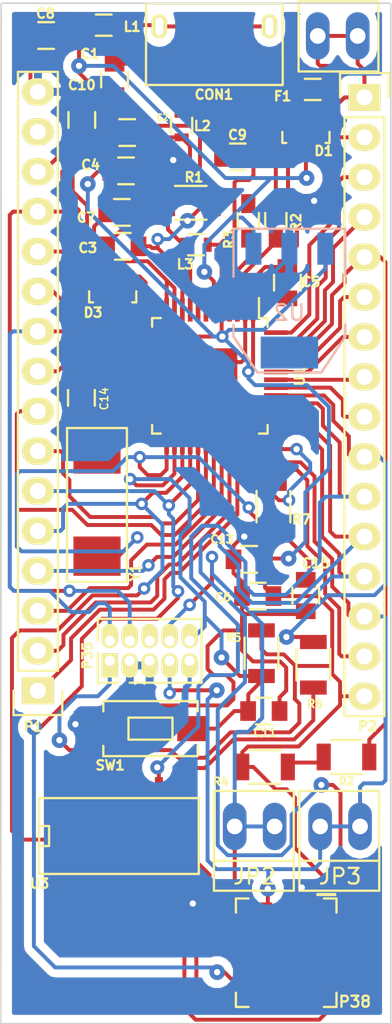
<source format=kicad_pcb>
(kicad_pcb (version 4) (host pcbnew 4.0.5-e0-6337~49~ubuntu16.04.1)

  (general
    (links 129)
    (no_connects 0)
    (area 48.636867 20.0308 79.480734 87.696)
    (thickness 1.6)
    (drawings 4)
    (tracks 925)
    (zones 0)
    (modules 41)
    (nets 49)
  )

  (page User 135.001 140.005)
  (title_block
    (title TinyK20)
    (date 2017-02-01)
    (rev 1)
    (company "University of Nairobi")
    (comment 1 @muriukidavid)
    (comment 2 karibe.co)
  )

  (layers
    (0 F.Cu signal)
    (31 B.Cu signal)
    (32 B.Adhes user)
    (33 F.Adhes user)
    (34 B.Paste user)
    (35 F.Paste user)
    (36 B.SilkS user)
    (37 F.SilkS user)
    (38 B.Mask user)
    (39 F.Mask user)
    (40 Dwgs.User user)
    (41 Cmts.User user)
    (42 Eco1.User user)
    (43 Eco2.User user)
    (44 Edge.Cuts user)
    (45 Margin user)
    (46 B.CrtYd user)
    (47 F.CrtYd user)
    (48 B.Fab user)
    (49 F.Fab user hide)
  )

  (setup
    (last_trace_width 0.25)
    (trace_clearance 0.2)
    (zone_clearance 0.508)
    (zone_45_only no)
    (trace_min 0.2)
    (segment_width 0.2)
    (edge_width 0.1)
    (via_size 0.6)
    (via_drill 0.4)
    (via_min_size 0.4)
    (via_min_drill 0.3)
    (uvia_size 0.3)
    (uvia_drill 0.1)
    (uvias_allowed no)
    (uvia_min_size 0.2)
    (uvia_min_drill 0.1)
    (pcb_text_width 0.3)
    (pcb_text_size 1.5 1.5)
    (mod_edge_width 0.15)
    (mod_text_size 1 1)
    (mod_text_width 0.15)
    (pad_size 1.9 2.4)
    (pad_drill 0.6)
    (pad_to_mask_clearance 0)
    (aux_axis_origin 0 0)
    (grid_origin 154.8638 85.0646)
    (visible_elements FFFFEF7F)
    (pcbplotparams
      (layerselection 0x00000_80000001)
      (usegerberextensions false)
      (excludeedgelayer false)
      (linewidth 0.100000)
      (plotframeref false)
      (viasonmask false)
      (mode 1)
      (useauxorigin false)
      (hpglpennumber 1)
      (hpglpenspeed 20)
      (hpglpendiameter 15)
      (hpglpenoverlay 2)
      (psnegative false)
      (psa4output false)
      (plotreference true)
      (plotvalue true)
      (plotinvisibletext false)
      (padsonsilk false)
      (subtractmaskfromsilk false)
      (outputformat 5)
      (mirror false)
      (drillshape 2)
      (scaleselection 1)
      (outputdirectory ""))
  )

  (net 0 "")
  (net 1 Vregin)
  (net 2 GND)
  (net 3 "Net-(C2-Pad1)")
  (net 4 "Net-(C2-Pad2)")
  (net 5 "Net-(C3-Pad1)")
  (net 6 3V3)
  (net 7 "Net-(C7-Pad2)")
  (net 8 "Net-(C10-Pad1)")
  (net 9 RESET)
  (net 10 /x-)
  (net 11 /x+)
  (net 12 Vreg)
  (net 13 D-)
  (net 14 D+)
  (net 15 "Net-(CON1-Pad6)")
  (net 16 "Net-(D2-Pad1)")
  (net 17 PTD4)
  (net 18 VBATT)
  (net 19 UART1_TX)
  (net 20 UART1_RX)
  (net 21 PTC1)
  (net 22 PTC0)
  (net 23 PTB16)
  (net 24 PTB17)
  (net 25 PTB0)
  (net 26 PTB1)
  (net 27 PTB2)
  (net 28 PTB3)
  (net 29 PTA4)
  (net 30 PTA3)
  (net 31 PTA2)
  (net 32 PTA1)
  (net 33 PTA0)
  (net 34 PTD7)
  (net 35 PTD6)
  (net 36 PTD5)
  (net 37 PTD3)
  (net 38 PTD2)
  (net 39 PTD1)
  (net 40 PTD0)
  (net 41 PTC7)
  (net 42 PTC6)
  (net 43 PTC5)
  (net 44 PTC2)
  (net 45 "Net-(R2-Pad2)")
  (net 46 "Net-(R3-Pad2)")
  (net 47 "Net-(P38-Pad2)")
  (net 48 5V)

  (net_class Default "This is the default net class."
    (clearance 0.2)
    (trace_width 0.25)
    (via_dia 0.6)
    (via_drill 0.4)
    (uvia_dia 0.3)
    (uvia_drill 0.1)
    (add_net /x+)
    (add_net /x-)
    (add_net 3V3)
    (add_net 5V)
    (add_net D+)
    (add_net D-)
    (add_net GND)
    (add_net "Net-(C10-Pad1)")
    (add_net "Net-(C2-Pad1)")
    (add_net "Net-(C2-Pad2)")
    (add_net "Net-(C3-Pad1)")
    (add_net "Net-(C7-Pad2)")
    (add_net "Net-(CON1-Pad6)")
    (add_net "Net-(D2-Pad1)")
    (add_net "Net-(P38-Pad2)")
    (add_net "Net-(R2-Pad2)")
    (add_net "Net-(R3-Pad2)")
    (add_net PTA0)
    (add_net PTA1)
    (add_net PTA2)
    (add_net PTA3)
    (add_net PTA4)
    (add_net PTB0)
    (add_net PTB1)
    (add_net PTB16)
    (add_net PTB17)
    (add_net PTB2)
    (add_net PTB3)
    (add_net PTC0)
    (add_net PTC1)
    (add_net PTC2)
    (add_net PTC5)
    (add_net PTC6)
    (add_net PTC7)
    (add_net PTD0)
    (add_net PTD1)
    (add_net PTD2)
    (add_net PTD3)
    (add_net PTD4)
    (add_net PTD5)
    (add_net PTD6)
    (add_net PTD7)
    (add_net RESET)
    (add_net UART1_RX)
    (add_net UART1_TX)
    (add_net VBATT)
    (add_net Vreg)
    (add_net Vregin)
  )

  (module Connect:USB_Micro-B (layer F.Cu) (tedit 5891C5A5) (tstamp 587D6643)
    (at 64.897 24.7904 180)
    (descr "Micro USB Type B Receptacle")
    (tags "USB USB_B USB_micro USB_OTG")
    (path /55B6AB5B)
    (attr smd)
    (fp_text reference CON1 (at 0.0254 -3.2004 180) (layer F.SilkS)
      (effects (font (size 0.6 0.6) (thickness 0.15)))
    )
    (fp_text value USB-MICRO-B (at -0.0254 3.7846 180) (layer F.Fab) hide
      (effects (font (size 1 1) (thickness 0.15)))
    )
    (fp_line (start -4.6 -2.8) (end 4.6 -2.8) (layer F.CrtYd) (width 0.05))
    (fp_line (start 4.6 -2.8) (end 4.5974 2.794) (layer F.CrtYd) (width 0.05))
    (fp_line (start 4.5974 2.794) (end -4.5974 2.794) (layer F.CrtYd) (width 0.05))
    (fp_line (start -4.5974 2.794) (end -4.6 -2.8) (layer F.CrtYd) (width 0.05))
    (fp_line (start -4.3509 -2.58754) (end 4.3491 -2.58754) (layer F.SilkS) (width 0.15))
    (fp_line (start 4.3491 -2.58754) (end 4.3434 2.5908) (layer F.SilkS) (width 0.15))
    (fp_line (start 4.3434 2.5908) (end -4.3434 2.5908) (layer F.SilkS) (width 0.15))
    (fp_line (start -4.3434 2.5908) (end -4.3509 -2.58754) (layer F.SilkS) (width 0.15))
    (pad 1 smd rect (at -1.3009 -1.56254 270) (size 1.35 0.4) (layers F.Cu F.Paste F.Mask)
      (net 12 Vreg))
    (pad 2 smd rect (at -0.6509 -1.56254 270) (size 1.35 0.4) (layers F.Cu F.Paste F.Mask)
      (net 13 D-))
    (pad 3 smd rect (at -0.0009 -1.56254 270) (size 1.35 0.4) (layers F.Cu F.Paste F.Mask)
      (net 14 D+))
    (pad 4 smd rect (at 0.6491 -1.56254 270) (size 1.35 0.4) (layers F.Cu F.Paste F.Mask))
    (pad 5 smd rect (at 1.2991 -1.56254 270) (size 1.35 0.4) (layers F.Cu F.Paste F.Mask)
      (net 2 GND))
    (pad 6 thru_hole oval (at -3.5009 1.13746 270) (size 1.55 1) (drill oval 1.15 0.5) (layers *.Cu *.Mask F.SilkS)
      (net 15 "Net-(CON1-Pad6)"))
    (pad 6 thru_hole oval (at 3.4991 1.13746 270) (size 1.55 1) (drill oval 1.15 0.5) (layers *.Cu *.Mask F.SilkS)
      (net 15 "Net-(CON1-Pad6)"))
    (model Connect.3dshapes/USB_MICRO_AB2_SMD.wrl
      (at (xyz 0 -0.15 0.055))
      (scale (xyz 0.41 0.41 0.41))
      (rotate (xyz -90 0 0))
    )
  )

  (module Connect:PINHEAD1-2 (layer F.Cu) (tedit 5891C584) (tstamp 587D66D6)
    (at 72.7456 24.257)
    (path /56D4EBDB)
    (attr virtual)
    (fp_text reference JP1 (at 0.0508 -2.8194) (layer F.SilkS) hide
      (effects (font (size 1 1) (thickness 0.15)))
    )
    (fp_text value JUMPER_F (at 0 3.2004) (layer F.Fab) hide
      (effects (font (size 1 1) (thickness 0.15)))
    )
    (fp_line (start 2.5908 -2.1844) (end -2.4892 -2.1844) (layer F.SilkS) (width 0.15))
    (fp_line (start 2.5908 2.2606) (end -2.4892 2.2606) (layer F.SilkS) (width 0.15))
    (fp_line (start -2.4892 -2.1844) (end -2.4892 2.2606) (layer F.SilkS) (width 0.15))
    (fp_line (start 2.5908 -2.1844) (end 2.5908 2.2606) (layer F.SilkS) (width 0.15))
    (pad 1 thru_hole oval (at -1.27 0) (size 1.50622 3.01498) (drill 0.99822) (layers *.Cu *.Mask)
      (net 48 5V))
    (pad 2 thru_hole oval (at 1.27 0) (size 1.50622 3.01498) (drill 0.99822) (layers *.Cu *.Mask)
      (net 48 5V))
    (model Pin_Headers.3dshapes/Pin_Header_Straight_1x02.wrl
      (at (xyz 0 0 0))
      (scale (xyz 1 1 1))
      (rotate (xyz 0 0 0))
    )
  )

  (module Capacitors_SMD:C_0805 (layer F.Cu) (tedit 587E1ABE) (tstamp 587D6593)
    (at 58.547 27.0256 90)
    (descr "Capacitor SMD 0805, reflow soldering, AVX (see smccp.pdf)")
    (tags "capacitor 0805")
    (path /55B6A9BC)
    (attr smd)
    (fp_text reference C1 (at 1.6256 -1.5748 180) (layer F.SilkS)
      (effects (font (size 0.6 0.6) (thickness 0.15)))
    )
    (fp_text value 100n (at 0 2.1 90) (layer F.Fab) hide
      (effects (font (size 1 1) (thickness 0.15)))
    )
    (fp_line (start -1.8 -1) (end 1.8 -1) (layer F.CrtYd) (width 0.05))
    (fp_line (start -1.8 1) (end 1.8 1) (layer F.CrtYd) (width 0.05))
    (fp_line (start -1.8 -1) (end -1.8 1) (layer F.CrtYd) (width 0.05))
    (fp_line (start 1.8 -1) (end 1.8 1) (layer F.CrtYd) (width 0.05))
    (fp_line (start 0.5 -0.85) (end -0.5 -0.85) (layer F.SilkS) (width 0.15))
    (fp_line (start -0.5 0.85) (end 0.5 0.85) (layer F.SilkS) (width 0.15))
    (pad 1 smd rect (at -1 0 90) (size 1 1.25) (layers F.Cu F.Paste F.Mask)
      (net 1 Vregin))
    (pad 2 smd rect (at 1 0 90) (size 1 1.25) (layers F.Cu F.Paste F.Mask)
      (net 2 GND))
    (model Capacitors_SMD.3dshapes/C_0805.wrl
      (at (xyz 0 0 0))
      (scale (xyz 1 1 1))
      (rotate (xyz 0 0 0))
    )
  )

  (module Capacitors_SMD:C_0805 (layer F.Cu) (tedit 587E1827) (tstamp 587D659F)
    (at 59.3504 30.4038 180)
    (descr "Capacitor SMD 0805, reflow soldering, AVX (see smccp.pdf)")
    (tags "capacitor 0805")
    (path /56D15CA5)
    (attr smd)
    (fp_text reference C2 (at -2.2446 0.9652 180) (layer F.SilkS)
      (effects (font (size 0.4 0.4) (thickness 0.1)))
    )
    (fp_text value 2.2u (at 0 2.1 180) (layer F.Fab)
      (effects (font (size 1 1) (thickness 0.15)))
    )
    (fp_line (start -1.8 -1) (end 1.8 -1) (layer F.CrtYd) (width 0.05))
    (fp_line (start -1.8 1) (end 1.8 1) (layer F.CrtYd) (width 0.05))
    (fp_line (start -1.8 -1) (end -1.8 1) (layer F.CrtYd) (width 0.05))
    (fp_line (start 1.8 -1) (end 1.8 1) (layer F.CrtYd) (width 0.05))
    (fp_line (start 0.5 -0.85) (end -0.5 -0.85) (layer F.SilkS) (width 0.15))
    (fp_line (start -0.5 0.85) (end 0.5 0.85) (layer F.SilkS) (width 0.15))
    (pad 1 smd rect (at -1 0 180) (size 1 1.25) (layers F.Cu F.Paste F.Mask)
      (net 3 "Net-(C2-Pad1)"))
    (pad 2 smd rect (at 1 0 180) (size 1 1.25) (layers F.Cu F.Paste F.Mask)
      (net 4 "Net-(C2-Pad2)"))
    (model Capacitors_SMD.3dshapes/C_0805.wrl
      (at (xyz 0 0 0))
      (scale (xyz 1 1 1))
      (rotate (xyz 0 0 0))
    )
  )

  (module Capacitors_SMD:C_0805 (layer F.Cu) (tedit 587C9276) (tstamp 587D65AB)
    (at 59.071 37.6428 180)
    (descr "Capacitor SMD 0805, reflow soldering, AVX (see smccp.pdf)")
    (tags "capacitor 0805")
    (path /56D15CB4)
    (attr smd)
    (fp_text reference C3 (at 2.2258 -0.1016 180) (layer F.SilkS)
      (effects (font (size 0.6 0.6) (thickness 0.15)))
    )
    (fp_text value 100n (at 0 2.1 180) (layer F.Fab) hide
      (effects (font (size 1 1) (thickness 0.15)))
    )
    (fp_line (start -1.8 -1) (end 1.8 -1) (layer F.CrtYd) (width 0.05))
    (fp_line (start -1.8 1) (end 1.8 1) (layer F.CrtYd) (width 0.05))
    (fp_line (start -1.8 -1) (end -1.8 1) (layer F.CrtYd) (width 0.05))
    (fp_line (start 1.8 -1) (end 1.8 1) (layer F.CrtYd) (width 0.05))
    (fp_line (start 0.5 -0.85) (end -0.5 -0.85) (layer F.SilkS) (width 0.15))
    (fp_line (start -0.5 0.85) (end 0.5 0.85) (layer F.SilkS) (width 0.15))
    (pad 1 smd rect (at -1 0 180) (size 1 1.25) (layers F.Cu F.Paste F.Mask)
      (net 5 "Net-(C3-Pad1)"))
    (pad 2 smd rect (at 1 0 180) (size 1 1.25) (layers F.Cu F.Paste F.Mask)
      (net 4 "Net-(C2-Pad2)"))
    (model Capacitors_SMD.3dshapes/C_0805.wrl
      (at (xyz 0 0 0))
      (scale (xyz 1 1 1))
      (rotate (xyz 0 0 0))
    )
  )

  (module Capacitors_SMD:C_0805 (layer F.Cu) (tedit 587E16B4) (tstamp 587D65B7)
    (at 59.2742 32.8422)
    (descr "Capacitor SMD 0805, reflow soldering, AVX (see smccp.pdf)")
    (tags "capacitor 0805")
    (path /56D157E2)
    (attr smd)
    (fp_text reference C4 (at -2.2512 -0.381) (layer F.SilkS)
      (effects (font (size 0.6 0.6) (thickness 0.15)))
    )
    (fp_text value 100n (at 0 2.1) (layer F.Fab)
      (effects (font (size 1 1) (thickness 0.15)))
    )
    (fp_line (start -1.8 -1) (end 1.8 -1) (layer F.CrtYd) (width 0.05))
    (fp_line (start -1.8 1) (end 1.8 1) (layer F.CrtYd) (width 0.05))
    (fp_line (start -1.8 -1) (end -1.8 1) (layer F.CrtYd) (width 0.05))
    (fp_line (start 1.8 -1) (end 1.8 1) (layer F.CrtYd) (width 0.05))
    (fp_line (start 0.5 -0.85) (end -0.5 -0.85) (layer F.SilkS) (width 0.15))
    (fp_line (start -0.5 0.85) (end 0.5 0.85) (layer F.SilkS) (width 0.15))
    (pad 1 smd rect (at -1 0) (size 1 1.25) (layers F.Cu F.Paste F.Mask)
      (net 6 3V3))
    (pad 2 smd rect (at 1 0) (size 1 1.25) (layers F.Cu F.Paste F.Mask)
      (net 2 GND))
    (model Capacitors_SMD.3dshapes/C_0805.wrl
      (at (xyz 0 0 0))
      (scale (xyz 1 1 1))
      (rotate (xyz 0 0 0))
    )
  )

  (module Capacitors_SMD:C_0805 (layer F.Cu) (tedit 587C9210) (tstamp 587D65C3)
    (at 69.5452 39.9542 90)
    (descr "Capacitor SMD 0805, reflow soldering, AVX (see smccp.pdf)")
    (tags "capacitor 0805")
    (path /56D157D3)
    (attr smd)
    (fp_text reference C5 (at 0.0508 1.4986 180) (layer F.SilkS)
      (effects (font (size 0.6 0.6) (thickness 0.15)))
    )
    (fp_text value 100n (at 0 2.1 90) (layer F.Fab)
      (effects (font (size 1 1) (thickness 0.15)))
    )
    (fp_line (start -1.8 -1) (end 1.8 -1) (layer F.CrtYd) (width 0.05))
    (fp_line (start -1.8 1) (end 1.8 1) (layer F.CrtYd) (width 0.05))
    (fp_line (start -1.8 -1) (end -1.8 1) (layer F.CrtYd) (width 0.05))
    (fp_line (start 1.8 -1) (end 1.8 1) (layer F.CrtYd) (width 0.05))
    (fp_line (start 0.5 -0.85) (end -0.5 -0.85) (layer F.SilkS) (width 0.15))
    (fp_line (start -0.5 0.85) (end 0.5 0.85) (layer F.SilkS) (width 0.15))
    (pad 1 smd rect (at -1 0 90) (size 1 1.25) (layers F.Cu F.Paste F.Mask)
      (net 6 3V3))
    (pad 2 smd rect (at 1 0 90) (size 1 1.25) (layers F.Cu F.Paste F.Mask)
      (net 2 GND))
    (model Capacitors_SMD.3dshapes/C_0805.wrl
      (at (xyz 0 0 0))
      (scale (xyz 1 1 1))
      (rotate (xyz 0 0 0))
    )
  )

  (module Capacitors_SMD:C_0805 (layer F.Cu) (tedit 587C8E67) (tstamp 587D65CF)
    (at 67.6562 59.8932 180)
    (descr "Capacitor SMD 0805, reflow soldering, AVX (see smccp.pdf)")
    (tags "capacitor 0805")
    (path /56D157C4)
    (attr smd)
    (fp_text reference C6 (at 2.2004 -0.0762 180) (layer F.SilkS)
      (effects (font (size 0.5 0.5) (thickness 0.125)))
    )
    (fp_text value 2.2u (at 0 2.1 180) (layer F.Fab)
      (effects (font (size 1 1) (thickness 0.15)))
    )
    (fp_line (start -1.8 -1) (end 1.8 -1) (layer F.CrtYd) (width 0.05))
    (fp_line (start -1.8 1) (end 1.8 1) (layer F.CrtYd) (width 0.05))
    (fp_line (start -1.8 -1) (end -1.8 1) (layer F.CrtYd) (width 0.05))
    (fp_line (start 1.8 -1) (end 1.8 1) (layer F.CrtYd) (width 0.05))
    (fp_line (start 0.5 -0.85) (end -0.5 -0.85) (layer F.SilkS) (width 0.15))
    (fp_line (start -0.5 0.85) (end 0.5 0.85) (layer F.SilkS) (width 0.15))
    (pad 1 smd rect (at -1 0 180) (size 1 1.25) (layers F.Cu F.Paste F.Mask)
      (net 6 3V3))
    (pad 2 smd rect (at 1 0 180) (size 1 1.25) (layers F.Cu F.Paste F.Mask)
      (net 2 GND))
    (model Capacitors_SMD.3dshapes/C_0805.wrl
      (at (xyz 0 0 0))
      (scale (xyz 1 1 1))
      (rotate (xyz 0 0 0))
    )
  )

  (module Capacitors_SMD:C_0805 (layer F.Cu) (tedit 587E169F) (tstamp 587D65DB)
    (at 59.0136 35.4838 180)
    (descr "Capacitor SMD 0805, reflow soldering, AVX (see smccp.pdf)")
    (tags "capacitor 0805")
    (path /56D16C6E)
    (attr smd)
    (fp_text reference C7 (at 2.27 -0.3302 180) (layer F.SilkS)
      (effects (font (size 0.6 0.6) (thickness 0.15)))
    )
    (fp_text value 100n (at 0 2.1 180) (layer F.Fab) hide
      (effects (font (size 1 1) (thickness 0.15)))
    )
    (fp_line (start -1.8 -1) (end 1.8 -1) (layer F.CrtYd) (width 0.05))
    (fp_line (start -1.8 1) (end 1.8 1) (layer F.CrtYd) (width 0.05))
    (fp_line (start -1.8 -1) (end -1.8 1) (layer F.CrtYd) (width 0.05))
    (fp_line (start 1.8 -1) (end 1.8 1) (layer F.CrtYd) (width 0.05))
    (fp_line (start 0.5 -0.85) (end -0.5 -0.85) (layer F.SilkS) (width 0.15))
    (fp_line (start -0.5 0.85) (end 0.5 0.85) (layer F.SilkS) (width 0.15))
    (pad 1 smd rect (at -1 0 180) (size 1 1.25) (layers F.Cu F.Paste F.Mask)
      (net 4 "Net-(C2-Pad2)"))
    (pad 2 smd rect (at 1 0 180) (size 1 1.25) (layers F.Cu F.Paste F.Mask)
      (net 7 "Net-(C7-Pad2)"))
    (model Capacitors_SMD.3dshapes/C_0805.wrl
      (at (xyz 0 0 0))
      (scale (xyz 1 1 1))
      (rotate (xyz 0 0 0))
    )
  )

  (module Capacitors_SMD:C_0805 (layer F.Cu) (tedit 587E1A9E) (tstamp 587D65FF)
    (at 56.4642 29.6037 90)
    (descr "Capacitor SMD 0805, reflow soldering, AVX (see smccp.pdf)")
    (tags "capacitor 0805")
    (path /587B4D4F)
    (attr smd)
    (fp_text reference C10 (at 2.2225 0 180) (layer F.SilkS)
      (effects (font (size 0.6 0.6) (thickness 0.15)))
    )
    (fp_text value C (at 0.0094 -0.1016 90) (layer F.Fab) hide
      (effects (font (size 1 1) (thickness 0.15)))
    )
    (fp_line (start -1.8 -1) (end 1.8 -1) (layer F.CrtYd) (width 0.05))
    (fp_line (start -1.8 1) (end 1.8 1) (layer F.CrtYd) (width 0.05))
    (fp_line (start -1.8 -1) (end -1.8 1) (layer F.CrtYd) (width 0.05))
    (fp_line (start 1.8 -1) (end 1.8 1) (layer F.CrtYd) (width 0.05))
    (fp_line (start 0.5 -0.85) (end -0.5 -0.85) (layer F.SilkS) (width 0.15))
    (fp_line (start -0.5 0.85) (end 0.5 0.85) (layer F.SilkS) (width 0.15))
    (pad 1 smd rect (at -1 0 90) (size 1 1.25) (layers F.Cu F.Paste F.Mask)
      (net 8 "Net-(C10-Pad1)"))
    (pad 2 smd rect (at 1 0 90) (size 1 1.25) (layers F.Cu F.Paste F.Mask)
      (net 2 GND))
    (model Capacitors_SMD.3dshapes/C_0805.wrl
      (at (xyz 0 0 0))
      (scale (xyz 1 1 1))
      (rotate (xyz 0 0 0))
    )
  )

  (module Capacitors_SMD:C_0805 (layer F.Cu) (tedit 587C8EA9) (tstamp 587D660B)
    (at 68.0466 67.2084)
    (descr "Capacitor SMD 0805, reflow soldering, AVX (see smccp.pdf)")
    (tags "capacitor 0805")
    (path /56D1CF97)
    (attr smd)
    (fp_text reference C11 (at 0.0762 1.3716) (layer F.SilkS)
      (effects (font (size 0.5 0.5) (thickness 0.125)))
    )
    (fp_text value 100n (at 0 2.1) (layer F.Fab) hide
      (effects (font (size 1 1) (thickness 0.15)))
    )
    (fp_line (start -1.8 -1) (end 1.8 -1) (layer F.CrtYd) (width 0.05))
    (fp_line (start -1.8 1) (end 1.8 1) (layer F.CrtYd) (width 0.05))
    (fp_line (start -1.8 -1) (end -1.8 1) (layer F.CrtYd) (width 0.05))
    (fp_line (start 1.8 -1) (end 1.8 1) (layer F.CrtYd) (width 0.05))
    (fp_line (start 0.5 -0.85) (end -0.5 -0.85) (layer F.SilkS) (width 0.15))
    (fp_line (start -0.5 0.85) (end 0.5 0.85) (layer F.SilkS) (width 0.15))
    (pad 1 smd rect (at -1 0) (size 1 1.25) (layers F.Cu F.Paste F.Mask)
      (net 9 RESET))
    (pad 2 smd rect (at 1 0) (size 1 1.25) (layers F.Cu F.Paste F.Mask)
      (net 2 GND))
    (model Capacitors_SMD.3dshapes/C_0805.wrl
      (at (xyz 0 0 0))
      (scale (xyz 1 1 1))
      (rotate (xyz 0 0 0))
    )
  )

  (module Capacitors_SMD:C_0805 (layer F.Cu) (tedit 587A8705) (tstamp 587D6617)
    (at 67.1162 57.5564 180)
    (descr "Capacitor SMD 0805, reflow soldering, AVX (see smccp.pdf)")
    (tags "capacitor 0805")
    (path /56D52776)
    (attr smd)
    (fp_text reference C13 (at 1.7366 1.27 360) (layer F.SilkS)
      (effects (font (size 0.5 0.5) (thickness 0.125)))
    )
    (fp_text value 100n (at 0 2.1 180) (layer F.Fab) hide
      (effects (font (size 1 1) (thickness 0.15)))
    )
    (fp_line (start -1.8 -1) (end 1.8 -1) (layer F.CrtYd) (width 0.05))
    (fp_line (start -1.8 1) (end 1.8 1) (layer F.CrtYd) (width 0.05))
    (fp_line (start -1.8 -1) (end -1.8 1) (layer F.CrtYd) (width 0.05))
    (fp_line (start 1.8 -1) (end 1.8 1) (layer F.CrtYd) (width 0.05))
    (fp_line (start 0.5 -0.85) (end -0.5 -0.85) (layer F.SilkS) (width 0.15))
    (fp_line (start -0.5 0.85) (end 0.5 0.85) (layer F.SilkS) (width 0.15))
    (pad 1 smd rect (at -1 0 180) (size 1 1.25) (layers F.Cu F.Paste F.Mask)
      (net 6 3V3))
    (pad 2 smd rect (at 1 0 180) (size 1 1.25) (layers F.Cu F.Paste F.Mask)
      (net 2 GND))
    (model Capacitors_SMD.3dshapes/C_0805.wrl
      (at (xyz 0 0 0))
      (scale (xyz 1 1 1))
      (rotate (xyz 0 0 0))
    )
  )

  (module Capacitors_SMD:C_0805 (layer F.Cu) (tedit 587C956F) (tstamp 587D6623)
    (at 56.4388 47.2854 270)
    (descr "Capacitor SMD 0805, reflow soldering, AVX (see smccp.pdf)")
    (tags "capacitor 0805")
    (path /5739AF46)
    (attr smd)
    (fp_text reference C14 (at 0.0602 -1.4478 270) (layer F.SilkS)
      (effects (font (size 0.5 0.5) (thickness 0.1)))
    )
    (fp_text value 22nF (at 0 2.1 270) (layer F.Fab)
      (effects (font (size 1 1) (thickness 0.15)))
    )
    (fp_line (start -1.8 -1) (end 1.8 -1) (layer F.CrtYd) (width 0.05))
    (fp_line (start -1.8 1) (end 1.8 1) (layer F.CrtYd) (width 0.05))
    (fp_line (start -1.8 -1) (end -1.8 1) (layer F.CrtYd) (width 0.05))
    (fp_line (start 1.8 -1) (end 1.8 1) (layer F.CrtYd) (width 0.05))
    (fp_line (start 0.5 -0.85) (end -0.5 -0.85) (layer F.SilkS) (width 0.15))
    (fp_line (start -0.5 0.85) (end 0.5 0.85) (layer F.SilkS) (width 0.15))
    (pad 1 smd rect (at -1 0 270) (size 1 1.25) (layers F.Cu F.Paste F.Mask)
      (net 2 GND))
    (pad 2 smd rect (at 1 0 270) (size 1 1.25) (layers F.Cu F.Paste F.Mask)
      (net 10 /x-))
    (model Capacitors_SMD.3dshapes/C_0805.wrl
      (at (xyz 0 0 0))
      (scale (xyz 1 1 1))
      (rotate (xyz 0 0 0))
    )
  )

  (module Capacitors_SMD:C_0805 (layer F.Cu) (tedit 587C92C2) (tstamp 587D662F)
    (at 70.7136 59.8584 90)
    (descr "Capacitor SMD 0805, reflow soldering, AVX (see smccp.pdf)")
    (tags "capacitor 0805")
    (path /573A6F5F)
    (attr smd)
    (fp_text reference C15 (at 2.048 0.635 180) (layer F.SilkS)
      (effects (font (size 0.6 0.6) (thickness 0.15)))
    )
    (fp_text value 22nF (at 0 2.1 90) (layer F.Fab)
      (effects (font (size 1 1) (thickness 0.15)))
    )
    (fp_line (start -1.8 -1) (end 1.8 -1) (layer F.CrtYd) (width 0.05))
    (fp_line (start -1.8 1) (end 1.8 1) (layer F.CrtYd) (width 0.05))
    (fp_line (start -1.8 -1) (end -1.8 1) (layer F.CrtYd) (width 0.05))
    (fp_line (start 1.8 -1) (end 1.8 1) (layer F.CrtYd) (width 0.05))
    (fp_line (start 0.5 -0.85) (end -0.5 -0.85) (layer F.SilkS) (width 0.15))
    (fp_line (start -0.5 0.85) (end 0.5 0.85) (layer F.SilkS) (width 0.15))
    (pad 1 smd rect (at -1 0 90) (size 1 1.25) (layers F.Cu F.Paste F.Mask)
      (net 2 GND))
    (pad 2 smd rect (at 1 0 90) (size 1 1.25) (layers F.Cu F.Paste F.Mask)
      (net 11 /x+))
    (model Capacitors_SMD.3dshapes/C_0805.wrl
      (at (xyz 0 0 0))
      (scale (xyz 1 1 1))
      (rotate (xyz 0 0 0))
    )
  )

  (module TO_SOT_Packages_SMD:SOT-23 (layer F.Cu) (tedit 587E17B5) (tstamp 587D6653)
    (at 70.7238 30.41396 180)
    (descr "SOT-23, Standard")
    (tags SOT-23)
    (path /55B6A960)
    (attr smd)
    (fp_text reference D1 (at -1.1328 -1.15824 180) (layer F.SilkS)
      (effects (font (size 0.6 0.6) (thickness 0.15)))
    )
    (fp_text value BAS40-05 (at 0 2.3 180) (layer F.Fab) hide
      (effects (font (size 1 1) (thickness 0.15)))
    )
    (fp_line (start -1.65 -1.6) (end 1.65 -1.6) (layer F.CrtYd) (width 0.05))
    (fp_line (start 1.65 -1.6) (end 1.65 1.6) (layer F.CrtYd) (width 0.05))
    (fp_line (start 1.65 1.6) (end -1.65 1.6) (layer F.CrtYd) (width 0.05))
    (fp_line (start -1.65 1.6) (end -1.65 -1.6) (layer F.CrtYd) (width 0.05))
    (fp_line (start 1.29916 -0.65024) (end 1.2509 -0.65024) (layer F.SilkS) (width 0.15))
    (fp_line (start -1.49982 0.0508) (end -1.49982 -0.65024) (layer F.SilkS) (width 0.15))
    (fp_line (start -1.49982 -0.65024) (end -1.2509 -0.65024) (layer F.SilkS) (width 0.15))
    (fp_line (start 1.29916 -0.65024) (end 1.49982 -0.65024) (layer F.SilkS) (width 0.15))
    (fp_line (start 1.49982 -0.65024) (end 1.49982 0.0508) (layer F.SilkS) (width 0.15))
    (pad 1 smd rect (at -0.95 1.00076 180) (size 0.8001 0.8001) (layers F.Cu F.Paste F.Mask)
      (net 48 5V))
    (pad 2 smd rect (at 0.95 1.00076 180) (size 0.8001 0.8001) (layers F.Cu F.Paste F.Mask)
      (net 48 5V))
    (pad 3 smd rect (at 0 -0.99822 180) (size 0.8001 0.8001) (layers F.Cu F.Paste F.Mask)
      (net 1 Vregin))
    (model TO_SOT_Packages_SMD.3dshapes/SOT-23.wrl
      (at (xyz 0 0 0))
      (scale (xyz 1 1 1))
      (rotate (xyz 0 0 0))
    )
  )

  (module Resistors_SMD:R_1206 (layer F.Cu) (tedit 587C8EE5) (tstamp 587D665F)
    (at 73.3044 70.1294)
    (descr "Resistor SMD 1206, reflow soldering, Vishay (see dcrcw.pdf)")
    (tags "resistor 1206")
    (path /56D0C71A)
    (attr smd)
    (fp_text reference D2 (at 0 1.524) (layer F.SilkS)
      (effects (font (size 0.5 0.5) (thickness 0.125)))
    )
    (fp_text value LED (at 0 2.3) (layer F.Fab)
      (effects (font (size 1 1) (thickness 0.15)))
    )
    (fp_line (start -2.2 -1.2) (end 2.2 -1.2) (layer F.CrtYd) (width 0.05))
    (fp_line (start -2.2 1.2) (end 2.2 1.2) (layer F.CrtYd) (width 0.05))
    (fp_line (start -2.2 -1.2) (end -2.2 1.2) (layer F.CrtYd) (width 0.05))
    (fp_line (start 2.2 -1.2) (end 2.2 1.2) (layer F.CrtYd) (width 0.05))
    (fp_line (start 1 1.075) (end -1 1.075) (layer F.SilkS) (width 0.15))
    (fp_line (start -1 -1.075) (end 1 -1.075) (layer F.SilkS) (width 0.15))
    (pad 1 smd rect (at -1.45 0) (size 0.9 1.7) (layers F.Cu F.Paste F.Mask)
      (net 16 "Net-(D2-Pad1)"))
    (pad 2 smd rect (at 1.45 0) (size 0.9 1.7) (layers F.Cu F.Paste F.Mask)
      (net 17 PTD4))
    (model Resistors_SMD.3dshapes/R_1206.wrl
      (at (xyz 0 0 0))
      (scale (xyz 1 1 1))
      (rotate (xyz 0 0 0))
    )
  )

  (module TO_SOT_Packages_SMD:SOT-23 (layer F.Cu) (tedit 587C9245) (tstamp 587D666F)
    (at 58.4302 40.55618 180)
    (descr "SOT-23, Standard")
    (tags SOT-23)
    (path /587B4BEC)
    (attr smd)
    (fp_text reference D3 (at 1.2548 -1.30302 180) (layer F.SilkS)
      (effects (font (size 0.6 0.6) (thickness 0.15)))
    )
    (fp_text value BAS40-05 (at 0 2.3 180) (layer F.Fab) hide
      (effects (font (size 1 1) (thickness 0.15)))
    )
    (fp_line (start -1.65 -1.6) (end 1.65 -1.6) (layer F.CrtYd) (width 0.05))
    (fp_line (start 1.65 -1.6) (end 1.65 1.6) (layer F.CrtYd) (width 0.05))
    (fp_line (start 1.65 1.6) (end -1.65 1.6) (layer F.CrtYd) (width 0.05))
    (fp_line (start -1.65 1.6) (end -1.65 -1.6) (layer F.CrtYd) (width 0.05))
    (fp_line (start 1.29916 -0.65024) (end 1.2509 -0.65024) (layer F.SilkS) (width 0.15))
    (fp_line (start -1.49982 0.0508) (end -1.49982 -0.65024) (layer F.SilkS) (width 0.15))
    (fp_line (start -1.49982 -0.65024) (end -1.2509 -0.65024) (layer F.SilkS) (width 0.15))
    (fp_line (start 1.29916 -0.65024) (end 1.49982 -0.65024) (layer F.SilkS) (width 0.15))
    (fp_line (start 1.49982 -0.65024) (end 1.49982 0.0508) (layer F.SilkS) (width 0.15))
    (pad 1 smd rect (at -0.95 1.00076 180) (size 0.8001 0.8001) (layers F.Cu F.Paste F.Mask)
      (net 6 3V3))
    (pad 2 smd rect (at 0.95 1.00076 180) (size 0.8001 0.8001) (layers F.Cu F.Paste F.Mask)
      (net 18 VBATT))
    (pad 3 smd rect (at 0 -0.99822 180) (size 0.8001 0.8001) (layers F.Cu F.Paste F.Mask)
      (net 8 "Net-(C10-Pad1)"))
    (model TO_SOT_Packages_SMD.3dshapes/SOT-23.wrl
      (at (xyz 0 0 0))
      (scale (xyz 1 1 1))
      (rotate (xyz 0 0 0))
    )
  )

  (module Connect:PINHEAD1-2 (layer F.Cu) (tedit 587A8C0F) (tstamp 587D66E1)
    (at 67.4624 74.549 180)
    (path /56D4E64D)
    (attr virtual)
    (fp_text reference JP2 (at 0 -3.175 180) (layer F.SilkS)
      (effects (font (size 1 1) (thickness 0.15)))
    )
    (fp_text value JUMPER_F (at 0 3.2004 180) (layer F.Fab) hide
      (effects (font (size 1 1) (thickness 0.15)))
    )
    (fp_line (start 2.5908 -2.1844) (end -2.4892 -2.1844) (layer F.SilkS) (width 0.15))
    (fp_line (start 2.5908 2.2606) (end -2.4892 2.2606) (layer F.SilkS) (width 0.15))
    (fp_line (start -2.4892 -4.0894) (end 2.5908 -4.0894) (layer F.SilkS) (width 0.15))
    (fp_line (start -2.4892 -4.0894) (end -2.4892 2.2606) (layer F.SilkS) (width 0.15))
    (fp_line (start 2.5908 -4.0894) (end 2.5908 2.2606) (layer F.SilkS) (width 0.15))
    (pad 1 thru_hole oval (at -1.27 0 180) (size 1.50622 3.01498) (drill 0.99822) (layers *.Cu *.Mask)
      (net 19 UART1_TX))
    (pad 2 thru_hole oval (at 1.27 0 180) (size 1.50622 3.01498) (drill 0.99822) (layers *.Cu *.Mask)
      (net 19 UART1_TX))
    (model Pin_Headers.3dshapes/Pin_Header_Straight_1x02.wrl
      (at (xyz 0 0 0))
      (scale (xyz 1 1 1))
      (rotate (xyz 0 0 0))
    )
  )

  (module Connect:PINHEAD1-2 (layer F.Cu) (tedit 587A8C19) (tstamp 587D66EC)
    (at 72.898 74.549 180)
    (path /56D4E666)
    (attr virtual)
    (fp_text reference JP3 (at 0 -3.175 360) (layer F.SilkS)
      (effects (font (size 1 1) (thickness 0.15)))
    )
    (fp_text value JUMPER_F (at 0 3.2004 180) (layer F.Fab) hide
      (effects (font (size 1 1) (thickness 0.15)))
    )
    (fp_line (start 2.5908 -2.1844) (end -2.4892 -2.1844) (layer F.SilkS) (width 0.15))
    (fp_line (start 2.5908 2.2606) (end -2.4892 2.2606) (layer F.SilkS) (width 0.15))
    (fp_line (start -2.4892 -4.0894) (end 2.5908 -4.0894) (layer F.SilkS) (width 0.15))
    (fp_line (start -2.4892 -4.0894) (end -2.4892 2.2606) (layer F.SilkS) (width 0.15))
    (fp_line (start 2.5908 -4.0894) (end 2.5908 2.2606) (layer F.SilkS) (width 0.15))
    (pad 1 thru_hole oval (at -1.27 0 180) (size 1.50622 3.01498) (drill 0.99822) (layers *.Cu *.Mask)
      (net 20 UART1_RX))
    (pad 2 thru_hole oval (at 1.27 0 180) (size 1.50622 3.01498) (drill 0.99822) (layers *.Cu *.Mask)
      (net 20 UART1_RX))
    (model Pin_Headers.3dshapes/Pin_Header_Straight_1x02.wrl
      (at (xyz 0 0 0))
      (scale (xyz 1 1 1))
      (rotate (xyz 0 0 0))
    )
  )

  (module Pin_Headers:Pin_Header_Straight_2x05_Pitch1.27mm (layer F.Cu) (tedit 587C8F27) (tstamp 587D6758)
    (at 58.2422 64.008 90)
    (descr "Through hole pin header, pitch 1.27mm")
    (tags "pin header")
    (path /56D1C1DE)
    (fp_text reference P35 (at 0.3302 -1.4224 90) (layer F.SilkS)
      (effects (font (size 0.6 0.6) (thickness 0.15)))
    )
    (fp_text value CONN_5X2 (at 0 6.9 90) (layer F.Fab)
      (effects (font (size 1 1) (thickness 0.15)))
    )
    (fp_line (start 2.667 -0.762) (end 1.3 -0.762) (layer F.SilkS) (width 0.15))
    (fp_line (start 2.667 5.842) (end 2.667 -0.762) (layer F.SilkS) (width 0.15))
    (fp_line (start 2.667 5.842) (end -1.397 5.842) (layer F.SilkS) (width 0.15))
    (fp_line (start -1.651 -1.016) (end -1.651 6.096) (layer F.CrtYd) (width 0.05))
    (fp_line (start 2.794 -1.016) (end 2.794 6.096) (layer F.CrtYd) (width 0.05))
    (fp_line (start -1.651 -1.016) (end 2.794 -1.016) (layer F.CrtYd) (width 0.05))
    (fp_line (start -1.651 6.096) (end 2.794 6.096) (layer F.CrtYd) (width 0.05))
    (fp_line (start -1.397 5.82) (end -1.397 1.27) (layer F.SilkS) (width 0.15))
    (fp_line (start 0.508 -0.762) (end -1.397 -0.762) (layer F.SilkS) (width 0.15))
    (fp_line (start -1.397 -0.762) (end -1.397 0.538) (layer F.SilkS) (width 0.15))
    (pad 1 thru_hole rect (at 0 0 90) (size 1.55 1.05) (drill 0.65 (offset -0.3 0)) (layers *.Cu *.Mask F.SilkS)
      (net 6 3V3))
    (pad 3 thru_hole oval (at 0 1.27 90) (size 1.55 1.05) (drill 0.65 (offset -0.3 0)) (layers *.Cu *.Mask F.SilkS)
      (net 2 GND))
    (pad 5 thru_hole oval (at 0 2.54 90) (size 1.55 1.05) (drill 0.65 (offset -0.3 0)) (layers *.Cu *.Mask F.SilkS)
      (net 2 GND))
    (pad 7 thru_hole oval (at 0 3.81 90) (size 1.55 1.05) (drill 0.65 (offset -0.3 0)) (layers *.Cu *.Mask F.SilkS)
      (net 20 UART1_RX))
    (pad 9 thru_hole oval (at 0 5.08 90) (size 1.55 1.05) (drill 0.65 (offset -0.3 0)) (layers *.Cu *.Mask F.SilkS)
      (net 2 GND))
    (pad 4 thru_hole oval (at 1.27 1.27 90) (size 1.55 1.05) (drill 0.65 (offset 0.3 0)) (layers *.Cu *.Mask F.SilkS)
      (net 33 PTA0))
    (pad 6 thru_hole oval (at 1.27 2.54 90) (size 1.55 1.05) (drill 0.65 (offset 0.3 0)) (layers *.Cu *.Mask F.SilkS))
    (pad 8 thru_hole oval (at 1.27 3.81 90) (size 1.55 1.05) (drill 0.65 (offset 0.3 0)) (layers *.Cu *.Mask F.SilkS)
      (net 19 UART1_TX))
    (pad 10 thru_hole oval (at 1.27 5.08 90) (size 1.55 1.05) (drill 0.65 (offset 0.3 0)) (layers *.Cu *.Mask F.SilkS)
      (net 9 RESET))
    (pad 2 thru_hole oval (at 1.27 0 90) (size 1.55 1.05) (drill 0.65 (offset 0.3 0)) (layers *.Cu *.Mask F.SilkS)
      (net 30 PTA3))
    (model Pin_Headers.3dshapes/Pin_Header_Straight_2x05.wrl
      (at (xyz 0.025 -0.1 0))
      (scale (xyz 0.5 0.5 0.5))
      (rotate (xyz 0 0 90))
    )
  )

  (module Resistors_SMD:R_0603_HandSoldering (layer F.Cu) (tedit 587E1641) (tstamp 587D6770)
    (at 68.8086 36.025 270)
    (descr "Resistor SMD 0603, hand soldering")
    (tags "resistor 0603")
    (path /56D15352)
    (attr smd)
    (fp_text reference R2 (at 0.0938 -1.2954 270) (layer F.SilkS)
      (effects (font (size 0.6 0.6) (thickness 0.15)))
    )
    (fp_text value 33 (at 0 1.9 270) (layer F.Fab) hide
      (effects (font (size 1 1) (thickness 0.15)))
    )
    (fp_line (start -2 -0.8) (end 2 -0.8) (layer F.CrtYd) (width 0.05))
    (fp_line (start -2 0.8) (end 2 0.8) (layer F.CrtYd) (width 0.05))
    (fp_line (start -2 -0.8) (end -2 0.8) (layer F.CrtYd) (width 0.05))
    (fp_line (start 2 -0.8) (end 2 0.8) (layer F.CrtYd) (width 0.05))
    (fp_line (start 0.5 0.675) (end -0.5 0.675) (layer F.SilkS) (width 0.15))
    (fp_line (start -0.5 -0.675) (end 0.5 -0.675) (layer F.SilkS) (width 0.15))
    (pad 1 smd rect (at -1.1 0 270) (size 1.2 0.9) (layers F.Cu F.Paste F.Mask)
      (net 14 D+))
    (pad 2 smd rect (at 1.1 0 270) (size 1.2 0.9) (layers F.Cu F.Paste F.Mask)
      (net 45 "Net-(R2-Pad2)"))
    (model Resistors_SMD.3dshapes/R_0603_HandSoldering.wrl
      (at (xyz 0 0 0))
      (scale (xyz 1 1 1))
      (rotate (xyz 0 0 0))
    )
  )

  (module Resistors_SMD:R_0603_HandSoldering (layer F.Cu) (tedit 587E166B) (tstamp 587D677C)
    (at 67.056 36.025 270)
    (descr "Resistor SMD 0603, hand soldering")
    (tags "resistor 0603")
    (path /56D15361)
    (attr smd)
    (fp_text reference R3 (at 1.186 1.2192 270) (layer F.SilkS)
      (effects (font (size 0.6 0.6) (thickness 0.15)))
    )
    (fp_text value 33 (at 0 1.9 270) (layer F.Fab) hide
      (effects (font (size 1 1) (thickness 0.15)))
    )
    (fp_line (start -2 -0.8) (end 2 -0.8) (layer F.CrtYd) (width 0.05))
    (fp_line (start -2 0.8) (end 2 0.8) (layer F.CrtYd) (width 0.05))
    (fp_line (start -2 -0.8) (end -2 0.8) (layer F.CrtYd) (width 0.05))
    (fp_line (start 2 -0.8) (end 2 0.8) (layer F.CrtYd) (width 0.05))
    (fp_line (start 0.5 0.675) (end -0.5 0.675) (layer F.SilkS) (width 0.15))
    (fp_line (start -0.5 -0.675) (end 0.5 -0.675) (layer F.SilkS) (width 0.15))
    (pad 1 smd rect (at -1.1 0 270) (size 1.2 0.9) (layers F.Cu F.Paste F.Mask)
      (net 13 D-))
    (pad 2 smd rect (at 1.1 0 270) (size 1.2 0.9) (layers F.Cu F.Paste F.Mask)
      (net 46 "Net-(R3-Pad2)"))
    (model Resistors_SMD.3dshapes/R_0603_HandSoldering.wrl
      (at (xyz 0 0 0))
      (scale (xyz 1 1 1))
      (rotate (xyz 0 0 0))
    )
  )

  (module Resistors_SMD:R_1206 (layer F.Cu) (tedit 587C8E98) (tstamp 587D6794)
    (at 67.8942 63.5276 270)
    (descr "Resistor SMD 1206, reflow soldering, Vishay (see dcrcw.pdf)")
    (tags "resistor 1206")
    (path /56D1CB17)
    (attr smd)
    (fp_text reference R5 (at -0.9928 1.778 360) (layer F.SilkS)
      (effects (font (size 0.5 0.5) (thickness 0.125)))
    )
    (fp_text value 10k (at 0 2.3 270) (layer F.Fab)
      (effects (font (size 1 1) (thickness 0.15)))
    )
    (fp_line (start -2.2 -1.2) (end 2.2 -1.2) (layer F.CrtYd) (width 0.05))
    (fp_line (start -2.2 1.2) (end 2.2 1.2) (layer F.CrtYd) (width 0.05))
    (fp_line (start -2.2 -1.2) (end -2.2 1.2) (layer F.CrtYd) (width 0.05))
    (fp_line (start 2.2 -1.2) (end 2.2 1.2) (layer F.CrtYd) (width 0.05))
    (fp_line (start 1 1.075) (end -1 1.075) (layer F.SilkS) (width 0.15))
    (fp_line (start -1 -1.075) (end 1 -1.075) (layer F.SilkS) (width 0.15))
    (pad 1 smd rect (at -1.45 0 270) (size 0.9 1.7) (layers F.Cu F.Paste F.Mask)
      (net 6 3V3))
    (pad 2 smd rect (at 1.45 0 270) (size 0.9 1.7) (layers F.Cu F.Paste F.Mask)
      (net 9 RESET))
    (model Resistors_SMD.3dshapes/R_1206.wrl
      (at (xyz 0 0 0))
      (scale (xyz 1 1 1))
      (rotate (xyz 0 0 0))
    )
  )

  (module Buttons_Switches_SMD:SW_SPST_EVQPE1 (layer F.Cu) (tedit 587E15AD) (tstamp 587D67C0)
    (at 60.833 68.326)
    (descr "Light Touch Switch")
    (path /56D1C4B4)
    (attr smd)
    (fp_text reference SW1 (at -2.5654 2.3368) (layer F.SilkS)
      (effects (font (size 0.6 0.6) (thickness 0.15)))
    )
    (fp_text value SW_PUSH (at 0 0) (layer F.Fab)
      (effects (font (size 1 1) (thickness 0.15)))
    )
    (fp_line (start -1.4 -0.7) (end 1.4 -0.7) (layer F.SilkS) (width 0.15))
    (fp_line (start 1.4 -0.7) (end 1.4 0.7) (layer F.SilkS) (width 0.15))
    (fp_line (start 1.4 0.7) (end -1.4 0.7) (layer F.SilkS) (width 0.15))
    (fp_line (start -1.4 0.7) (end -1.4 -0.7) (layer F.SilkS) (width 0.15))
    (fp_line (start -3.95 -2) (end 3.95 -2) (layer F.CrtYd) (width 0.05))
    (fp_line (start 3.95 -2) (end 3.95 2) (layer F.CrtYd) (width 0.05))
    (fp_line (start 3.95 2) (end -3.95 2) (layer F.CrtYd) (width 0.05))
    (fp_line (start -3.95 2) (end -3.95 -2) (layer F.CrtYd) (width 0.05))
    (fp_line (start 3 -1.75) (end 3 -1.1) (layer F.SilkS) (width 0.15))
    (fp_line (start 3 1.75) (end 3 1.1) (layer F.SilkS) (width 0.15))
    (fp_line (start -3 1.1) (end -3 1.75) (layer F.SilkS) (width 0.15))
    (fp_line (start -3 -1.75) (end -3 -1.1) (layer F.SilkS) (width 0.15))
    (fp_line (start 3 -1.75) (end -3 -1.75) (layer F.SilkS) (width 0.15))
    (fp_line (start -3 1.75) (end 3 1.75) (layer F.SilkS) (width 0.15))
    (pad 2 smd rect (at 2.7 0) (size 2 1.6) (layers F.Cu F.Paste F.Mask)
      (net 9 RESET))
    (pad 1 smd rect (at -2.7 0) (size 2 1.6) (layers F.Cu F.Paste F.Mask)
      (net 2 GND))
  )

  (module Housings_QFP:TQFP-48-1EP_7x7mm_Pitch0.5mm (layer F.Cu) (tedit 587E1608) (tstamp 587D6805)
    (at 64.6108 45.8814 270)
    (descr "48-Lead Thin Quad Flatpack (PT) - 7x7x1.0 mm Body [TQFP] With Exposed Pad (see Microchip Packaging Specification 00000049BS.pdf)")
    (tags "QFP 0.5")
    (path /55B6A915)
    (attr smd)
    (fp_text reference U1 (at 0.0418 -5.7218 270) (layer F.SilkS)
      (effects (font (size 0.6 0.6) (thickness 0.15)))
    )
    (fp_text value MK20DX128VFT5 (at 0 5.95 270) (layer F.Fab) hide
      (effects (font (size 1 1) (thickness 0.15)))
    )
    (fp_line (start -5.2 -5.2) (end -5.2 5.2) (layer F.CrtYd) (width 0.05))
    (fp_line (start 5.2 -5.2) (end 5.2 5.2) (layer F.CrtYd) (width 0.05))
    (fp_line (start -5.2 -5.2) (end 5.2 -5.2) (layer F.CrtYd) (width 0.05))
    (fp_line (start -5.2 5.2) (end 5.2 5.2) (layer F.CrtYd) (width 0.05))
    (fp_line (start -3.675 -3.675) (end -3.675 -3.125) (layer F.SilkS) (width 0.15))
    (fp_line (start 3.675 -3.675) (end 3.675 -3.125) (layer F.SilkS) (width 0.15))
    (fp_line (start 3.675 3.675) (end 3.675 3.125) (layer F.SilkS) (width 0.15))
    (fp_line (start -3.675 3.675) (end -3.675 3.125) (layer F.SilkS) (width 0.15))
    (fp_line (start -3.675 -3.675) (end -3.125 -3.675) (layer F.SilkS) (width 0.15))
    (fp_line (start -3.675 3.675) (end -3.125 3.675) (layer F.SilkS) (width 0.15))
    (fp_line (start 3.675 3.675) (end 3.125 3.675) (layer F.SilkS) (width 0.15))
    (fp_line (start 3.675 -3.675) (end 3.125 -3.675) (layer F.SilkS) (width 0.15))
    (fp_line (start -3.675 -3.125) (end -4.95 -3.125) (layer F.SilkS) (width 0.15))
    (pad 1 smd rect (at -4.2 -2.75 270) (size 1.5 0.3) (layers F.Cu F.Paste F.Mask)
      (net 6 3V3))
    (pad 2 smd rect (at -4.2 -2.25 270) (size 1.5 0.3) (layers F.Cu F.Paste F.Mask)
      (net 2 GND))
    (pad 3 smd rect (at -4.2 -1.75 270) (size 1.5 0.3) (layers F.Cu F.Paste F.Mask)
      (net 45 "Net-(R2-Pad2)"))
    (pad 4 smd rect (at -4.2 -1.25 270) (size 1.5 0.3) (layers F.Cu F.Paste F.Mask)
      (net 46 "Net-(R3-Pad2)"))
    (pad 5 smd rect (at -4.2 -0.75 270) (size 1.5 0.3) (layers F.Cu F.Paste F.Mask)
      (net 6 3V3))
    (pad 6 smd rect (at -4.2 -0.25 270) (size 1.5 0.3) (layers F.Cu F.Paste F.Mask)
      (net 1 Vregin))
    (pad 7 smd rect (at -4.2 0.25 270) (size 1.5 0.3) (layers F.Cu F.Paste F.Mask))
    (pad 8 smd rect (at -4.2 0.75 270) (size 1.5 0.3) (layers F.Cu F.Paste F.Mask))
    (pad 9 smd rect (at -4.2 1.25 270) (size 1.5 0.3) (layers F.Cu F.Paste F.Mask)
      (net 3 "Net-(C2-Pad1)"))
    (pad 10 smd rect (at -4.2 1.75 270) (size 1.5 0.3) (layers F.Cu F.Paste F.Mask)
      (net 5 "Net-(C3-Pad1)"))
    (pad 11 smd rect (at -4.2 2.25 270) (size 1.5 0.3) (layers F.Cu F.Paste F.Mask)
      (net 4 "Net-(C2-Pad2)"))
    (pad 12 smd rect (at -4.2 2.75 270) (size 1.5 0.3) (layers F.Cu F.Paste F.Mask)
      (net 4 "Net-(C2-Pad2)"))
    (pad 13 smd rect (at -2.75 4.2) (size 1.5 0.3) (layers F.Cu F.Paste F.Mask)
      (net 7 "Net-(C7-Pad2)"))
    (pad 14 smd rect (at -2.25 4.2) (size 1.5 0.3) (layers F.Cu F.Paste F.Mask))
    (pad 15 smd rect (at -1.75 4.2) (size 1.5 0.3) (layers F.Cu F.Paste F.Mask))
    (pad 16 smd rect (at -1.25 4.2) (size 1.5 0.3) (layers F.Cu F.Paste F.Mask)
      (net 8 "Net-(C10-Pad1)"))
    (pad 17 smd rect (at -0.75 4.2) (size 1.5 0.3) (layers F.Cu F.Paste F.Mask)
      (net 33 PTA0))
    (pad 18 smd rect (at -0.25 4.2) (size 1.5 0.3) (layers F.Cu F.Paste F.Mask)
      (net 32 PTA1))
    (pad 19 smd rect (at 0.25 4.2) (size 1.5 0.3) (layers F.Cu F.Paste F.Mask)
      (net 31 PTA2))
    (pad 20 smd rect (at 0.75 4.2) (size 1.5 0.3) (layers F.Cu F.Paste F.Mask)
      (net 30 PTA3))
    (pad 21 smd rect (at 1.25 4.2) (size 1.5 0.3) (layers F.Cu F.Paste F.Mask)
      (net 29 PTA4))
    (pad 22 smd rect (at 1.75 4.2) (size 1.5 0.3) (layers F.Cu F.Paste F.Mask)
      (net 6 3V3))
    (pad 23 smd rect (at 2.25 4.2) (size 1.5 0.3) (layers F.Cu F.Paste F.Mask)
      (net 2 GND))
    (pad 24 smd rect (at 2.75 4.2) (size 1.5 0.3) (layers F.Cu F.Paste F.Mask)
      (net 10 /x-))
    (pad 25 smd rect (at 4.2 2.75 270) (size 1.5 0.3) (layers F.Cu F.Paste F.Mask)
      (net 11 /x+))
    (pad 26 smd rect (at 4.2 2.25 270) (size 1.5 0.3) (layers F.Cu F.Paste F.Mask)
      (net 9 RESET))
    (pad 27 smd rect (at 4.2 1.75 270) (size 1.5 0.3) (layers F.Cu F.Paste F.Mask)
      (net 25 PTB0))
    (pad 28 smd rect (at 4.2 1.25 270) (size 1.5 0.3) (layers F.Cu F.Paste F.Mask)
      (net 26 PTB1))
    (pad 29 smd rect (at 4.2 0.75 270) (size 1.5 0.3) (layers F.Cu F.Paste F.Mask)
      (net 27 PTB2))
    (pad 30 smd rect (at 4.2 0.25 270) (size 1.5 0.3) (layers F.Cu F.Paste F.Mask)
      (net 28 PTB3))
    (pad 31 smd rect (at 4.2 -0.25 270) (size 1.5 0.3) (layers F.Cu F.Paste F.Mask)
      (net 23 PTB16))
    (pad 32 smd rect (at 4.2 -0.75 270) (size 1.5 0.3) (layers F.Cu F.Paste F.Mask)
      (net 24 PTB17))
    (pad 33 smd rect (at 4.2 -1.25 270) (size 1.5 0.3) (layers F.Cu F.Paste F.Mask)
      (net 22 PTC0))
    (pad 34 smd rect (at 4.2 -1.75 270) (size 1.5 0.3) (layers F.Cu F.Paste F.Mask)
      (net 21 PTC1))
    (pad 35 smd rect (at 4.2 -2.25 270) (size 1.5 0.3) (layers F.Cu F.Paste F.Mask)
      (net 44 PTC2))
    (pad 36 smd rect (at 4.2 -2.75 270) (size 1.5 0.3) (layers F.Cu F.Paste F.Mask)
      (net 20 UART1_RX))
    (pad 37 smd rect (at 2.75 -4.2) (size 1.5 0.3) (layers F.Cu F.Paste F.Mask)
      (net 19 UART1_TX))
    (pad 38 smd rect (at 2.25 -4.2) (size 1.5 0.3) (layers F.Cu F.Paste F.Mask)
      (net 43 PTC5))
    (pad 39 smd rect (at 1.75 -4.2) (size 1.5 0.3) (layers F.Cu F.Paste F.Mask)
      (net 42 PTC6))
    (pad 40 smd rect (at 1.25 -4.2) (size 1.5 0.3) (layers F.Cu F.Paste F.Mask)
      (net 41 PTC7))
    (pad 41 smd rect (at 0.75 -4.2) (size 1.5 0.3) (layers F.Cu F.Paste F.Mask)
      (net 40 PTD0))
    (pad 42 smd rect (at 0.25 -4.2) (size 1.5 0.3) (layers F.Cu F.Paste F.Mask)
      (net 39 PTD1))
    (pad 43 smd rect (at -0.25 -4.2) (size 1.5 0.3) (layers F.Cu F.Paste F.Mask)
      (net 38 PTD2))
    (pad 44 smd rect (at -0.75 -4.2) (size 1.5 0.3) (layers F.Cu F.Paste F.Mask)
      (net 37 PTD3))
    (pad 45 smd rect (at -1.25 -4.2) (size 1.5 0.3) (layers F.Cu F.Paste F.Mask)
      (net 17 PTD4))
    (pad 46 smd rect (at -1.75 -4.2) (size 1.5 0.3) (layers F.Cu F.Paste F.Mask)
      (net 36 PTD5))
    (pad 47 smd rect (at -2.25 -4.2) (size 1.5 0.3) (layers F.Cu F.Paste F.Mask)
      (net 35 PTD6))
    (pad 48 smd rect (at -2.75 -4.2) (size 1.5 0.3) (layers F.Cu F.Paste F.Mask)
      (net 34 PTD7))
    (pad 49 smd rect (at 0.875 0.875 270) (size 1.75 1.75) (layers F.Cu F.Paste F.Mask)
      (net 2 GND) (solder_paste_margin_ratio -0.2))
    (pad 49 smd rect (at 0.875 -0.875 270) (size 1.75 1.75) (layers F.Cu F.Paste F.Mask)
      (net 2 GND) (solder_paste_margin_ratio -0.2))
    (pad 49 smd rect (at -0.875 0.875 270) (size 1.75 1.75) (layers F.Cu F.Paste F.Mask)
      (net 2 GND) (solder_paste_margin_ratio -0.2))
    (pad 49 smd rect (at -0.875 -0.875 270) (size 1.75 1.75) (layers F.Cu F.Paste F.Mask)
      (net 2 GND) (solder_paste_margin_ratio -0.2))
    (model Housings_QFP.3dshapes/TQFP-48-1EP_7x7mm_Pitch0.5mm.wrl
      (at (xyz 0 0 0))
      (scale (xyz 1 1 1))
      (rotate (xyz 0 0 0))
    )
  )

  (module SMD_Packages:SOIC-14_N (layer F.Cu) (tedit 587E15CF) (tstamp 587D682E)
    (at 58.8264 75.0316)
    (descr "Module CMS SOJ 14 pins Large")
    (tags "CMS SOJ")
    (path /56D518E7)
    (attr smd)
    (fp_text reference U3 (at -5.0546 3.1496) (layer F.SilkS)
      (effects (font (size 0.6 0.6) (thickness 0.15)))
    )
    (fp_text value 74LS126 (at 0 1.27) (layer F.Fab)
      (effects (font (size 1 1) (thickness 0.15)))
    )
    (fp_line (start 5.08 -2.286) (end 5.08 2.54) (layer F.SilkS) (width 0.15))
    (fp_line (start 5.08 2.54) (end -5.08 2.54) (layer F.SilkS) (width 0.15))
    (fp_line (start -5.08 2.54) (end -5.08 -2.286) (layer F.SilkS) (width 0.15))
    (fp_line (start -5.08 -2.286) (end 5.08 -2.286) (layer F.SilkS) (width 0.15))
    (fp_line (start -5.08 -0.508) (end -4.445 -0.508) (layer F.SilkS) (width 0.15))
    (fp_line (start -4.445 -0.508) (end -4.445 0.762) (layer F.SilkS) (width 0.15))
    (fp_line (start -4.445 0.762) (end -5.08 0.762) (layer F.SilkS) (width 0.15))
    (pad 1 smd rect (at -3.81 3.302) (size 0.508 1.143) (layers F.Cu F.Paste F.Mask))
    (pad 2 smd rect (at -2.54 3.302) (size 0.508 1.143) (layers F.Cu F.Paste F.Mask))
    (pad 3 smd rect (at -1.27 3.302) (size 0.508 1.143) (layers F.Cu F.Paste F.Mask))
    (pad 4 smd rect (at 0 3.302) (size 0.508 1.143) (layers F.Cu F.Paste F.Mask))
    (pad 5 smd rect (at 1.27 3.302) (size 0.508 1.143) (layers F.Cu F.Paste F.Mask))
    (pad 6 smd rect (at 2.54 3.302) (size 0.508 1.143) (layers F.Cu F.Paste F.Mask))
    (pad 7 smd rect (at 3.81 3.302) (size 0.508 1.143) (layers F.Cu F.Paste F.Mask)
      (net 2 GND))
    (pad 8 smd rect (at 3.81 -3.048) (size 0.508 1.143) (layers F.Cu F.Paste F.Mask)
      (net 47 "Net-(P38-Pad2)"))
    (pad 9 smd rect (at 2.54 -3.048) (size 0.508 1.143) (layers F.Cu F.Paste F.Mask)
      (net 42 PTC6))
    (pad 11 smd rect (at 0 -3.048) (size 0.508 1.143) (layers F.Cu F.Paste F.Mask))
    (pad 12 smd rect (at -1.27 -3.048) (size 0.508 1.143) (layers F.Cu F.Paste F.Mask))
    (pad 13 smd rect (at -2.54 -3.048) (size 0.508 1.143) (layers F.Cu F.Paste F.Mask))
    (pad 14 smd rect (at -3.81 -3.048) (size 0.508 1.143) (layers F.Cu F.Paste F.Mask))
    (pad 10 smd rect (at 1.27 -3.048) (size 0.508 1.143) (layers F.Cu F.Paste F.Mask)
      (net 25 PTB0))
    (model SMD_Packages.3dshapes/SOIC-14_N.wrl
      (at (xyz 0 0 0))
      (scale (xyz 0.5 0.4 0.5))
      (rotate (xyz 0 0 0))
    )
  )

  (module Housings_DFN_QFN:ABM3 (layer F.Cu) (tedit 587E155A) (tstamp 587D6838)
    (at 57.4294 50.8532 270)
    (descr "Abracon Miniature Ceramic Smd Crystal http://www.abracon.com/Resonators/abm3.pdf")
    (tags "smd crystal")
    (path /56E57CAE)
    (attr smd)
    (fp_text reference Y1 (at 7.5414 -2.4384 270) (layer F.SilkS)
      (effects (font (size 0.6 0.6) (thickness 0.15)))
    )
    (fp_text value Crystal (at 2.1 2.7 270) (layer F.Fab)
      (effects (font (size 1 1) (thickness 0.15)))
    )
    (fp_line (start -1.651 1.905) (end -1.651 -1.895) (layer F.SilkS) (width 0.15))
    (fp_line (start 8.128 1.905) (end -1.651 1.905) (layer F.SilkS) (width 0.15))
    (fp_line (start 8.128 -1.905) (end 8.128 1.895) (layer F.SilkS) (width 0.15))
    (fp_line (start -1.651 -1.905) (end 8.128 -1.905) (layer F.SilkS) (width 0.15))
    (pad 2 smd rect (at 6.5 0 270) (size 2.5 3) (layers F.Cu F.Paste F.Mask)
      (net 11 /x+))
    (pad 1 smd rect (at 0 0 270) (size 2.5 3) (layers F.Cu F.Paste F.Mask)
      (net 10 /x-))
  )

  (module Pin_Headers:Pin_Header_Straight_1x16 (layer F.Cu) (tedit 587C8F14) (tstamp 587E4E2F)
    (at 53.6702 65.913 180)
    (descr "Through hole pin header")
    (tags "pin header")
    (path /587A7854)
    (fp_text reference P1 (at 0.3048 -2.286 180) (layer F.SilkS)
      (effects (font (size 0.6 0.6) (thickness 0.15)))
    )
    (fp_text value CONN_01X16 (at 0 -3.1 180) (layer F.Fab) hide
      (effects (font (size 1 1) (thickness 0.15)))
    )
    (fp_line (start -1.75 -1.75) (end -1.75 39.85) (layer F.CrtYd) (width 0.05))
    (fp_line (start 1.75 -1.75) (end 1.75 39.85) (layer F.CrtYd) (width 0.05))
    (fp_line (start -1.75 -1.75) (end 1.75 -1.75) (layer F.CrtYd) (width 0.05))
    (fp_line (start -1.75 39.85) (end 1.75 39.85) (layer F.CrtYd) (width 0.05))
    (fp_line (start -1.27 1.27) (end -1.27 39.37) (layer F.SilkS) (width 0.15))
    (fp_line (start -1.27 39.37) (end 1.27 39.37) (layer F.SilkS) (width 0.15))
    (fp_line (start 1.27 39.37) (end 1.27 1.27) (layer F.SilkS) (width 0.15))
    (fp_line (start 1.55 -1.55) (end 1.55 0) (layer F.SilkS) (width 0.15))
    (fp_line (start 1.27 1.27) (end -1.27 1.27) (layer F.SilkS) (width 0.15))
    (fp_line (start -1.55 0) (end -1.55 -1.55) (layer F.SilkS) (width 0.15))
    (fp_line (start -1.55 -1.55) (end 1.55 -1.55) (layer F.SilkS) (width 0.15))
    (pad 1 thru_hole rect (at 0 0 180) (size 2.032 1.7272) (drill 1.016) (layers *.Cu *.Mask F.SilkS)
      (net 21 PTC1))
    (pad 2 thru_hole oval (at 0 2.54 180) (size 2.032 1.7272) (drill 1.016) (layers *.Cu *.Mask F.SilkS)
      (net 22 PTC0))
    (pad 3 thru_hole oval (at 0 5.08 180) (size 2.032 1.7272) (drill 1.016) (layers *.Cu *.Mask F.SilkS)
      (net 23 PTB16))
    (pad 4 thru_hole oval (at 0 7.62 180) (size 2.032 1.7272) (drill 1.016) (layers *.Cu *.Mask F.SilkS)
      (net 24 PTB17))
    (pad 5 thru_hole oval (at 0 10.16 180) (size 2.032 1.7272) (drill 1.016) (layers *.Cu *.Mask F.SilkS)
      (net 25 PTB0))
    (pad 6 thru_hole oval (at 0 12.7 180) (size 2.032 1.7272) (drill 1.016) (layers *.Cu *.Mask F.SilkS)
      (net 26 PTB1))
    (pad 7 thru_hole oval (at 0 15.24 180) (size 2.032 1.7272) (drill 1.016) (layers *.Cu *.Mask F.SilkS)
      (net 27 PTB2))
    (pad 8 thru_hole oval (at 0 17.78 180) (size 2.032 1.7272) (drill 1.016) (layers *.Cu *.Mask F.SilkS)
      (net 28 PTB3))
    (pad 9 thru_hole oval (at 0 20.32 180) (size 2.032 1.7272) (drill 1.016) (layers *.Cu *.Mask F.SilkS)
      (net 29 PTA4))
    (pad 10 thru_hole oval (at 0 22.86 180) (size 2.032 1.7272) (drill 1.016) (layers *.Cu *.Mask F.SilkS)
      (net 30 PTA3))
    (pad 11 thru_hole oval (at 0 25.4 180) (size 2.032 1.7272) (drill 1.016) (layers *.Cu *.Mask F.SilkS)
      (net 31 PTA2))
    (pad 12 thru_hole oval (at 0 27.94 180) (size 2.032 1.7272) (drill 1.016) (layers *.Cu *.Mask F.SilkS)
      (net 32 PTA1))
    (pad 13 thru_hole oval (at 0 30.48 180) (size 2.032 1.7272) (drill 1.016) (layers *.Cu *.Mask F.SilkS)
      (net 33 PTA0))
    (pad 14 thru_hole oval (at 0 33.02 180) (size 2.032 1.7272) (drill 1.016) (layers *.Cu *.Mask F.SilkS)
      (net 18 VBATT))
    (pad 15 thru_hole oval (at 0 35.56 180) (size 2.032 1.7272) (drill 1.016) (layers *.Cu *.Mask F.SilkS))
    (pad 16 thru_hole oval (at 0 38.1 180) (size 2.032 1.7272) (drill 1.016) (layers *.Cu *.Mask F.SilkS)
      (net 2 GND))
  )

  (module Pin_Headers:Pin_Header_Straight_1x16 (layer F.Cu) (tedit 587C8EF9) (tstamp 587E4E4D)
    (at 74.4474 28.1686)
    (descr "Through hole pin header")
    (tags "pin header")
    (path /587A7D73)
    (fp_text reference P2 (at 0.2032 40.005) (layer F.SilkS)
      (effects (font (size 0.6 0.6) (thickness 0.15)))
    )
    (fp_text value CONN_01X16 (at 0 -3.1) (layer F.Fab) hide
      (effects (font (size 1 1) (thickness 0.15)))
    )
    (fp_line (start -1.75 -1.75) (end -1.75 39.85) (layer F.CrtYd) (width 0.05))
    (fp_line (start 1.75 -1.75) (end 1.75 39.85) (layer F.CrtYd) (width 0.05))
    (fp_line (start -1.75 -1.75) (end 1.75 -1.75) (layer F.CrtYd) (width 0.05))
    (fp_line (start -1.75 39.85) (end 1.75 39.85) (layer F.CrtYd) (width 0.05))
    (fp_line (start -1.27 1.27) (end -1.27 39.37) (layer F.SilkS) (width 0.15))
    (fp_line (start -1.27 39.37) (end 1.27 39.37) (layer F.SilkS) (width 0.15))
    (fp_line (start 1.27 39.37) (end 1.27 1.27) (layer F.SilkS) (width 0.15))
    (fp_line (start 1.55 -1.55) (end 1.55 0) (layer F.SilkS) (width 0.15))
    (fp_line (start 1.27 1.27) (end -1.27 1.27) (layer F.SilkS) (width 0.15))
    (fp_line (start -1.55 0) (end -1.55 -1.55) (layer F.SilkS) (width 0.15))
    (fp_line (start -1.55 -1.55) (end 1.55 -1.55) (layer F.SilkS) (width 0.15))
    (pad 1 thru_hole rect (at 0 0) (size 2.032 1.7272) (drill 1.016) (layers *.Cu *.Mask F.SilkS)
      (net 48 5V))
    (pad 2 thru_hole oval (at 0 2.54) (size 2.032 1.7272) (drill 1.016) (layers *.Cu *.Mask F.SilkS)
      (net 34 PTD7))
    (pad 3 thru_hole oval (at 0 5.08) (size 2.032 1.7272) (drill 1.016) (layers *.Cu *.Mask F.SilkS)
      (net 35 PTD6))
    (pad 4 thru_hole oval (at 0 7.62) (size 2.032 1.7272) (drill 1.016) (layers *.Cu *.Mask F.SilkS)
      (net 36 PTD5))
    (pad 5 thru_hole oval (at 0 10.16) (size 2.032 1.7272) (drill 1.016) (layers *.Cu *.Mask F.SilkS)
      (net 17 PTD4))
    (pad 6 thru_hole oval (at 0 12.7) (size 2.032 1.7272) (drill 1.016) (layers *.Cu *.Mask F.SilkS)
      (net 37 PTD3))
    (pad 7 thru_hole oval (at 0 15.24) (size 2.032 1.7272) (drill 1.016) (layers *.Cu *.Mask F.SilkS)
      (net 38 PTD2))
    (pad 8 thru_hole oval (at 0 17.78) (size 2.032 1.7272) (drill 1.016) (layers *.Cu *.Mask F.SilkS)
      (net 39 PTD1))
    (pad 9 thru_hole oval (at 0 20.32) (size 2.032 1.7272) (drill 1.016) (layers *.Cu *.Mask F.SilkS)
      (net 40 PTD0))
    (pad 10 thru_hole oval (at 0 22.86) (size 2.032 1.7272) (drill 1.016) (layers *.Cu *.Mask F.SilkS)
      (net 41 PTC7))
    (pad 11 thru_hole oval (at 0 25.4) (size 2.032 1.7272) (drill 1.016) (layers *.Cu *.Mask F.SilkS)
      (net 42 PTC6))
    (pad 12 thru_hole oval (at 0 27.94) (size 2.032 1.7272) (drill 1.016) (layers *.Cu *.Mask F.SilkS)
      (net 43 PTC5))
    (pad 13 thru_hole oval (at 0 30.48) (size 2.032 1.7272) (drill 1.016) (layers *.Cu *.Mask F.SilkS)
      (net 19 UART1_TX))
    (pad 14 thru_hole oval (at 0 33.02) (size 2.032 1.7272) (drill 1.016) (layers *.Cu *.Mask F.SilkS)
      (net 20 UART1_RX))
    (pad 15 thru_hole oval (at 0 35.56) (size 2.032 1.7272) (drill 1.016) (layers *.Cu *.Mask F.SilkS)
      (net 44 PTC2))
    (pad 16 thru_hole oval (at 0 38.1) (size 2.032 1.7272) (drill 1.016) (layers *.Cu *.Mask F.SilkS)
      (net 6 3V3))
  )

  (module Capacitors_SMD:C_0805 (layer F.Cu) (tedit 5891D458) (tstamp 587EC278)
    (at 54.1942 24.2316 180)
    (descr "Capacitor SMD 0805, reflow soldering, AVX (see smccp.pdf)")
    (tags "capacitor 0805")
    (path /56D0C4B1)
    (attr smd)
    (fp_text reference C8 (at 0.0414 1.397 180) (layer F.SilkS)
      (effects (font (size 0.6 0.6) (thickness 0.15)))
    )
    (fp_text value 100n (at 0 2.1 180) (layer F.Fab)
      (effects (font (size 1 1) (thickness 0.15)))
    )
    (fp_line (start -1.8 -1) (end 1.8 -1) (layer F.CrtYd) (width 0.05))
    (fp_line (start -1.8 1) (end 1.8 1) (layer F.CrtYd) (width 0.05))
    (fp_line (start -1.8 -1) (end -1.8 1) (layer F.CrtYd) (width 0.05))
    (fp_line (start 1.8 -1) (end 1.8 1) (layer F.CrtYd) (width 0.05))
    (fp_line (start 0.5 -0.85) (end -0.5 -0.85) (layer F.SilkS) (width 0.15))
    (fp_line (start -0.5 0.85) (end 0.5 0.85) (layer F.SilkS) (width 0.15))
    (pad 1 smd rect (at -1 0 180) (size 1 1.25) (layers F.Cu F.Paste F.Mask)
      (net 1 Vregin))
    (pad 2 smd rect (at 1 0 180) (size 1 1.25) (layers F.Cu F.Paste F.Mask)
      (net 2 GND))
    (model Capacitors_SMD.3dshapes/C_0805.wrl
      (at (xyz 0 0 0))
      (scale (xyz 1 1 1))
      (rotate (xyz 0 0 0))
    )
  )

  (module Capacitors_SMD:C_0805 (layer F.Cu) (tedit 587E1741) (tstamp 587EC284)
    (at 66.3862 31.9532 180)
    (descr "Capacitor SMD 0805, reflow soldering, AVX (see smccp.pdf)")
    (tags "capacitor 0805")
    (path /56D0C5A3)
    (attr smd)
    (fp_text reference C9 (at 0.016 1.397 180) (layer F.SilkS)
      (effects (font (size 0.6 0.6) (thickness 0.15)))
    )
    (fp_text value 100n (at 0 2.1 180) (layer F.Fab)
      (effects (font (size 1 1) (thickness 0.15)))
    )
    (fp_line (start -1.8 -1) (end 1.8 -1) (layer F.CrtYd) (width 0.05))
    (fp_line (start -1.8 1) (end 1.8 1) (layer F.CrtYd) (width 0.05))
    (fp_line (start -1.8 -1) (end -1.8 1) (layer F.CrtYd) (width 0.05))
    (fp_line (start 1.8 -1) (end 1.8 1) (layer F.CrtYd) (width 0.05))
    (fp_line (start 0.5 -0.85) (end -0.5 -0.85) (layer F.SilkS) (width 0.15))
    (fp_line (start -0.5 0.85) (end 0.5 0.85) (layer F.SilkS) (width 0.15))
    (pad 1 smd rect (at -1 0 180) (size 1 1.25) (layers F.Cu F.Paste F.Mask)
      (net 6 3V3))
    (pad 2 smd rect (at 1 0 180) (size 1 1.25) (layers F.Cu F.Paste F.Mask)
      (net 2 GND))
    (model Capacitors_SMD.3dshapes/C_0805.wrl
      (at (xyz 0 0 0))
      (scale (xyz 1 1 1))
      (rotate (xyz 0 0 0))
    )
  )

  (module Resistors_SMD:R_1206 (layer F.Cu) (tedit 587C8ED3) (tstamp 587EC285)
    (at 68.1228 70.7644)
    (descr "Resistor SMD 1206, reflow soldering, Vishay (see dcrcw.pdf)")
    (tags "resistor 1206")
    (path /56D0C729)
    (attr smd)
    (fp_text reference R4 (at -2.8194 0.9398) (layer F.SilkS)
      (effects (font (size 0.5 0.5) (thickness 0.125)))
    )
    (fp_text value 1k (at -0.0254 0.254) (layer F.Fab)
      (effects (font (size 1 1) (thickness 0.15)))
    )
    (fp_line (start -2.2 -1.2) (end 2.2 -1.2) (layer F.CrtYd) (width 0.05))
    (fp_line (start -2.2 1.2) (end 2.2 1.2) (layer F.CrtYd) (width 0.05))
    (fp_line (start -2.2 -1.2) (end -2.2 1.2) (layer F.CrtYd) (width 0.05))
    (fp_line (start 2.2 -1.2) (end 2.2 1.2) (layer F.CrtYd) (width 0.05))
    (fp_line (start 1 1.075) (end -1 1.075) (layer F.SilkS) (width 0.15))
    (fp_line (start -1 -1.075) (end 1 -1.075) (layer F.SilkS) (width 0.15))
    (pad 1 smd rect (at -1.45 0) (size 0.9 1.7) (layers F.Cu F.Paste F.Mask)
      (net 6 3V3))
    (pad 2 smd rect (at 1.45 0) (size 0.9 1.7) (layers F.Cu F.Paste F.Mask)
      (net 16 "Net-(D2-Pad1)"))
    (model Resistors_SMD.3dshapes/R_1206.wrl
      (at (xyz 0 0 0))
      (scale (xyz 1 1 1))
      (rotate (xyz 0 0 0))
    )
  )

  (module TO_SOT_Packages_SMD:SOT-223 (layer B.Cu) (tedit 587C8AD0) (tstamp 587EC29F)
    (at 69.6722 41.0972)
    (descr "module CMS SOT223 4 pins")
    (tags "CMS SOT")
    (path /56D0C41D)
    (attr smd)
    (fp_text reference U2 (at 0 0.762) (layer B.SilkS)
      (effects (font (size 1 1) (thickness 0.15)) (justify mirror))
    )
    (fp_text value LT1129CST-3.3 (at 0 -0.762) (layer B.Fab) hide
      (effects (font (size 1 1) (thickness 0.15)) (justify mirror))
    )
    (fp_line (start -3.556 -1.524) (end -3.556 -4.572) (layer B.SilkS) (width 0.15))
    (fp_line (start -3.556 -4.572) (end 3.556 -4.572) (layer B.SilkS) (width 0.15))
    (fp_line (start 3.556 -4.572) (end 3.556 -1.524) (layer B.SilkS) (width 0.15))
    (fp_line (start -3.556 1.524) (end -3.556 2.286) (layer B.SilkS) (width 0.15))
    (fp_line (start -3.556 2.286) (end -2.032 4.572) (layer B.SilkS) (width 0.15))
    (fp_line (start -2.032 4.572) (end 2.032 4.572) (layer B.SilkS) (width 0.15))
    (fp_line (start 2.032 4.572) (end 3.556 2.286) (layer B.SilkS) (width 0.15))
    (fp_line (start 3.556 2.286) (end 3.556 1.524) (layer B.SilkS) (width 0.15))
    (pad 4 smd rect (at 0 3.302) (size 3.6576 2.032) (layers B.Cu B.Paste B.Mask))
    (pad 2 smd rect (at 0 -3.302) (size 1.016 2.032) (layers B.Cu B.Paste B.Mask)
      (net 2 GND))
    (pad 3 smd rect (at 2.286 -3.302) (size 1.016 2.032) (layers B.Cu B.Paste B.Mask)
      (net 6 3V3))
    (pad 1 smd rect (at -2.286 -3.302) (size 1.016 2.032) (layers B.Cu B.Paste B.Mask)
      (net 1 Vregin))
    (model TO_SOT_Packages_SMD.3dshapes/SOT-223.wrl
      (at (xyz 0 0 0))
      (scale (xyz 0.4 0.4 0.4))
      (rotate (xyz 0 0 0))
    )
  )

  (module Resistors_SMD:R_1206 (layer F.Cu) (tedit 587C8E78) (tstamp 587EC75B)
    (at 71.1962 64.2642 270)
    (descr "Resistor SMD 1206, reflow soldering, Vishay (see dcrcw.pdf)")
    (tags "resistor 1206")
    (path /56D51F77)
    (attr smd)
    (fp_text reference R6 (at 2.487 -0.1016 360) (layer F.SilkS)
      (effects (font (size 0.5 0.5) (thickness 0.125)))
    )
    (fp_text value 1k (at 0 2.3 270) (layer F.Fab) hide
      (effects (font (size 1 1) (thickness 0.15)))
    )
    (fp_line (start -2.2 -1.2) (end 2.2 -1.2) (layer F.CrtYd) (width 0.05))
    (fp_line (start -2.2 1.2) (end 2.2 1.2) (layer F.CrtYd) (width 0.05))
    (fp_line (start -2.2 -1.2) (end -2.2 1.2) (layer F.CrtYd) (width 0.05))
    (fp_line (start 2.2 -1.2) (end 2.2 1.2) (layer F.CrtYd) (width 0.05))
    (fp_line (start 1 1.075) (end -1 1.075) (layer F.SilkS) (width 0.15))
    (fp_line (start -1 -1.075) (end 1 -1.075) (layer F.SilkS) (width 0.15))
    (pad 1 smd rect (at -1.45 0 270) (size 0.9 1.7) (layers F.Cu F.Paste F.Mask)
      (net 41 PTC7))
    (pad 2 smd rect (at 1.45 0 270) (size 0.9 1.7) (layers F.Cu F.Paste F.Mask)
      (net 47 "Net-(P38-Pad2)"))
    (model Resistors_SMD.3dshapes/R_1206.wrl
      (at (xyz 0 0 0))
      (scale (xyz 1 1 1))
      (rotate (xyz 0 0 0))
    )
  )

  (module Resistors_SMD:R_1206 (layer F.Cu) (tedit 587E16C5) (tstamp 587ECB1B)
    (at 63.3962 34.8742)
    (descr "Resistor SMD 1206, reflow soldering, Vishay (see dcrcw.pdf)")
    (tags "resistor 1206")
    (path /56D15C8C)
    (attr smd)
    (fp_text reference R1 (at 0.2054 -1.6256) (layer F.SilkS)
      (effects (font (size 0.6 0.6) (thickness 0.15)))
    )
    (fp_text value 470 (at 0 2.3) (layer F.Fab) hide
      (effects (font (size 1 1) (thickness 0.15)))
    )
    (fp_line (start -2.2 -1.2) (end 2.2 -1.2) (layer F.CrtYd) (width 0.05))
    (fp_line (start -2.2 1.2) (end 2.2 1.2) (layer F.CrtYd) (width 0.05))
    (fp_line (start -2.2 -1.2) (end -2.2 1.2) (layer F.CrtYd) (width 0.05))
    (fp_line (start 2.2 -1.2) (end 2.2 1.2) (layer F.CrtYd) (width 0.05))
    (fp_line (start 1 1.075) (end -1 1.075) (layer F.SilkS) (width 0.15))
    (fp_line (start -1 -1.075) (end 1 -1.075) (layer F.SilkS) (width 0.15))
    (pad 1 smd rect (at -1.45 0) (size 0.9 1.7) (layers F.Cu F.Paste F.Mask)
      (net 3 "Net-(C2-Pad1)"))
    (pad 2 smd rect (at 1.45 0) (size 0.9 1.7) (layers F.Cu F.Paste F.Mask)
      (net 5 "Net-(C3-Pad1)"))
    (model Resistors_SMD.3dshapes/R_1206.wrl
      (at (xyz 0 0 0))
      (scale (xyz 1 1 1))
      (rotate (xyz 0 0 0))
    )
  )

  (module Resistors_SMD:R_1206 (layer F.Cu) (tedit 587C929E) (tstamp 587ECFC2)
    (at 68.6562 54.2014 90)
    (descr "Resistor SMD 1206, reflow soldering, Vishay (see dcrcw.pdf)")
    (tags "resistor 1206")
    (path /5738953E)
    (attr smd)
    (fp_text reference R7 (at -0.815 1.778 180) (layer F.SilkS)
      (effects (font (size 0.6 0.6) (thickness 0.15)))
    )
    (fp_text value 1M (at 0 2.3 90) (layer F.Fab)
      (effects (font (size 1 1) (thickness 0.15)))
    )
    (fp_line (start -2.2 -1.2) (end 2.2 -1.2) (layer F.CrtYd) (width 0.05))
    (fp_line (start -2.2 1.2) (end 2.2 1.2) (layer F.CrtYd) (width 0.05))
    (fp_line (start -2.2 -1.2) (end -2.2 1.2) (layer F.CrtYd) (width 0.05))
    (fp_line (start 2.2 -1.2) (end 2.2 1.2) (layer F.CrtYd) (width 0.05))
    (fp_line (start 1 1.075) (end -1 1.075) (layer F.SilkS) (width 0.15))
    (fp_line (start -1 -1.075) (end 1 -1.075) (layer F.SilkS) (width 0.15))
    (pad 1 smd rect (at -1.45 0 90) (size 0.9 1.7) (layers F.Cu F.Paste F.Mask)
      (net 11 /x+))
    (pad 2 smd rect (at 1.45 0 90) (size 0.9 1.7) (layers F.Cu F.Paste F.Mask)
      (net 10 /x-))
    (model Resistors_SMD.3dshapes/R_1206.wrl
      (at (xyz 0 0 0))
      (scale (xyz 1 1 1))
      (rotate (xyz 0 0 0))
    )
  )

  (module Resistors_SMD:R_0603 (layer F.Cu) (tedit 587E17EB) (tstamp 587ED5D6)
    (at 71.1574 27.6606)
    (descr "Resistor SMD 0603, reflow soldering, Vishay (see dcrcw.pdf)")
    (tags "resistor 0603")
    (path /56D512D5)
    (attr smd)
    (fp_text reference F1 (at -1.917 0.4318) (layer F.SilkS)
      (effects (font (size 0.6 0.6) (thickness 0.15)))
    )
    (fp_text value FUSE_F (at 0 1.9) (layer F.Fab)
      (effects (font (size 1 1) (thickness 0.15)))
    )
    (fp_line (start -1.3 -0.8) (end 1.3 -0.8) (layer F.CrtYd) (width 0.05))
    (fp_line (start -1.3 0.8) (end 1.3 0.8) (layer F.CrtYd) (width 0.05))
    (fp_line (start -1.3 -0.8) (end -1.3 0.8) (layer F.CrtYd) (width 0.05))
    (fp_line (start 1.3 -0.8) (end 1.3 0.8) (layer F.CrtYd) (width 0.05))
    (fp_line (start 0.5 0.675) (end -0.5 0.675) (layer F.SilkS) (width 0.15))
    (fp_line (start -0.5 -0.675) (end 0.5 -0.675) (layer F.SilkS) (width 0.15))
    (pad 1 smd rect (at -0.75 0) (size 0.5 0.9) (layers F.Cu F.Paste F.Mask)
      (net 12 Vreg))
    (pad 2 smd rect (at 0.75 0) (size 0.5 0.9) (layers F.Cu F.Paste F.Mask)
      (net 48 5V))
    (model Resistors_SMD.3dshapes/R_0603.wrl
      (at (xyz 0 0 0))
      (scale (xyz 1 1 1))
      (rotate (xyz 0 0 0))
    )
  )

  (module Resistors_SMD:R_0603 (layer F.Cu) (tedit 587E1ADB) (tstamp 587CA3AE)
    (at 57.8612 23.5712)
    (descr "Resistor SMD 0603, reflow soldering, Vishay (see dcrcw.pdf)")
    (tags "resistor 0603")
    (path /56D4F84D)
    (attr smd)
    (fp_text reference L1 (at 1.8034 0.1016) (layer F.SilkS)
      (effects (font (size 0.6 0.6) (thickness 0.15)))
    )
    (fp_text value INDUCTOR_F (at 0 1.9) (layer F.Fab)
      (effects (font (size 1 1) (thickness 0.15)))
    )
    (fp_line (start -1.3 -0.8) (end 1.3 -0.8) (layer F.CrtYd) (width 0.05))
    (fp_line (start -1.3 0.8) (end 1.3 0.8) (layer F.CrtYd) (width 0.05))
    (fp_line (start -1.3 -0.8) (end -1.3 0.8) (layer F.CrtYd) (width 0.05))
    (fp_line (start 1.3 -0.8) (end 1.3 0.8) (layer F.CrtYd) (width 0.05))
    (fp_line (start 0.5 0.675) (end -0.5 0.675) (layer F.SilkS) (width 0.15))
    (fp_line (start -0.5 -0.675) (end 0.5 -0.675) (layer F.SilkS) (width 0.15))
    (pad 1 smd rect (at -0.75 0) (size 0.5 0.9) (layers F.Cu F.Paste F.Mask)
      (net 2 GND))
    (pad 2 smd rect (at 0.75 0) (size 0.5 0.9) (layers F.Cu F.Paste F.Mask)
      (net 15 "Net-(CON1-Pad6)"))
    (model Resistors_SMD.3dshapes/R_0603.wrl
      (at (xyz 0 0 0))
      (scale (xyz 1 1 1))
      (rotate (xyz 0 0 0))
    )
  )

  (module Resistors_SMD:R_0603 (layer F.Cu) (tedit 587C91AC) (tstamp 587CA834)
    (at 62.8142 29.96 270)
    (descr "Resistor SMD 0603, reflow soldering, Vishay (see dcrcw.pdf)")
    (tags "resistor 0603")
    (path /56D4F30C)
    (attr smd)
    (fp_text reference L2 (at 0.0254 -1.3208 360) (layer F.SilkS)
      (effects (font (size 0.6 0.6) (thickness 0.15)))
    )
    (fp_text value INDUCTOR_F (at 0 1.9 270) (layer F.Fab)
      (effects (font (size 1 1) (thickness 0.15)))
    )
    (fp_line (start -1.3 -0.8) (end 1.3 -0.8) (layer F.CrtYd) (width 0.05))
    (fp_line (start -1.3 0.8) (end 1.3 0.8) (layer F.CrtYd) (width 0.05))
    (fp_line (start -1.3 -0.8) (end -1.3 0.8) (layer F.CrtYd) (width 0.05))
    (fp_line (start 1.3 -0.8) (end 1.3 0.8) (layer F.CrtYd) (width 0.05))
    (fp_line (start 0.5 0.675) (end -0.5 0.675) (layer F.SilkS) (width 0.15))
    (fp_line (start -0.5 -0.675) (end 0.5 -0.675) (layer F.SilkS) (width 0.15))
    (pad 1 smd rect (at -0.75 0 270) (size 0.5 0.9) (layers F.Cu F.Paste F.Mask)
      (net 2 GND))
    (pad 2 smd rect (at 0.75 0 270) (size 0.5 0.9) (layers F.Cu F.Paste F.Mask)
      (net 4 "Net-(C2-Pad2)"))
    (model Resistors_SMD.3dshapes/R_0603.wrl
      (at (xyz 0 0 0))
      (scale (xyz 1 1 1))
      (rotate (xyz 0 0 0))
    )
  )

  (module Resistors_SMD:R_0603 (layer F.Cu) (tedit 587C91E6) (tstamp 587CA83F)
    (at 63.7286 37.5412)
    (descr "Resistor SMD 0603, reflow soldering, Vishay (see dcrcw.pdf)")
    (tags "resistor 0603")
    (path /56D4F638)
    (attr smd)
    (fp_text reference L3 (at -0.6858 1.2446) (layer F.SilkS)
      (effects (font (size 0.6 0.6) (thickness 0.15)))
    )
    (fp_text value INDUCTOR_F (at 0 1.9) (layer F.Fab)
      (effects (font (size 1 1) (thickness 0.15)))
    )
    (fp_line (start -1.3 -0.8) (end 1.3 -0.8) (layer F.CrtYd) (width 0.05))
    (fp_line (start -1.3 0.8) (end 1.3 0.8) (layer F.CrtYd) (width 0.05))
    (fp_line (start -1.3 -0.8) (end -1.3 0.8) (layer F.CrtYd) (width 0.05))
    (fp_line (start 1.3 -0.8) (end 1.3 0.8) (layer F.CrtYd) (width 0.05))
    (fp_line (start 0.5 0.675) (end -0.5 0.675) (layer F.SilkS) (width 0.15))
    (fp_line (start -0.5 -0.675) (end 0.5 -0.675) (layer F.SilkS) (width 0.15))
    (pad 1 smd rect (at -0.75 0) (size 0.5 0.9) (layers F.Cu F.Paste F.Mask)
      (net 3 "Net-(C2-Pad1)"))
    (pad 2 smd rect (at 0.75 0) (size 0.5 0.9) (layers F.Cu F.Paste F.Mask)
      (net 6 3V3))
    (model Resistors_SMD.3dshapes/R_0603.wrl
      (at (xyz 0 0 0))
      (scale (xyz 1 1 1))
      (rotate (xyz 0 0 0))
    )
  )

  (module Pin_Headers:CONN-2x5-1.27-SMT (layer F.Cu) (tedit 58774A62) (tstamp 5892237D)
    (at 69.469 82.582)
    (path /56D5175F)
    (fp_text reference P38 (at 4.3688 3.1176) (layer F.SilkS)
      (effects (font (size 0.7 0.7) (thickness 0.15)))
    )
    (fp_text value CONN_5X2 (at -0.0762 4.191) (layer F.SilkS) hide
      (effects (font (size 0.81 0.81) (thickness 0.15)))
    )
    (fp_line (start 2 -3.7) (end 3.1 -3.7) (layer F.SilkS) (width 0.2))
    (fp_text user %R (at 0 0) (layer F.Fab)
      (effects (font (size 1.5 1.5) (thickness 0.15)))
    )
    (fp_line (start -3.2 3.4) (end -3.2 -3.4) (layer F.Fab) (width 0.1))
    (fp_line (start 3.2 3.4) (end -3.2 3.4) (layer F.Fab) (width 0.1))
    (fp_line (start 3.2 -3.4) (end 3.2 3.4) (layer F.Fab) (width 0.1))
    (fp_line (start -3.2 -3.4) (end 3.2 -3.4) (layer F.Fab) (width 0.1))
    (fp_line (start -3.2 -2.55) (end -3.2 -3.45) (layer F.SilkS) (width 0.15))
    (fp_line (start -2.4 -3.45) (end -3.2 -3.45) (layer F.SilkS) (width 0.15))
    (fp_line (start -3.2 2.55) (end -3.2 3.45) (layer F.SilkS) (width 0.15))
    (fp_line (start -2.4 3.45) (end -3.2 3.45) (layer F.SilkS) (width 0.15))
    (fp_line (start 3.2 -2.55) (end 3.2 -3.45) (layer F.SilkS) (width 0.15))
    (fp_line (start 2.4 -3.45) (end 3.2 -3.45) (layer F.SilkS) (width 0.15))
    (fp_line (start 3.2 2.55) (end 3.2 3.45) (layer F.SilkS) (width 0.15))
    (fp_line (start 2.4 3.45) (end 3.2 3.45) (layer F.SilkS) (width 0.15))
    (fp_line (start -3.2 3.45) (end -3.2 -3.45) (layer F.CrtYd) (width 0.05))
    (fp_line (start 3.2 -3.45) (end 3.2 3.45) (layer F.CrtYd) (width 0.05))
    (fp_line (start -5 -3.45) (end -5 3.45) (layer F.CrtYd) (width 0.05))
    (fp_line (start 5 3.45) (end 5 -3.45) (layer F.CrtYd) (width 0.05))
    (fp_line (start -6.6 3.45) (end 6.6 3.45) (layer F.CrtYd) (width 0.05))
    (fp_line (start -6.6 -3.45) (end 6.6 -3.45) (layer F.CrtYd) (width 0.05))
    (fp_line (start -6.6 -3.45) (end -6.6 3.45) (layer F.CrtYd) (width 0.05))
    (fp_line (start 6.6 3.45) (end 6.6 -3.45) (layer F.CrtYd) (width 0.05))
    (pad 1 smd rect (at 2.54 -2) (size 0.76 2.4) (layers F.Cu F.Paste F.Mask)
      (net 6 3V3))
    (pad 2 smd rect (at 2.54 2) (size 0.76 2.4) (layers F.Cu F.Paste F.Mask)
      (net 47 "Net-(P38-Pad2)"))
    (pad 3 smd rect (at 1.27 -2) (size 0.76 2.4) (layers F.Cu F.Paste F.Mask)
      (net 2 GND))
    (pad 4 smd rect (at 1.27 2) (size 0.76 2.4) (layers F.Cu F.Paste F.Mask)
      (net 43 PTC5))
    (pad 5 smd rect (at 0 -2) (size 0.76 2.4) (layers F.Cu F.Paste F.Mask)
      (net 2 GND))
    (pad 6 smd rect (at 0 2) (size 0.76 2.4) (layers F.Cu F.Paste F.Mask))
    (pad 7 smd rect (at -1.27 -2) (size 0.76 2.4) (layers F.Cu F.Paste F.Mask)
      (net 20 UART1_RX))
    (pad 8 smd rect (at -1.27 2) (size 0.76 2.4) (layers F.Cu F.Paste F.Mask)
      (net 19 UART1_TX))
    (pad 9 smd rect (at -2.54 -2) (size 0.76 2.4) (layers F.Cu F.Paste F.Mask))
    (pad 10 smd rect (at -2.54 2) (size 0.76 2.4) (layers F.Cu F.Paste F.Mask)
      (net 26 PTB1))
    (model Pin_Headers.3dshapes/CONN-2.5-SMT.wrl
      (at (xyz 0 0 0.045))
      (scale (xyz 0.2 0.2 0.2))
      (rotate (xyz 0 0 0))
    )
  )

  (gr_line (start 76.1238 22.1742) (end 51.3334 22.1742) (layer Edge.Cuts) (width 0.1))
  (gr_line (start 51.308 87.0966) (end 51.3334 22.1742) (layer Edge.Cuts) (width 0.1))
  (gr_line (start 51.308 87.0966) (end 76.1238 87.0966) (layer Edge.Cuts) (width 0.1))
  (gr_line (start 76.1238 22.1742) (end 76.1238 87.0966) (layer Edge.Cuts) (width 0.1))

  (segment (start 56.2864 26.162) (end 56.2864 26.5938) (width 0.25) (layer F.Cu) (net 1))
  (segment (start 56.2864 26.5938) (end 56.9214 27.2288) (width 0.25) (layer F.Cu) (net 1))
  (segment (start 55.1942 24.2316) (end 55.9442 24.2316) (width 0.25) (layer F.Cu) (net 1))
  (segment (start 55.9442 24.2316) (end 56.2864 24.5738) (width 0.25) (layer F.Cu) (net 1))
  (segment (start 56.2864 24.5738) (end 56.2864 26.162) (width 0.25) (layer F.Cu) (net 1))
  (segment (start 68.707 33.2994) (end 65.6082 33.2994) (width 0.25) (layer B.Cu) (net 1))
  (segment (start 65.6082 33.2994) (end 58.4708 26.162) (width 0.25) (layer B.Cu) (net 1))
  (segment (start 58.4708 26.162) (end 56.2864 26.162) (width 0.25) (layer B.Cu) (net 1))
  (via (at 56.2864 26.162) (size 1) (drill 0.4) (layers F.Cu B.Cu) (net 1))
  (segment (start 58.547 28.0256) (end 58.1754 28.0256) (width 0.25) (layer F.Cu) (net 1))
  (segment (start 58.1754 28.0256) (end 57.3786 27.2288) (width 0.25) (layer F.Cu) (net 1))
  (segment (start 57.3786 27.2288) (end 56.9214 27.2288) (width 0.25) (layer F.Cu) (net 1))
  (segment (start 64.262 38.844136) (end 64.262 39.2684) (width 0.25) (layer B.Cu) (net 1))
  (segment (start 64.8608 41.6814) (end 64.8608 39.8672) (width 0.25) (layer F.Cu) (net 1))
  (segment (start 64.262 37.5412) (end 64.262 38.844136) (width 0.25) (layer B.Cu) (net 1))
  (segment (start 65.9892 35.814) (end 64.262 37.5412) (width 0.25) (layer B.Cu) (net 1))
  (segment (start 64.8608 39.8672) (end 64.561999 39.568399) (width 0.25) (layer F.Cu) (net 1))
  (segment (start 64.561999 39.568399) (end 64.262 39.2684) (width 0.25) (layer F.Cu) (net 1))
  (via (at 64.262 39.2684) (size 1) (drill 0.4) (layers F.Cu B.Cu) (net 1))
  (segment (start 70.7238 31.41218) (end 70.7238 33.2588) (width 0.25) (layer F.Cu) (net 1))
  (segment (start 70.7238 33.2588) (end 70.7644 33.2994) (width 0.25) (layer F.Cu) (net 1))
  (segment (start 67.3862 36.5292) (end 66.671 35.814) (width 0.25) (layer B.Cu) (net 1))
  (segment (start 65.9892 35.814) (end 68.5038 33.2994) (width 0.25) (layer B.Cu) (net 1))
  (segment (start 67.3862 37.7952) (end 67.3862 36.5292) (width 0.25) (layer B.Cu) (net 1))
  (segment (start 66.671 35.814) (end 65.9892 35.814) (width 0.25) (layer B.Cu) (net 1))
  (segment (start 58.8932 28.3718) (end 58.547 28.0256) (width 0.25) (layer F.Cu) (net 1))
  (segment (start 68.707 33.2994) (end 70.7644 33.2994) (width 0.25) (layer B.Cu) (net 1))
  (segment (start 68.5038 33.2994) (end 68.707 33.2994) (width 0.25) (layer B.Cu) (net 1))
  (via (at 70.7644 33.2994) (size 1) (drill 0.4) (layers F.Cu B.Cu) (net 1))
  (segment (start 70.739 80.582) (end 70.739 78.7146) (width 0.25) (layer F.Cu) (net 2))
  (segment (start 70.739 78.7146) (end 70.4596 78.4352) (width 0.25) (layer F.Cu) (net 2))
  (via (at 70.4596 78.4352) (size 1) (drill 0.4) (layers F.Cu B.Cu) (net 2))
  (segment (start 69.469 80.582) (end 70.739 80.582) (width 0.25) (layer F.Cu) (net 2))
  (segment (start 63.3222 64.008) (end 63.3222 65.55599) (width 0.25) (layer B.Cu) (net 2))
  (segment (start 63.3222 65.55599) (end 62.9412 65.93699) (width 0.25) (layer B.Cu) (net 2))
  (segment (start 61.214 67.5894) (end 60.4774 66.8528) (width 0.25) (layer B.Cu) (net 2))
  (segment (start 62.9412 65.93699) (end 62.9412 67.1068) (width 0.25) (layer B.Cu) (net 2))
  (segment (start 62.9412 67.1068) (end 62.4586 67.5894) (width 0.25) (layer B.Cu) (net 2))
  (segment (start 62.4586 67.5894) (end 61.214 67.5894) (width 0.25) (layer B.Cu) (net 2))
  (segment (start 60.4774 66.8528) (end 60.4774 66.04) (width 0.25) (layer B.Cu) (net 2))
  (segment (start 61.830801 32.606401) (end 62.2808 32.156402) (width 0.25) (layer F.Cu) (net 2))
  (segment (start 60.2742 32.8422) (end 61.595002 32.8422) (width 0.25) (layer F.Cu) (net 2))
  (segment (start 64.4144 36.2966) (end 64.4144 34.290002) (width 0.25) (layer B.Cu) (net 2))
  (segment (start 62.611 40.0812) (end 62.611 38.1) (width 0.25) (layer B.Cu) (net 2))
  (segment (start 64.0334 41.5036) (end 62.611 40.0812) (width 0.25) (layer B.Cu) (net 2))
  (segment (start 66.4718 41.5036) (end 64.0334 41.5036) (width 0.25) (layer B.Cu) (net 2))
  (segment (start 62.730799 32.606401) (end 62.2808 32.156402) (width 0.25) (layer B.Cu) (net 2))
  (segment (start 61.830801 31.706403) (end 62.2808 32.156402) (width 0.25) (layer B.Cu) (net 2))
  (segment (start 61.595002 32.8422) (end 61.830801 32.606401) (width 0.25) (layer F.Cu) (net 2))
  (segment (start 64.4144 34.290002) (end 62.730799 32.606401) (width 0.25) (layer B.Cu) (net 2))
  (segment (start 69.6722 38.3032) (end 66.4718 41.5036) (width 0.25) (layer B.Cu) (net 2))
  (segment (start 57.937398 27.813) (end 61.830801 31.706403) (width 0.25) (layer B.Cu) (net 2))
  (segment (start 53.6702 27.813) (end 57.937398 27.813) (width 0.25) (layer B.Cu) (net 2))
  (segment (start 62.611 38.1) (end 64.4144 36.2966) (width 0.25) (layer B.Cu) (net 2))
  (segment (start 69.6722 37.7952) (end 69.6722 38.3032) (width 0.25) (layer B.Cu) (net 2))
  (via (at 62.2808 32.156402) (size 0.9) (drill 0.4) (layers F.Cu B.Cu) (net 2))
  (segment (start 69.5452 38.9542) (end 69.5452 38.2042) (width 0.25) (layer F.Cu) (net 2))
  (segment (start 69.5452 38.2042) (end 70.1548 37.5946) (width 0.25) (layer F.Cu) (net 2))
  (segment (start 70.1548 37.5946) (end 70.1548 36.4744) (width 0.25) (layer F.Cu) (net 2))
  (segment (start 70.1548 36.4744) (end 71.247 35.3822) (width 0.25) (layer F.Cu) (net 2))
  (segment (start 71.247 35.3822) (end 71.247 34.7472) (width 0.25) (layer F.Cu) (net 2))
  (segment (start 53.6702 27.813) (end 55.5485 27.813) (width 0.25) (layer F.Cu) (net 2))
  (segment (start 55.5485 27.813) (end 56.3392 28.6037) (width 0.25) (layer F.Cu) (net 2))
  (segment (start 56.3392 28.6037) (end 56.4642 28.6037) (width 0.25) (layer F.Cu) (net 2))
  (segment (start 62.6364 78.3336) (end 62.6364 79.2226) (width 0.25) (layer F.Cu) (net 2))
  (segment (start 62.6364 79.2226) (end 62.865 79.4512) (width 0.25) (layer F.Cu) (net 2))
  (segment (start 62.865 79.4512) (end 63.5254 79.4512) (width 0.25) (layer F.Cu) (net 2))
  (via (at 63.5254 79.4512) (size 1) (drill 0.4) (layers F.Cu B.Cu) (net 2))
  (segment (start 66.6562 62.0776) (end 65.4558 62.0776) (width 0.25) (layer F.Cu) (net 2))
  (segment (start 59.807799 66.851201) (end 58.333 68.326) (width 0.25) (layer F.Cu) (net 2))
  (segment (start 65.4558 62.0776) (end 64.4652 63.0682) (width 0.25) (layer F.Cu) (net 2))
  (segment (start 64.4652 63.0682) (end 64.4652 64.5414) (width 0.25) (layer F.Cu) (net 2))
  (segment (start 64.4652 64.5414) (end 64.8462 64.9224) (width 0.25) (layer F.Cu) (net 2))
  (segment (start 65.711399 66.851201) (end 59.807799 66.851201) (width 0.25) (layer F.Cu) (net 2))
  (segment (start 64.8462 64.9224) (end 65.659 64.9224) (width 0.25) (layer F.Cu) (net 2))
  (segment (start 65.659 64.9224) (end 66.1162 65.3796) (width 0.25) (layer F.Cu) (net 2))
  (segment (start 58.333 68.326) (end 58.133 68.326) (width 0.25) (layer F.Cu) (net 2))
  (segment (start 66.1162 65.3796) (end 66.1162 66.4464) (width 0.25) (layer F.Cu) (net 2))
  (segment (start 66.1162 66.4464) (end 65.711399 66.851201) (width 0.25) (layer F.Cu) (net 2))
  (segment (start 70.7136 60.8584) (end 70.5358 61.0362) (width 0.25) (layer F.Cu) (net 2))
  (segment (start 70.5358 61.0362) (end 66.834 61.0362) (width 0.25) (layer F.Cu) (net 2))
  (segment (start 66.834 61.0362) (end 66.6562 60.8584) (width 0.25) (layer F.Cu) (net 2))
  (segment (start 66.1162 57.5564) (end 66.1162 58.4314) (width 0.25) (layer F.Cu) (net 2))
  (segment (start 66.1162 58.4314) (end 66.6562 58.9714) (width 0.25) (layer F.Cu) (net 2))
  (segment (start 66.6562 58.9714) (end 66.6562 59.8932) (width 0.25) (layer F.Cu) (net 2))
  (segment (start 53.1942 24.2316) (end 53.1942 27.337) (width 0.25) (layer F.Cu) (net 2))
  (segment (start 53.1942 27.337) (end 53.6702 27.813) (width 0.25) (layer F.Cu) (net 2))
  (segment (start 53.6956 22.8552) (end 55.8952 22.8552) (width 0.25) (layer F.Cu) (net 2))
  (segment (start 55.8952 22.8552) (end 56.6112 23.5712) (width 0.25) (layer F.Cu) (net 2))
  (segment (start 56.6112 23.5712) (end 57.1112 23.5712) (width 0.25) (layer F.Cu) (net 2))
  (segment (start 53.1942 24.2316) (end 53.1942 23.3566) (width 0.25) (layer F.Cu) (net 2))
  (segment (start 53.1942 23.3566) (end 53.6956 22.8552) (width 0.25) (layer F.Cu) (net 2))
  (segment (start 60.42971 26.0256) (end 62.8142 28.41009) (width 0.25) (layer F.Cu) (net 2))
  (segment (start 58.547 26.0256) (end 60.42971 26.0256) (width 0.25) (layer F.Cu) (net 2))
  (segment (start 62.8142 29.2354) (end 63.6016 29.2354) (width 0.25) (layer F.Cu) (net 2))
  (segment (start 63.6016 29.2354) (end 63.76397 29.2354) (width 0.25) (layer F.Cu) (net 2))
  (segment (start 63.5979 26.35294) (end 63.5979 29.2317) (width 0.25) (layer F.Cu) (net 2))
  (segment (start 63.5979 29.2317) (end 63.6016 29.2354) (width 0.25) (layer F.Cu) (net 2))
  (segment (start 66.6562 62.0776) (end 66.6562 60.8584) (width 0.25) (layer F.Cu) (net 2))
  (segment (start 66.6562 63.3542) (end 66.6562 62.0776) (width 0.25) (layer F.Cu) (net 2))
  (segment (start 59.5122 65.20321) (end 57.65941 67.056) (width 0.25) (layer B.Cu) (net 2))
  (segment (start 57.65941 67.056) (end 56.3118 67.056) (width 0.25) (layer B.Cu) (net 2))
  (segment (start 56.3118 67.056) (end 56.0578 67.31) (width 0.25) (layer B.Cu) (net 2))
  (segment (start 56.0578 67.31) (end 56.0578 68.0466) (width 0.25) (layer B.Cu) (net 2))
  (segment (start 56.3372 68.326) (end 56.0578 68.0466) (width 0.25) (layer F.Cu) (net 2))
  (segment (start 58.133 68.326) (end 56.3372 68.326) (width 0.25) (layer F.Cu) (net 2))
  (via (at 56.0578 68.0466) (size 1) (drill 0.4) (layers F.Cu B.Cu) (net 2))
  (segment (start 59.5376 66.04) (end 59.5122 66.0146) (width 0.25) (layer B.Cu) (net 2))
  (segment (start 59.5122 66.0146) (end 59.5122 65.20321) (width 0.25) (layer B.Cu) (net 2))
  (segment (start 60.4774 66.04) (end 59.5376 66.04) (width 0.25) (layer B.Cu) (net 2))
  (segment (start 60.7822 65.7352) (end 60.4774 66.04) (width 0.25) (layer B.Cu) (net 2))
  (segment (start 60.7822 64.008) (end 60.7822 65.7352) (width 0.25) (layer B.Cu) (net 2))
  (segment (start 59.5122 64.008) (end 59.5122 65.20321) (width 0.25) (layer B.Cu) (net 2))
  (segment (start 66.6562 60.8584) (end 66.6562 59.8932) (width 0.25) (layer F.Cu) (net 2))
  (segment (start 66.689 56.1086) (end 66.802 56.1086) (width 0.25) (layer F.Cu) (net 2))
  (segment (start 66.1162 56.6814) (end 66.689 56.1086) (width 0.25) (layer F.Cu) (net 2))
  (segment (start 66.1162 57.5564) (end 66.1162 56.6814) (width 0.25) (layer F.Cu) (net 2))
  (via (at 66.802 56.1086) (size 0.8) (drill 0.4) (layers F.Cu B.Cu) (net 2))
  (via (at 71.247 34.7472) (size 1) (drill 0.4) (layers F.Cu B.Cu) (net 2))
  (segment (start 62.6364 78.3336) (end 62.6364 78.0161) (width 0.25) (layer F.Cu) (net 2))
  (segment (start 67.35361 64.05161) (end 66.6562 63.3542) (width 0.25) (layer F.Cu) (net 2))
  (segment (start 69.0466 66.3334) (end 69.469 65.911) (width 0.25) (layer F.Cu) (net 2))
  (segment (start 69.0466 67.2084) (end 69.0466 66.3334) (width 0.25) (layer F.Cu) (net 2))
  (segment (start 69.08081 64.05161) (end 67.35361 64.05161) (width 0.25) (layer F.Cu) (net 2))
  (segment (start 69.469 64.4398) (end 69.08081 64.05161) (width 0.25) (layer F.Cu) (net 2))
  (segment (start 69.469 65.911) (end 69.469 64.4398) (width 0.25) (layer F.Cu) (net 2))
  (segment (start 56.4388 46.2854) (end 56.4388 47.0354) (width 0.25) (layer F.Cu) (net 2))
  (segment (start 56.4388 47.0354) (end 56.622 47.2186) (width 0.25) (layer F.Cu) (net 2))
  (segment (start 56.622 47.2186) (end 57.3786 47.2186) (width 0.25) (layer F.Cu) (net 2))
  (segment (start 57.3786 47.2186) (end 58.2914 48.1314) (width 0.25) (layer F.Cu) (net 2))
  (segment (start 58.2914 48.1314) (end 60.4108 48.1314) (width 0.25) (layer F.Cu) (net 2))
  (segment (start 57.3532 23.5712) (end 57.5564 23.7744) (width 0.25) (layer F.Cu) (net 2))
  (segment (start 57.5564 23.7744) (end 57.5564 24.6634) (width 0.25) (layer F.Cu) (net 2))
  (segment (start 57.5564 24.6634) (end 57.8104 24.9174) (width 0.25) (layer F.Cu) (net 2))
  (segment (start 57.8104 24.9174) (end 58.3184 24.9174) (width 0.25) (layer F.Cu) (net 2))
  (segment (start 58.3184 24.9174) (end 58.547 25.146) (width 0.25) (layer F.Cu) (net 2))
  (segment (start 58.547 25.146) (end 58.547 26.0256) (width 0.25) (layer F.Cu) (net 2))
  (segment (start 66.6562 59.8932) (end 66.6562 60.0182) (width 0.25) (layer F.Cu) (net 2))
  (segment (start 69.0974 67.2592) (end 69.0466 67.2084) (width 0.25) (layer F.Cu) (net 2))
  (segment (start 63.76397 29.2354) (end 65.3862 30.85763) (width 0.25) (layer F.Cu) (net 2))
  (segment (start 65.3862 30.85763) (end 65.3862 31.0782) (width 0.25) (layer F.Cu) (net 2))
  (segment (start 65.3862 31.0782) (end 65.3862 31.9532) (width 0.25) (layer F.Cu) (net 2))
  (segment (start 62.8142 28.41009) (end 62.8142 29.2354) (width 0.25) (layer F.Cu) (net 2))
  (segment (start 66.8608 41.6814) (end 66.8608 40.22419) (width 0.25) (layer F.Cu) (net 2))
  (segment (start 66.8608 40.22419) (end 68.13079 38.9542) (width 0.25) (layer F.Cu) (net 2))
  (segment (start 68.13079 38.9542) (end 68.6702 38.9542) (width 0.25) (layer F.Cu) (net 2))
  (segment (start 68.6702 38.9542) (end 69.5452 38.9542) (width 0.25) (layer F.Cu) (net 2))
  (segment (start 65.4858 45.0064) (end 66.6108 45.0064) (width 0.25) (layer F.Cu) (net 2))
  (segment (start 66.6108 45.0064) (end 66.8608 44.7564) (width 0.25) (layer F.Cu) (net 2))
  (segment (start 66.8608 44.7564) (end 66.8608 42.6814) (width 0.25) (layer F.Cu) (net 2))
  (segment (start 66.8608 42.6814) (end 66.8608 41.6814) (width 0.25) (layer F.Cu) (net 2))
  (segment (start 65.4858 45.0064) (end 63.7358 45.0064) (width 0.25) (layer F.Cu) (net 2))
  (segment (start 65.4858 46.7564) (end 65.4858 45.0064) (width 0.25) (layer F.Cu) (net 2))
  (segment (start 63.7358 46.7564) (end 65.4858 46.7564) (width 0.25) (layer F.Cu) (net 2))
  (segment (start 63.7358 45.0064) (end 63.7358 46.7564) (width 0.25) (layer F.Cu) (net 2))
  (segment (start 60.4108 48.1314) (end 63.4858 48.1314) (width 0.25) (layer F.Cu) (net 2))
  (segment (start 63.7358 47.8814) (end 63.7358 46.7564) (width 0.25) (layer F.Cu) (net 2))
  (segment (start 63.4858 48.1314) (end 63.7358 47.8814) (width 0.25) (layer F.Cu) (net 2))
  (segment (start 61.9462 34.8742) (end 62.6462 34.8742) (width 0.25) (layer F.Cu) (net 3))
  (segment (start 63.9826 30.593398) (end 63.361202 29.972) (width 0.25) (layer F.Cu) (net 3))
  (segment (start 62.6462 34.8742) (end 63.9826 33.5378) (width 0.25) (layer F.Cu) (net 3))
  (segment (start 63.9826 33.5378) (end 63.9826 30.593398) (width 0.25) (layer F.Cu) (net 3))
  (segment (start 63.361202 29.972) (end 60.7822 29.972) (width 0.25) (layer F.Cu) (net 3))
  (segment (start 60.7822 29.972) (end 60.3504 30.4038) (width 0.25) (layer F.Cu) (net 3))
  (segment (start 61.9462 34.8742) (end 61.9462 36.5716) (width 0.25) (layer F.Cu) (net 3))
  (segment (start 62.9158 37.5412) (end 62.92831 37.5412) (width 0.25) (layer F.Cu) (net 3))
  (segment (start 61.9462 36.5716) (end 62.9158 37.5412) (width 0.25) (layer F.Cu) (net 3))
  (segment (start 62.92831 37.5412) (end 63.357599 37.970489) (width 0.25) (layer F.Cu) (net 3))
  (segment (start 63.357599 37.970489) (end 63.357599 40.678199) (width 0.25) (layer F.Cu) (net 3))
  (segment (start 63.357599 40.678199) (end 63.3608 40.6814) (width 0.25) (layer F.Cu) (net 3))
  (segment (start 63.3608 40.6814) (end 63.3608 41.6814) (width 0.25) (layer F.Cu) (net 3))
  (segment (start 62.8142 30.71) (end 61.7968 30.71) (width 0.25) (layer F.Cu) (net 4))
  (segment (start 60.9346 31.5722) (end 58.5978 31.5722) (width 0.25) (layer F.Cu) (net 4))
  (segment (start 61.7968 30.71) (end 60.9346 31.5722) (width 0.25) (layer F.Cu) (net 4))
  (segment (start 58.5978 31.5722) (end 58.3504 31.3248) (width 0.25) (layer F.Cu) (net 4))
  (segment (start 58.3504 31.3248) (end 58.3504 30.4038) (width 0.25) (layer F.Cu) (net 4))
  (segment (start 60.0136 35.4838) (end 60.0136 35.3588) (width 0.25) (layer F.Cu) (net 4))
  (segment (start 60.0136 35.3588) (end 60.7636 34.6088) (width 0.25) (layer F.Cu) (net 4))
  (segment (start 60.7636 34.6088) (end 60.7636 34.062802) (width 0.25) (layer F.Cu) (net 4))
  (segment (start 60.7636 34.062802) (end 61.4172 33.409202) (width 0.25) (layer F.Cu) (net 4))
  (segment (start 61.4172 33.409202) (end 62.716908 33.409202) (width 0.25) (layer F.Cu) (net 4))
  (segment (start 62.716908 33.409202) (end 63.3476 32.77851) (width 0.25) (layer F.Cu) (net 4))
  (segment (start 63.3476 32.77851) (end 63.3476 31.2434) (width 0.25) (layer F.Cu) (net 4))
  (segment (start 63.3476 31.2434) (end 62.8142 30.71) (width 0.25) (layer F.Cu) (net 4))
  (segment (start 62.3608 40.295492) (end 61.867108 39.8018) (width 0.25) (layer F.Cu) (net 4))
  (segment (start 61.867108 39.8018) (end 60.658109 38.592801) (width 0.25) (layer F.Cu) (net 4))
  (segment (start 61.8608 41.6814) (end 61.8608 40.6814) (width 0.25) (layer F.Cu) (net 4))
  (segment (start 61.8608 40.6814) (end 61.867108 40.675092) (width 0.25) (layer F.Cu) (net 4))
  (segment (start 61.867108 40.675092) (end 61.867108 39.8018) (width 0.25) (layer F.Cu) (net 4))
  (segment (start 58.071 37.6428) (end 58.071 37.5178) (width 0.25) (layer F.Cu) (net 4))
  (segment (start 58.071 37.5178) (end 60.0136 35.5752) (width 0.25) (layer F.Cu) (net 4))
  (segment (start 60.0136 35.5752) (end 60.0136 35.4838) (width 0.25) (layer F.Cu) (net 4))
  (segment (start 62.3608 41.6814) (end 62.3608 40.295492) (width 0.25) (layer F.Cu) (net 4))
  (segment (start 58.071 37.7678) (end 58.071 37.6428) (width 0.25) (layer F.Cu) (net 4))
  (segment (start 60.658109 38.592801) (end 58.896001 38.592801) (width 0.25) (layer F.Cu) (net 4))
  (segment (start 58.896001 38.592801) (end 58.071 37.7678) (width 0.25) (layer F.Cu) (net 4))
  (segment (start 61.2902 37.751285) (end 62.121515 38.5826) (width 0.25) (layer F.Cu) (net 5))
  (segment (start 62.121515 38.5826) (end 62.1284 38.5826) (width 0.25) (layer F.Cu) (net 5))
  (segment (start 62.1284 38.5826) (end 62.8608 39.315) (width 0.25) (layer F.Cu) (net 5))
  (segment (start 62.8608 39.315) (end 62.8608 41.6814) (width 0.25) (layer F.Cu) (net 5))
  (segment (start 60.071 37.6428) (end 60.821 37.6428) (width 0.25) (layer F.Cu) (net 5))
  (segment (start 60.929485 37.751285) (end 61.2902 37.751285) (width 0.25) (layer F.Cu) (net 5))
  (segment (start 60.821 37.6428) (end 60.929485 37.751285) (width 0.25) (layer F.Cu) (net 5))
  (segment (start 61.2902 37.1856) (end 61.2902 37.751285) (width 0.25) (layer F.Cu) (net 5))
  (segment (start 61.714464 37.1856) (end 61.2902 37.1856) (width 0.25) (layer B.Cu) (net 5))
  (segment (start 62.0268 37.1856) (end 61.714464 37.1856) (width 0.25) (layer B.Cu) (net 5))
  (segment (start 63.1952 36.0172) (end 62.0268 37.1856) (width 0.25) (layer B.Cu) (net 5))
  (via (at 61.2902 37.1856) (size 0.8) (drill 0.4) (layers F.Cu B.Cu) (net 5))
  (segment (start 64.8462 34.8742) (end 64.3382 34.8742) (width 0.25) (layer F.Cu) (net 5))
  (segment (start 64.3382 34.8742) (end 63.1952 36.0172) (width 0.25) (layer F.Cu) (net 5))
  (via (at 63.1952 36.0172) (size 1) (drill 0.4) (layers F.Cu B.Cu) (net 5))
  (segment (start 69.4944 72.1868) (end 68.7952 72.1868) (width 0.25) (layer F.Cu) (net 6))
  (segment (start 68.7952 72.1868) (end 67.3728 70.7644) (width 0.25) (layer F.Cu) (net 6))
  (segment (start 67.3728 70.7644) (end 66.6728 70.7644) (width 0.25) (layer F.Cu) (net 6))
  (segment (start 70.0278 75.9206) (end 70.0278 72.7202) (width 0.25) (layer F.Cu) (net 6))
  (segment (start 70.0278 72.7202) (end 69.4944 72.1868) (width 0.25) (layer F.Cu) (net 6))
  (segment (start 72.009 77.9018) (end 70.0278 75.9206) (width 0.25) (layer F.Cu) (net 6))
  (segment (start 72.009 80.582) (end 72.009 77.9018) (width 0.25) (layer F.Cu) (net 6))
  (segment (start 56.8452 33.5212) (end 56.8452 33.6804) (width 0.25) (layer F.Cu) (net 6))
  (segment (start 57.5242 32.8422) (end 56.8452 33.5212) (width 0.25) (layer F.Cu) (net 6))
  (segment (start 58.2742 32.8422) (end 57.5242 32.8422) (width 0.25) (layer F.Cu) (net 6))
  (segment (start 56.8452 34.175374) (end 56.8452 33.6804) (width 0.25) (layer B.Cu) (net 6))
  (segment (start 64.839315 43.3832) (end 56.8452 35.389085) (width 0.25) (layer B.Cu) (net 6))
  (segment (start 65.405 43.3832) (end 64.839315 43.3832) (width 0.25) (layer B.Cu) (net 6))
  (segment (start 56.8452 35.389085) (end 56.8452 34.175374) (width 0.25) (layer B.Cu) (net 6))
  (via (at 56.8452 33.6804) (size 1) (drill 0.4) (layers F.Cu B.Cu) (net 6))
  (segment (start 66.6728 70.7644) (end 66.6728 69.8268) (width 0.25) (layer F.Cu) (net 6))
  (segment (start 66.6728 69.8268) (end 67.037789 69.461811) (width 0.25) (layer F.Cu) (net 6))
  (segment (start 67.037789 69.461811) (end 70.263589 69.461811) (width 0.25) (layer F.Cu) (net 6))
  (segment (start 70.263589 69.461811) (end 72.898 66.8274) (width 0.25) (layer F.Cu) (net 6))
  (segment (start 72.898 66.8274) (end 72.898 66.2686) (width 0.25) (layer F.Cu) (net 6))
  (segment (start 68.6562 59.8932) (end 68.1228 59.3598) (width 0.25) (layer F.Cu) (net 6))
  (segment (start 68.1228 59.3598) (end 68.1228 57.563) (width 0.25) (layer F.Cu) (net 6))
  (segment (start 68.1228 57.563) (end 68.1162 57.5564) (width 0.25) (layer F.Cu) (net 6))
  (segment (start 74.4474 66.2686) (end 73.1814 66.2686) (width 0.25) (layer F.Cu) (net 6))
  (segment (start 72.898 66.2686) (end 72.898 65.3542) (width 0.25) (layer F.Cu) (net 6))
  (segment (start 73.1814 66.2686) (end 72.898 66.2686) (width 0.25) (layer F.Cu) (net 6))
  (segment (start 72.39 64.3636) (end 72.3646 64.3382) (width 0.25) (layer F.Cu) (net 6))
  (segment (start 72.898 65.3542) (end 72.39 64.8462) (width 0.25) (layer F.Cu) (net 6))
  (segment (start 72.39 64.8462) (end 72.39 64.3636) (width 0.25) (layer F.Cu) (net 6))
  (segment (start 70.0532 64.3382) (end 70.021199 64.370201) (width 0.25) (layer F.Cu) (net 6))
  (segment (start 70.021199 64.370201) (end 70.021199 66.4464) (width 0.25) (layer F.Cu) (net 6))
  (segment (start 64.30739 70.1802) (end 62.611 70.1802) (width 0.25) (layer F.Cu) (net 6))
  (segment (start 55.341799 69.362599) (end 55.0418 69.0626) (width 0.25) (layer F.Cu) (net 6))
  (segment (start 70.021199 66.4464) (end 70.3072 66.732401) (width 0.25) (layer F.Cu) (net 6))
  (segment (start 70.3072 66.732401) (end 70.3072 67.945) (width 0.25) (layer F.Cu) (net 6))
  (segment (start 55.671999 69.692799) (end 55.341799 69.362599) (width 0.25) (layer F.Cu) (net 6))
  (segment (start 70.3072 67.945) (end 69.69041 68.56179) (width 0.25) (layer F.Cu) (net 6))
  (segment (start 69.69041 68.56179) (end 65.9258 68.56179) (width 0.25) (layer F.Cu) (net 6))
  (segment (start 65.9258 68.56179) (end 64.30739 70.1802) (width 0.25) (layer F.Cu) (net 6))
  (segment (start 62.611 70.1802) (end 62.123599 69.692799) (width 0.25) (layer F.Cu) (net 6))
  (segment (start 62.123599 69.692799) (end 55.671999 69.692799) (width 0.25) (layer F.Cu) (net 6))
  (segment (start 67.056 45.6184) (end 67.056 46.042664) (width 0.25) (layer B.Cu) (net 6))
  (segment (start 67.056 46.042664) (end 67.4878 46.474464) (width 0.25) (layer B.Cu) (net 6))
  (segment (start 70.6882 53.2892) (end 70.6882 56.4388) (width 0.25) (layer B.Cu) (net 6))
  (segment (start 67.4878 46.474464) (end 70.807664 46.474464) (width 0.25) (layer B.Cu) (net 6))
  (segment (start 70.807664 46.474464) (end 72.1868 47.8536) (width 0.25) (layer B.Cu) (net 6))
  (segment (start 72.1868 47.8536) (end 72.1868 51.7906) (width 0.25) (layer B.Cu) (net 6))
  (segment (start 72.1868 51.7906) (end 70.6882 53.2892) (width 0.25) (layer B.Cu) (net 6))
  (segment (start 70.6882 56.4388) (end 69.6214 57.5056) (width 0.25) (layer B.Cu) (net 6))
  (segment (start 64.4786 37.5412) (end 64.9786 37.5412) (width 0.25) (layer F.Cu) (net 6))
  (segment (start 64.9786 37.5412) (end 65.3542 37.5412) (width 0.25) (layer F.Cu) (net 6))
  (segment (start 58.2422 64.008) (end 58.2422 65.5066) (width 0.25) (layer B.Cu) (net 6))
  (segment (start 58.2422 65.5066) (end 57.4802 66.2686) (width 0.25) (layer B.Cu) (net 6))
  (segment (start 57.4802 66.2686) (end 56.1086 66.2686) (width 0.25) (layer B.Cu) (net 6))
  (segment (start 56.1086 66.2686) (end 55.0418 67.3354) (width 0.25) (layer B.Cu) (net 6))
  (segment (start 55.0418 67.3354) (end 55.0418 68.638336) (width 0.25) (layer B.Cu) (net 6))
  (segment (start 55.0418 68.638336) (end 55.0418 69.0626) (width 0.25) (layer B.Cu) (net 6))
  (via (at 55.0418 69.0626) (size 1) (drill 0.4) (layers F.Cu B.Cu) (net 6))
  (segment (start 67.3862 31.9532) (end 67.3862 33.147) (width 0.25) (layer F.Cu) (net 6))
  (segment (start 67.3862 33.147) (end 67.1068 33.4264) (width 0.25) (layer F.Cu) (net 6))
  (segment (start 67.1068 33.4264) (end 66.33191 33.4264) (width 0.25) (layer F.Cu) (net 6))
  (segment (start 66.17951 36.59143) (end 65.3542 37.41674) (width 0.25) (layer F.Cu) (net 6))
  (segment (start 66.33191 33.4264) (end 66.17951 33.5788) (width 0.25) (layer F.Cu) (net 6))
  (segment (start 66.17951 33.5788) (end 66.17951 36.59143) (width 0.25) (layer F.Cu) (net 6))
  (segment (start 65.3542 37.41674) (end 65.3542 37.5412) (width 0.25) (layer F.Cu) (net 6))
  (segment (start 69.6214 57.5056) (end 68.167 57.5056) (width 0.25) (layer F.Cu) (net 6))
  (segment (start 68.167 57.5056) (end 68.1162 57.5564) (width 0.25) (layer F.Cu) (net 6))
  (via (at 69.6214 57.5056) (size 1) (drill 0.4) (layers F.Cu B.Cu) (net 6))
  (segment (start 67.8942 62.0776) (end 67.8942 63.2714) (width 0.25) (layer F.Cu) (net 6))
  (segment (start 67.8942 63.2714) (end 68.2244 63.6016) (width 0.25) (layer F.Cu) (net 6))
  (segment (start 68.2244 63.6016) (end 69.3166 63.6016) (width 0.25) (layer F.Cu) (net 6))
  (segment (start 69.3166 63.6016) (end 70.0532 64.3382) (width 0.25) (layer F.Cu) (net 6))
  (segment (start 70.0532 64.3382) (end 72.3646 64.3382) (width 0.25) (layer F.Cu) (net 6))
  (segment (start 65.704999 43.683199) (end 65.405 43.3832) (width 0.25) (layer B.Cu) (net 6))
  (segment (start 67.056 45.0342) (end 65.704999 43.683199) (width 0.25) (layer B.Cu) (net 6))
  (segment (start 67.056 45.6184) (end 67.056 45.0342) (width 0.25) (layer B.Cu) (net 6))
  (segment (start 65.704999 43.083201) (end 65.405 43.3832) (width 0.25) (layer B.Cu) (net 6))
  (segment (start 65.831999 42.956201) (end 65.704999 43.083201) (width 0.25) (layer B.Cu) (net 6))
  (segment (start 71.9582 39.0612) (end 68.063199 42.956201) (width 0.25) (layer B.Cu) (net 6))
  (via (at 65.405 43.3832) (size 0.8) (drill 0.4) (layers F.Cu B.Cu) (net 6))
  (segment (start 71.9582 37.7952) (end 71.9582 39.0612) (width 0.25) (layer B.Cu) (net 6))
  (segment (start 68.063199 42.956201) (end 65.831999 42.956201) (width 0.25) (layer B.Cu) (net 6))
  (segment (start 65.3608 41.6814) (end 65.3608 43.339) (width 0.25) (layer F.Cu) (net 6))
  (segment (start 64.980736 43.3832) (end 65.405 43.3832) (width 0.25) (layer F.Cu) (net 6))
  (segment (start 65.3608 43.339) (end 65.405 43.3832) (width 0.25) (layer F.Cu) (net 6))
  (segment (start 62.6872 43.3832) (end 64.980736 43.3832) (width 0.25) (layer F.Cu) (net 6))
  (segment (start 62.5602 43.2562) (end 62.6872 43.3832) (width 0.25) (layer F.Cu) (net 6))
  (segment (start 67.355999 45.318401) (end 67.056 45.6184) (width 0.25) (layer F.Cu) (net 6))
  (segment (start 67.3608 45.3136) (end 67.355999 45.318401) (width 0.25) (layer F.Cu) (net 6))
  (segment (start 67.3608 41.6814) (end 67.3608 45.3136) (width 0.25) (layer F.Cu) (net 6))
  (via (at 67.056 45.6184) (size 0.8) (drill 0.4) (layers F.Cu B.Cu) (net 6))
  (segment (start 60.5282 39.9542) (end 60.12942 39.55542) (width 0.25) (layer F.Cu) (net 6))
  (segment (start 60.12942 39.55542) (end 59.3802 39.55542) (width 0.25) (layer F.Cu) (net 6))
  (segment (start 61.9856 43.2562) (end 60.5282 41.7988) (width 0.25) (layer F.Cu) (net 6))
  (segment (start 60.5282 41.7988) (end 60.5282 39.9542) (width 0.25) (layer F.Cu) (net 6))
  (segment (start 72.39719 60.8416) (end 72.39719 64.30561) (width 0.25) (layer F.Cu) (net 6))
  (segment (start 68.6562 59.8932) (end 71.44879 59.8932) (width 0.25) (layer F.Cu) (net 6))
  (segment (start 71.44879 59.8932) (end 72.39719 60.8416) (width 0.25) (layer F.Cu) (net 6))
  (segment (start 72.39719 64.30561) (end 72.3646 64.3382) (width 0.25) (layer F.Cu) (net 6))
  (segment (start 62.5602 43.2562) (end 61.9856 43.2562) (width 0.25) (layer F.Cu) (net 6))
  (segment (start 62.478599 47.6314) (end 62.535799 47.5742) (width 0.25) (layer F.Cu) (net 6))
  (segment (start 62.535799 47.5742) (end 62.535799 43.280601) (width 0.25) (layer F.Cu) (net 6))
  (segment (start 62.535799 43.280601) (end 62.5602 43.2562) (width 0.25) (layer F.Cu) (net 6))
  (segment (start 60.4108 47.6314) (end 62.478599 47.6314) (width 0.25) (layer F.Cu) (net 6))
  (segment (start 67.3608 41.6814) (end 67.3608 40.3606) (width 0.25) (layer F.Cu) (net 6))
  (segment (start 69.4202 40.9542) (end 69.5452 40.9542) (width 0.25) (layer F.Cu) (net 6))
  (segment (start 67.3608 40.3606) (end 67.8942 39.8272) (width 0.25) (layer F.Cu) (net 6))
  (segment (start 68.2932 39.8272) (end 69.4202 40.9542) (width 0.25) (layer F.Cu) (net 6))
  (segment (start 67.8942 39.8272) (end 68.2932 39.8272) (width 0.25) (layer F.Cu) (net 6))
  (segment (start 65.3608 38.8686) (end 65.3542 38.862) (width 0.25) (layer F.Cu) (net 6))
  (segment (start 65.3542 38.862) (end 65.3542 37.5412) (width 0.25) (layer F.Cu) (net 6))
  (segment (start 65.3608 41.6814) (end 65.3608 38.8686) (width 0.25) (layer F.Cu) (net 6))
  (segment (start 59.5144 43.1314) (end 59.0042 42.6212) (width 0.25) (layer F.Cu) (net 7))
  (segment (start 59.3852 41.0972) (end 59.3852 41.984502) (width 0.25) (layer F.Cu) (net 7))
  (segment (start 59.3852 41.984502) (end 59.0042 42.365502) (width 0.25) (layer F.Cu) (net 7))
  (segment (start 59.0042 42.365502) (end 59.0042 42.6212) (width 0.25) (layer F.Cu) (net 7))
  (segment (start 58.3692 40.0812) (end 59.3852 41.0972) (width 0.25) (layer F.Cu) (net 7))
  (segment (start 58.205251 40.0812) (end 58.205251 38.895369) (width 0.25) (layer F.Cu) (net 7))
  (segment (start 58.205251 40.0812) (end 58.3692 40.0812) (width 0.25) (layer F.Cu) (net 7))
  (segment (start 60.4108 43.1314) (end 59.5144 43.1314) (width 0.25) (layer F.Cu) (net 7))
  (segment (start 58.205251 38.895369) (end 57.902683 38.592801) (width 0.25) (layer F.Cu) (net 7))
  (segment (start 57.245999 38.527801) (end 57.245999 36.376401) (width 0.25) (layer F.Cu) (net 7))
  (segment (start 58.0136 35.6088) (end 58.0136 35.4838) (width 0.25) (layer F.Cu) (net 7))
  (segment (start 57.245999 36.376401) (end 58.0136 35.6088) (width 0.25) (layer F.Cu) (net 7))
  (segment (start 57.902683 38.592801) (end 57.310999 38.592801) (width 0.25) (layer F.Cu) (net 7))
  (segment (start 57.310999 38.592801) (end 57.245999 38.527801) (width 0.25) (layer F.Cu) (net 7))
  (segment (start 58.4302 41.5544) (end 57.78015 41.5544) (width 0.25) (layer F.Cu) (net 8))
  (segment (start 56.261 40.03525) (end 56.261 35.3314) (width 0.25) (layer F.Cu) (net 8))
  (segment (start 57.78015 41.5544) (end 56.261 40.03525) (width 0.25) (layer F.Cu) (net 8))
  (segment (start 56.261 35.3314) (end 55.2196 34.29) (width 0.25) (layer F.Cu) (net 8))
  (segment (start 55.2196 34.29) (end 55.2196 32.893) (width 0.25) (layer F.Cu) (net 8))
  (segment (start 55.2196 32.893) (end 56.261 31.8516) (width 0.25) (layer F.Cu) (net 8))
  (segment (start 56.261 31.8516) (end 56.261 30.8069) (width 0.25) (layer F.Cu) (net 8))
  (segment (start 56.261 30.8069) (end 56.4642 30.6037) (width 0.25) (layer F.Cu) (net 8))
  (segment (start 58.4302 41.5544) (end 58.4302 43.54939) (width 0.25) (layer F.Cu) (net 8))
  (segment (start 58.4302 43.54939) (end 59.51221 44.6314) (width 0.25) (layer F.Cu) (net 8))
  (segment (start 59.51221 44.6314) (end 60.4108 44.6314) (width 0.25) (layer F.Cu) (net 8))
  (segment (start 58.1914 41.7932) (end 58.4302 41.5544) (width 0.25) (layer F.Cu) (net 8))
  (segment (start 59.5376 52.451) (end 62.109202 52.451) (width 0.25) (layer B.Cu) (net 9))
  (segment (start 63.3222 55.4228) (end 63.2968 55.4228) (width 0.25) (layer B.Cu) (net 9))
  (segment (start 62.109202 52.451) (end 63.3222 53.663998) (width 0.25) (layer B.Cu) (net 9))
  (segment (start 63.3222 53.663998) (end 63.3222 55.4228) (width 0.25) (layer B.Cu) (net 9))
  (segment (start 62.738 55.9816) (end 62.738 58.70081) (width 0.25) (layer B.Cu) (net 9))
  (segment (start 63.2968 55.4228) (end 62.738 55.9816) (width 0.25) (layer B.Cu) (net 9))
  (segment (start 64.2874 60.25021) (end 64.2874 61.1886) (width 0.25) (layer B.Cu) (net 9))
  (segment (start 62.738 58.70081) (end 64.2874 60.25021) (width 0.25) (layer B.Cu) (net 9))
  (segment (start 64.2874 61.1886) (end 65.3542 62.2554) (width 0.25) (layer B.Cu) (net 9))
  (segment (start 63.373 62.738) (end 64.2874 61.8236) (width 0.25) (layer B.Cu) (net 9))
  (segment (start 64.2874 61.8236) (end 64.2874 61.1886) (width 0.25) (layer B.Cu) (net 9))
  (segment (start 63.3222 62.738) (end 63.373 62.738) (width 0.25) (layer B.Cu) (net 9))
  (segment (start 62.3608 52.109387) (end 61.619188 52.850999) (width 0.25) (layer F.Cu) (net 9))
  (segment (start 62.3608 50.0814) (end 62.3608 52.109387) (width 0.25) (layer F.Cu) (net 9))
  (segment (start 61.619188 52.850999) (end 59.937599 52.850999) (width 0.25) (layer F.Cu) (net 9))
  (segment (start 59.937599 52.850999) (end 59.5376 52.451) (width 0.25) (layer F.Cu) (net 9))
  (segment (start 67.0466 67.2084) (end 66.167 67.2084) (width 0.25) (layer F.Cu) (net 9))
  (segment (start 66.167 67.2084) (end 65.0494 68.326) (width 0.25) (layer F.Cu) (net 9))
  (segment (start 65.0494 68.326) (end 63.533 68.326) (width 0.25) (layer F.Cu) (net 9))
  (segment (start 65.913 64.3636) (end 66.527 64.9776) (width 0.25) (layer F.Cu) (net 9))
  (segment (start 66.527 64.9776) (end 67.8942 64.9776) (width 0.25) (layer F.Cu) (net 9))
  (segment (start 67.8942 64.9776) (end 67.8942 65.3034) (width 0.25) (layer F.Cu) (net 9))
  (segment (start 67.8942 65.3034) (end 67.056 66.1416) (width 0.25) (layer F.Cu) (net 9))
  (segment (start 67.056 66.1416) (end 67.056 67.199) (width 0.25) (layer F.Cu) (net 9))
  (segment (start 67.056 67.199) (end 67.0466 67.2084) (width 0.25) (layer F.Cu) (net 9))
  (segment (start 65.654199 64.104799) (end 65.3542 63.8048) (width 0.25) (layer F.Cu) (net 9))
  (segment (start 65.913 64.3636) (end 65.654199 64.104799) (width 0.25) (layer F.Cu) (net 9))
  (segment (start 65.3542 62.2554) (end 65.3542 63.380536) (width 0.25) (layer B.Cu) (net 9))
  (segment (start 65.3542 63.380536) (end 65.3542 63.8048) (width 0.25) (layer B.Cu) (net 9))
  (via (at 65.3542 63.8048) (size 1) (drill 0.4) (layers F.Cu B.Cu) (net 9))
  (via (at 59.5376 52.451) (size 0.8) (drill 0.4) (layers F.Cu B.Cu) (net 9))
  (segment (start 67.325798 48.6314) (end 68.986398 50.292) (width 0.25) (layer F.Cu) (net 10))
  (segment (start 70.1294 50.546) (end 69.240398 50.546) (width 0.25) (layer F.Cu) (net 10))
  (segment (start 69.240398 50.546) (end 68.986398 50.292) (width 0.25) (layer F.Cu) (net 10))
  (segment (start 70.993 51.885315) (end 70.993 51.4096) (width 0.25) (layer B.Cu) (net 10))
  (segment (start 70.993 51.4096) (end 70.1294 50.546) (width 0.25) (layer B.Cu) (net 10))
  (via (at 70.1294 50.546) (size 0.8) (drill 0.4) (layers F.Cu B.Cu) (net 10))
  (segment (start 69.6468 53.7972) (end 69.6468 53.231515) (width 0.25) (layer B.Cu) (net 10))
  (segment (start 69.6468 53.231515) (end 70.993 51.885315) (width 0.25) (layer B.Cu) (net 10))
  (segment (start 60.4108 48.6314) (end 67.325798 48.6314) (width 0.25) (layer F.Cu) (net 10))
  (segment (start 69.222536 53.7972) (end 69.6468 53.7972) (width 0.25) (layer F.Cu) (net 10))
  (segment (start 69.002 53.7972) (end 69.222536 53.7972) (width 0.25) (layer F.Cu) (net 10))
  (segment (start 68.6562 53.4514) (end 69.002 53.7972) (width 0.25) (layer F.Cu) (net 10))
  (segment (start 68.6562 52.7514) (end 68.6562 53.4514) (width 0.25) (layer F.Cu) (net 10))
  (via (at 69.6468 53.7972) (size 0.8) (drill 0.4) (layers F.Cu B.Cu) (net 10))
  (segment (start 56.4388 48.2854) (end 57.3138 48.2854) (width 0.25) (layer F.Cu) (net 10))
  (segment (start 57.3138 48.2854) (end 57.644 48.6156) (width 0.25) (layer F.Cu) (net 10))
  (segment (start 57.644 48.6156) (end 58.166 48.6156) (width 0.25) (layer F.Cu) (net 10))
  (segment (start 58.166 48.6156) (end 57.4294 49.3522) (width 0.25) (layer F.Cu) (net 10))
  (segment (start 57.4294 49.3522) (end 57.4294 50.8532) (width 0.25) (layer F.Cu) (net 10))
  (segment (start 59.395 48.6156) (end 58.166 48.6156) (width 0.25) (layer F.Cu) (net 10))
  (segment (start 60.4108 48.6314) (end 59.4108 48.6314) (width 0.25) (layer F.Cu) (net 10))
  (segment (start 59.4108 48.6314) (end 59.395 48.6156) (width 0.25) (layer F.Cu) (net 10))
  (segment (start 68.2562 55.6514) (end 67.08581 54.48101) (width 0.25) (layer F.Cu) (net 11))
  (segment (start 66.685811 53.854401) (end 67.08581 54.2544) (width 0.25) (layer B.Cu) (net 11))
  (segment (start 68.6562 55.6514) (end 68.2562 55.6514) (width 0.25) (layer F.Cu) (net 11))
  (segment (start 60.1472 51.054) (end 63.88541 51.054) (width 0.25) (layer B.Cu) (net 11))
  (via (at 67.08581 54.2544) (size 0.8) (drill 0.4) (layers F.Cu B.Cu) (net 11))
  (segment (start 67.08581 54.48101) (end 67.08581 54.2544) (width 0.25) (layer F.Cu) (net 11))
  (segment (start 63.88541 51.054) (end 66.685811 53.854401) (width 0.25) (layer B.Cu) (net 11))
  (segment (start 59.9948 56.1594) (end 59.1058 57.0484) (width 0.25) (layer B.Cu) (net 11))
  (segment (start 58.463915 51.943) (end 59.352915 51.054) (width 0.25) (layer B.Cu) (net 11))
  (segment (start 59.352915 51.054) (end 59.581515 51.054) (width 0.25) (layer B.Cu) (net 11))
  (segment (start 59.1058 57.0484) (end 52.6288 57.0484) (width 0.25) (layer B.Cu) (net 11))
  (segment (start 52.6288 57.0484) (end 52.32919 56.74879) (width 0.25) (layer B.Cu) (net 11))
  (segment (start 52.32919 56.74879) (end 52.32919 52.14101) (width 0.25) (layer B.Cu) (net 11))
  (segment (start 59.581515 51.054) (end 60.1472 51.054) (width 0.25) (layer B.Cu) (net 11))
  (segment (start 52.32919 52.14101) (end 52.5272 51.943) (width 0.25) (layer B.Cu) (net 11))
  (segment (start 52.5272 51.943) (end 58.463915 51.943) (width 0.25) (layer B.Cu) (net 11))
  (segment (start 68.6562 55.6514) (end 68.961 55.6514) (width 0.25) (layer F.Cu) (net 11))
  (segment (start 68.961 55.6514) (end 70.9422 57.6326) (width 0.25) (layer F.Cu) (net 11))
  (segment (start 70.9422 57.6326) (end 70.9422 58.6298) (width 0.25) (layer F.Cu) (net 11))
  (segment (start 70.9422 58.6298) (end 70.7136 58.8584) (width 0.25) (layer F.Cu) (net 11))
  (segment (start 61.8608 50.0814) (end 61.8608 51.8296) (width 0.25) (layer F.Cu) (net 11))
  (segment (start 60.1472 51.689) (end 60.1472 51.054) (width 0.25) (layer F.Cu) (net 11))
  (segment (start 61.8608 51.8296) (end 61.4934 52.197) (width 0.25) (layer F.Cu) (net 11))
  (segment (start 61.4934 52.197) (end 60.6552 52.197) (width 0.25) (layer F.Cu) (net 11))
  (segment (start 60.6552 52.197) (end 60.1472 51.689) (width 0.25) (layer F.Cu) (net 11))
  (via (at 60.1472 51.054) (size 0.8) (drill 0.4) (layers F.Cu B.Cu) (net 11))
  (segment (start 59.9948 56.1594) (end 58.801 57.3532) (width 0.25) (layer F.Cu) (net 11))
  (via (at 59.9948 56.1594) (size 0.8) (drill 0.4) (layers F.Cu B.Cu) (net 11))
  (segment (start 58.801 57.3532) (end 57.4294 57.3532) (width 0.25) (layer F.Cu) (net 11))
  (segment (start 70.4074 27.6606) (end 68.9102 27.6606) (width 0.25) (layer F.Cu) (net 12))
  (segment (start 68.3514 29.1846) (end 66.675 29.1846) (width 0.25) (layer F.Cu) (net 12))
  (segment (start 66.1924 28.702) (end 66.1924 27.28344) (width 0.25) (layer F.Cu) (net 12))
  (segment (start 68.9102 27.6606) (end 68.6816 27.8892) (width 0.25) (layer F.Cu) (net 12))
  (segment (start 68.6816 27.8892) (end 68.6816 28.8544) (width 0.25) (layer F.Cu) (net 12))
  (segment (start 68.6816 28.8544) (end 68.3514 29.1846) (width 0.25) (layer F.Cu) (net 12))
  (segment (start 66.675 29.1846) (end 66.1924 28.702) (width 0.25) (layer F.Cu) (net 12))
  (segment (start 66.1924 27.28344) (end 66.1979 27.27794) (width 0.25) (layer F.Cu) (net 12))
  (segment (start 66.1979 27.27794) (end 66.1979 26.35294) (width 0.25) (layer F.Cu) (net 12))
  (segment (start 65.5479 26.35294) (end 65.5479 28.9211) (width 0.25) (layer F.Cu) (net 13))
  (segment (start 65.5479 28.9211) (end 66.548 29.9212) (width 0.25) (layer F.Cu) (net 13))
  (segment (start 66.548 29.9212) (end 68.5292 29.9212) (width 0.25) (layer F.Cu) (net 13))
  (segment (start 68.5292 29.9212) (end 69.583601 30.975601) (width 0.25) (layer F.Cu) (net 13))
  (segment (start 69.583601 33.947401) (end 69.9516 34.3154) (width 0.25) (layer F.Cu) (net 13))
  (segment (start 69.583601 30.975601) (end 69.583601 33.947401) (width 0.25) (layer F.Cu) (net 13))
  (segment (start 69.9516 34.3154) (end 69.9516 35.687) (width 0.25) (layer F.Cu) (net 13))
  (segment (start 69.9516 35.687) (end 69.6722 35.9664) (width 0.25) (layer F.Cu) (net 13))
  (segment (start 67.056 35.075) (end 67.056 34.925) (width 0.25) (layer F.Cu) (net 13))
  (segment (start 69.6722 35.9664) (end 67.9474 35.9664) (width 0.25) (layer F.Cu) (net 13))
  (segment (start 67.9474 35.9664) (end 67.056 35.075) (width 0.25) (layer F.Cu) (net 13))
  (segment (start 68.8086 34.925) (end 68.8086 31.0896) (width 0.25) (layer F.Cu) (net 14))
  (segment (start 68.8086 31.0896) (end 68.09021 30.37121) (width 0.25) (layer F.Cu) (net 14))
  (segment (start 64.8979 29.0839) (end 64.8979 27.27794) (width 0.25) (layer F.Cu) (net 14))
  (segment (start 68.09021 30.37121) (end 66.18521 30.37121) (width 0.25) (layer F.Cu) (net 14))
  (segment (start 66.18521 30.37121) (end 64.8979 29.0839) (width 0.25) (layer F.Cu) (net 14))
  (segment (start 64.8979 27.27794) (end 64.8979 26.35294) (width 0.25) (layer F.Cu) (net 14))
  (segment (start 59.4868 23.5712) (end 58.6112 23.5712) (width 0.25) (layer F.Cu) (net 15))
  (segment (start 59.4868 23.5712) (end 61.31616 23.5712) (width 0.25) (layer F.Cu) (net 15))
  (segment (start 61.31616 23.5712) (end 61.3979 23.65294) (width 0.25) (layer F.Cu) (net 15))
  (segment (start 61.3979 23.65294) (end 68.3979 23.65294) (width 0.25) (layer F.Cu) (net 15))
  (segment (start 61.25104 23.7998) (end 61.3979 23.65294) (width 0.25) (layer F.Cu) (net 15))
  (segment (start 71.8544 70.1294) (end 71.4988 70.485) (width 0.25) (layer F.Cu) (net 16))
  (segment (start 69.8522 70.485) (end 69.5728 70.7644) (width 0.25) (layer F.Cu) (net 16))
  (segment (start 71.4988 70.485) (end 69.8522 70.485) (width 0.25) (layer F.Cu) (net 16))
  (segment (start 74.295 38.3286) (end 74.4474 38.3286) (width 0.25) (layer F.Cu) (net 17))
  (segment (start 73.1814 39.9502) (end 73.1814 39.4422) (width 0.25) (layer F.Cu) (net 17))
  (segment (start 70.331822 44.6314) (end 72.382811 42.580411) (width 0.25) (layer F.Cu) (net 17))
  (segment (start 68.8108 44.6314) (end 70.331822 44.6314) (width 0.25) (layer F.Cu) (net 17))
  (segment (start 73.1814 39.4422) (end 74.295 38.3286) (width 0.25) (layer F.Cu) (net 17))
  (segment (start 72.382811 40.748789) (end 73.1814 39.9502) (width 0.25) (layer F.Cu) (net 17))
  (segment (start 72.382811 42.580411) (end 72.382811 40.748789) (width 0.25) (layer F.Cu) (net 17))
  (segment (start 74.7544 70.1294) (end 74.7544 69.0294) (width 0.25) (layer F.Cu) (net 17))
  (segment (start 74.7544 69.0294) (end 75.78841 67.99539) (width 0.25) (layer F.Cu) (net 17))
  (segment (start 75.78841 67.99539) (end 75.78841 38.65361) (width 0.25) (layer F.Cu) (net 17))
  (segment (start 75.78841 38.65361) (end 75.4634 38.3286) (width 0.25) (layer F.Cu) (net 17))
  (segment (start 75.4634 38.3286) (end 74.4474 38.3286) (width 0.25) (layer F.Cu) (net 17))
  (segment (start 57.4802 39.55542) (end 56.83015 39.55542) (width 0.25) (layer F.Cu) (net 18))
  (segment (start 56.795989 35.052) (end 55.88 34.136011) (width 0.25) (layer F.Cu) (net 18))
  (segment (start 54.0004 32.893) (end 53.6702 32.893) (width 0.25) (layer F.Cu) (net 18))
  (segment (start 56.83015 39.55542) (end 56.795989 39.521259) (width 0.25) (layer F.Cu) (net 18))
  (segment (start 56.795989 39.521259) (end 56.795989 35.052) (width 0.25) (layer F.Cu) (net 18))
  (segment (start 55.5244 29.5402) (end 55.3212 29.7434) (width 0.25) (layer F.Cu) (net 18))
  (segment (start 55.88 34.136011) (end 55.88 32.9438) (width 0.25) (layer F.Cu) (net 18))
  (segment (start 57.414201 29.843699) (end 57.110702 29.5402) (width 0.25) (layer F.Cu) (net 18))
  (segment (start 55.88 32.9438) (end 57.414201 31.409599) (width 0.25) (layer F.Cu) (net 18))
  (segment (start 57.414201 31.409599) (end 57.414201 29.843699) (width 0.25) (layer F.Cu) (net 18))
  (segment (start 57.110702 29.5402) (end 55.5244 29.5402) (width 0.25) (layer F.Cu) (net 18))
  (segment (start 55.3212 29.7434) (end 55.3212 31.5722) (width 0.25) (layer F.Cu) (net 18))
  (segment (start 55.3212 31.5722) (end 54.0004 32.893) (width 0.25) (layer F.Cu) (net 18))
  (segment (start 62.0522 62.738) (end 62.0522 61.72481) (width 0.25) (layer B.Cu) (net 19))
  (segment (start 63.72364 60.05337) (end 63.323641 60.453369) (width 0.25) (layer F.Cu) (net 19))
  (segment (start 64.7446 59.03241) (end 63.72364 60.05337) (width 0.25) (layer F.Cu) (net 19))
  (segment (start 62.0522 61.72481) (end 62.923642 60.853368) (width 0.25) (layer B.Cu) (net 19))
  (via (at 63.323641 60.453369) (size 0.8) (drill 0.4) (layers F.Cu B.Cu) (net 19))
  (segment (start 64.7446 57.404) (end 64.7446 59.03241) (width 0.25) (layer F.Cu) (net 19))
  (segment (start 62.923642 60.853368) (end 63.323641 60.453369) (width 0.25) (layer B.Cu) (net 19))
  (segment (start 66.1924 74.549) (end 66.1924 77.978) (width 0.25) (layer F.Cu) (net 19))
  (segment (start 66.1924 77.978) (end 65.2272 78.9432) (width 0.25) (layer F.Cu) (net 19))
  (segment (start 65.2272 78.9432) (end 65.2272 80.9498) (width 0.25) (layer F.Cu) (net 19))
  (segment (start 65.2272 80.9498) (end 63.754 82.423) (width 0.25) (layer F.Cu) (net 19))
  (segment (start 63.754 82.423) (end 63.754 85.4964) (width 0.25) (layer F.Cu) (net 19))
  (segment (start 63.754 85.4964) (end 64.643 86.3854) (width 0.25) (layer F.Cu) (net 19))
  (segment (start 64.643 86.3854) (end 67.8688 86.3854) (width 0.25) (layer F.Cu) (net 19))
  (segment (start 68.199 86.0552) (end 68.199 84.582) (width 0.25) (layer F.Cu) (net 19))
  (segment (start 67.8688 86.3854) (end 68.199 86.0552) (width 0.25) (layer F.Cu) (net 19))
  (segment (start 74.4474 58.6486) (end 72.4154 58.6486) (width 0.25) (layer B.Cu) (net 19))
  (segment (start 72.4154 58.6486) (end 70.231 60.833) (width 0.25) (layer B.Cu) (net 19))
  (segment (start 70.231 60.833) (end 67.1068 60.833) (width 0.25) (layer B.Cu) (net 19))
  (segment (start 66.1924 74.549) (end 66.1924 68.707) (width 0.25) (layer B.Cu) (net 19))
  (segment (start 66.1924 68.707) (end 66.3702 68.5292) (width 0.25) (layer B.Cu) (net 19))
  (segment (start 66.3702 68.5292) (end 67.056 68.5292) (width 0.25) (layer B.Cu) (net 19))
  (segment (start 67.056 68.5292) (end 67.945 67.6402) (width 0.25) (layer B.Cu) (net 19))
  (segment (start 67.945 67.6402) (end 67.945 61.6712) (width 0.25) (layer B.Cu) (net 19))
  (segment (start 67.945 61.6712) (end 67.1068 60.833) (width 0.25) (layer B.Cu) (net 19))
  (segment (start 68.8108 48.6314) (end 70.45 48.6314) (width 0.25) (layer F.Cu) (net 19))
  (segment (start 70.7602 49.5808) (end 71.755 50.5756) (width 0.25) (layer F.Cu) (net 19))
  (segment (start 70.45 48.6314) (end 70.7602 48.9416) (width 0.25) (layer F.Cu) (net 19))
  (segment (start 70.7602 48.9416) (end 70.7602 49.5808) (width 0.25) (layer F.Cu) (net 19))
  (segment (start 71.755 56.1086) (end 72.8472 57.2008) (width 0.25) (layer F.Cu) (net 19))
  (segment (start 71.755 50.5756) (end 71.755 56.1086) (width 0.25) (layer F.Cu) (net 19))
  (segment (start 72.8472 58.3692) (end 73.1266 58.6486) (width 0.25) (layer F.Cu) (net 19))
  (segment (start 72.8472 57.2008) (end 72.8472 58.3692) (width 0.25) (layer F.Cu) (net 19))
  (segment (start 73.1266 58.6486) (end 74.4474 58.6486) (width 0.25) (layer F.Cu) (net 19))
  (segment (start 67.1068 60.833) (end 65.9892 59.7154) (width 0.25) (layer B.Cu) (net 19))
  (segment (start 65.3542 59.0804) (end 64.917599 58.643799) (width 0.25) (layer B.Cu) (net 19))
  (segment (start 65.9892 59.7154) (end 64.917599 58.643799) (width 0.25) (layer B.Cu) (net 19))
  (segment (start 64.7446 58.4708) (end 64.7446 57.828264) (width 0.25) (layer B.Cu) (net 19))
  (segment (start 64.7446 57.828264) (end 64.7446 57.404) (width 0.25) (layer B.Cu) (net 19))
  (segment (start 64.917599 58.643799) (end 64.7446 58.4708) (width 0.25) (layer B.Cu) (net 19))
  (via (at 64.7446 57.404) (size 0.8) (drill 0.4) (layers F.Cu B.Cu) (net 19))
  (segment (start 68.7324 74.549) (end 66.1924 74.549) (width 0.25) (layer B.Cu) (net 19))
  (segment (start 73.9775 58.1787) (end 74.4474 58.6486) (width 0.25) (layer B.Cu) (net 19))
  (segment (start 74.4474 58.6486) (end 74.422 58.6232) (width 0.25) (layer B.Cu) (net 19))
  (segment (start 65.0494 65.8876) (end 64.4652 66.4718) (width 0.25) (layer B.Cu) (net 20))
  (segment (start 64.4652 66.4718) (end 64.4652 76.708) (width 0.25) (layer B.Cu) (net 20))
  (segment (start 65.024 77.2668) (end 68.326 77.2668) (width 0.25) (layer B.Cu) (net 20))
  (segment (start 64.4652 76.708) (end 65.024 77.2668) (width 0.25) (layer B.Cu) (net 20))
  (segment (start 68.3006 78.5114) (end 68.3006 80.4804) (width 0.25) (layer F.Cu) (net 20))
  (segment (start 68.3006 80.4804) (end 68.199 80.582) (width 0.25) (layer F.Cu) (net 20))
  (segment (start 68.326 77.2668) (end 71.247 77.2668) (width 0.25) (layer B.Cu) (net 20))
  (segment (start 68.326 77.2668) (end 68.326 78.486) (width 0.25) (layer B.Cu) (net 20))
  (segment (start 68.326 78.486) (end 68.3006 78.5114) (width 0.25) (layer B.Cu) (net 20))
  (via (at 68.3006 78.5114) (size 1) (drill 0.4) (layers F.Cu B.Cu) (net 20))
  (segment (start 74.4474 61.1886) (end 75.7134 61.1886) (width 0.25) (layer B.Cu) (net 20))
  (segment (start 75.7134 61.1886) (end 75.78841 61.26361) (width 0.25) (layer B.Cu) (net 20))
  (segment (start 75.78841 61.26361) (end 75.78841 71.60779) (width 0.25) (layer B.Cu) (net 20))
  (segment (start 75.78841 71.60779) (end 75.5904 71.8058) (width 0.25) (layer B.Cu) (net 20))
  (segment (start 74.168 72.0344) (end 74.168 72.79151) (width 0.25) (layer B.Cu) (net 20))
  (segment (start 75.5904 71.8058) (end 74.3966 71.8058) (width 0.25) (layer B.Cu) (net 20))
  (segment (start 74.3966 71.8058) (end 74.168 72.0344) (width 0.25) (layer B.Cu) (net 20))
  (segment (start 74.168 72.79151) (end 74.168 74.549) (width 0.25) (layer B.Cu) (net 20))
  (segment (start 73.4314 61.087) (end 73.533 61.1886) (width 0.25) (layer F.Cu) (net 20))
  (segment (start 73.533 61.1886) (end 74.4474 61.1886) (width 0.25) (layer F.Cu) (net 20))
  (segment (start 72.39719 59.29079) (end 73.4314 60.325) (width 0.25) (layer F.Cu) (net 20))
  (segment (start 73.4314 60.325) (end 73.4314 61.087) (width 0.25) (layer F.Cu) (net 20))
  (segment (start 67.3608 50.0814) (end 67.3608 51.2318) (width 0.25) (layer F.Cu) (net 20))
  (segment (start 71.2724 52.2732) (end 71.2724 56.4134) (width 0.25) (layer F.Cu) (net 20))
  (segment (start 67.3608 51.2318) (end 67.5132 51.3842) (width 0.25) (layer F.Cu) (net 20))
  (segment (start 67.5132 51.3842) (end 70.3834 51.3842) (width 0.25) (layer F.Cu) (net 20))
  (segment (start 70.3834 51.3842) (end 71.2724 52.2732) (width 0.25) (layer F.Cu) (net 20))
  (segment (start 71.2724 56.4134) (end 72.39719 57.53819) (width 0.25) (layer F.Cu) (net 20))
  (segment (start 72.39719 57.53819) (end 72.39719 59.29079) (width 0.25) (layer F.Cu) (net 20))
  (segment (start 62.0522 65.499715) (end 62.0522 66.0654) (width 0.25) (layer B.Cu) (net 20))
  (segment (start 62.0522 64.008) (end 62.0522 65.499715) (width 0.25) (layer B.Cu) (net 20))
  (segment (start 62.23 65.8876) (end 62.0522 66.0654) (width 0.25) (layer F.Cu) (net 20))
  (segment (start 65.0494 65.8876) (end 62.23 65.8876) (width 0.25) (layer F.Cu) (net 20))
  (via (at 62.0522 66.0654) (size 0.8) (drill 0.4) (layers F.Cu B.Cu) (net 20))
  (segment (start 71.247 77.2668) (end 71.628 76.8858) (width 0.25) (layer B.Cu) (net 20))
  (segment (start 71.628 76.8858) (end 71.628 74.549) (width 0.25) (layer B.Cu) (net 20))
  (via (at 65.0494 65.8876) (size 1) (drill 0.4) (layers F.Cu B.Cu) (net 20))
  (segment (start 74.168 74.549) (end 71.628 74.549) (width 0.25) (layer B.Cu) (net 20))
  (segment (start 53.6702 65.913) (end 53.8226 65.913) (width 0.25) (layer F.Cu) (net 21))
  (segment (start 53.8226 65.913) (end 55.7784 63.9572) (width 0.25) (layer F.Cu) (net 21))
  (segment (start 62.63781 58.42) (end 66.3608 54.69701) (width 0.25) (layer F.Cu) (net 21))
  (segment (start 55.7784 63.9572) (end 55.7784 62.5856) (width 0.25) (layer F.Cu) (net 21))
  (segment (start 55.7784 62.5856) (end 57.6072 60.7568) (width 0.25) (layer F.Cu) (net 21))
  (segment (start 57.6072 60.7568) (end 61.025596 60.7568) (width 0.25) (layer F.Cu) (net 21))
  (segment (start 61.025596 60.7568) (end 61.722 60.060396) (width 0.25) (layer F.Cu) (net 21))
  (segment (start 61.722 60.060396) (end 61.722 58.82781) (width 0.25) (layer F.Cu) (net 21))
  (segment (start 62.12981 58.42) (end 62.63781 58.42) (width 0.25) (layer F.Cu) (net 21))
  (segment (start 61.722 58.82781) (end 62.12981 58.42) (width 0.25) (layer F.Cu) (net 21))
  (segment (start 66.3608 54.69701) (end 66.3608 50.0814) (width 0.25) (layer F.Cu) (net 21))
  (segment (start 53.6702 65.913) (end 53.8226 65.913) (width 0.25) (layer B.Cu) (net 21))
  (segment (start 53.6702 63.373) (end 54.9362 63.373) (width 0.25) (layer F.Cu) (net 22))
  (segment (start 54.9362 63.373) (end 55.2958 63.0134) (width 0.25) (layer F.Cu) (net 22))
  (segment (start 61.2648 58.6486) (end 62.0268 57.8866) (width 0.25) (layer F.Cu) (net 22))
  (segment (start 65.8608 54.5606) (end 65.8608 50.0814) (width 0.25) (layer F.Cu) (net 22))
  (segment (start 55.2958 63.0134) (end 55.2958 62.357) (width 0.25) (layer F.Cu) (net 22))
  (segment (start 55.2958 62.357) (end 57.3532 60.2996) (width 0.25) (layer F.Cu) (net 22))
  (segment (start 57.3532 60.2996) (end 60.846386 60.2996) (width 0.25) (layer F.Cu) (net 22))
  (segment (start 60.846386 60.2996) (end 61.2648 59.881186) (width 0.25) (layer F.Cu) (net 22))
  (segment (start 61.2648 59.881186) (end 61.2648 58.6486) (width 0.25) (layer F.Cu) (net 22))
  (segment (start 62.0268 57.8866) (end 62.5348 57.8866) (width 0.25) (layer F.Cu) (net 22))
  (segment (start 62.5348 57.8866) (end 65.8608 54.5606) (width 0.25) (layer F.Cu) (net 22))
  (segment (start 53.6702 63.373) (end 53.8226 63.373) (width 0.25) (layer B.Cu) (net 22))
  (segment (start 64.8608 51.0814) (end 64.8608 50.0814) (width 0.25) (layer F.Cu) (net 23))
  (segment (start 64.8608 54.18759) (end 64.8608 51.0814) (width 0.25) (layer F.Cu) (net 23))
  (segment (start 59.598398 59.195992) (end 59.598398 57.622602) (width 0.25) (layer F.Cu) (net 23))
  (segment (start 62.43179 56.6166) (end 64.8608 54.18759) (width 0.25) (layer F.Cu) (net 23))
  (segment (start 59.40919 59.3852) (end 59.598398 59.195992) (width 0.25) (layer F.Cu) (net 23))
  (segment (start 55.52299 60.833) (end 56.97079 59.3852) (width 0.25) (layer F.Cu) (net 23))
  (segment (start 53.6702 60.833) (end 55.52299 60.833) (width 0.25) (layer F.Cu) (net 23))
  (segment (start 60.6044 56.6166) (end 62.43179 56.6166) (width 0.25) (layer F.Cu) (net 23))
  (segment (start 59.598398 57.622602) (end 60.6044 56.6166) (width 0.25) (layer F.Cu) (net 23))
  (segment (start 56.97079 59.3852) (end 59.40919 59.3852) (width 0.25) (layer F.Cu) (net 23))
  (segment (start 53.6702 60.833) (end 53.5178 60.833) (width 0.25) (layer B.Cu) (net 23))
  (segment (start 65.3608 50.0814) (end 65.3608 54.324) (width 0.25) (layer F.Cu) (net 24))
  (segment (start 65.3608 54.324) (end 62.2808 57.404) (width 0.25) (layer F.Cu) (net 24))
  (segment (start 62.2808 57.404) (end 61.2394 57.404) (width 0.25) (layer F.Cu) (net 24))
  (segment (start 61.2394 57.404) (end 60.706 57.9374) (width 0.25) (layer F.Cu) (net 24))
  (segment (start 60.406001 58.237399) (end 60.706 57.9374) (width 0.25) (layer B.Cu) (net 24))
  (segment (start 60.3504 58.293) (end 60.406001 58.237399) (width 0.25) (layer B.Cu) (net 24))
  (segment (start 53.6702 58.293) (end 60.3504 58.293) (width 0.25) (layer B.Cu) (net 24))
  (via (at 60.706 57.9374) (size 0.8) (drill 0.4) (layers F.Cu B.Cu) (net 24))
  (segment (start 54.9148 62.0776) (end 57.14281 59.84959) (width 0.25) (layer F.Cu) (net 25))
  (segment (start 59.5884 75.3872) (end 52.578 75.3872) (width 0.25) (layer F.Cu) (net 25))
  (segment (start 57.14281 59.84959) (end 59.987609 59.84959) (width 0.25) (layer F.Cu) (net 25))
  (segment (start 52.0192 74.8284) (end 52.0192 62.5602) (width 0.25) (layer F.Cu) (net 25))
  (segment (start 52.5018 62.0776) (end 54.9148 62.0776) (width 0.25) (layer F.Cu) (net 25))
  (segment (start 52.0192 62.5602) (end 52.5018 62.0776) (width 0.25) (layer F.Cu) (net 25))
  (segment (start 60.0964 71.9836) (end 60.0964 74.8792) (width 0.25) (layer F.Cu) (net 25))
  (segment (start 60.0964 74.8792) (end 59.5884 75.3872) (width 0.25) (layer F.Cu) (net 25))
  (segment (start 52.578 75.3872) (end 52.0192 74.8284) (width 0.25) (layer F.Cu) (net 25))
  (segment (start 59.987609 59.84959) (end 60.4266 59.410599) (width 0.25) (layer F.Cu) (net 25))
  (segment (start 62.8608 50.0814) (end 62.8608 52.296598) (width 0.25) (layer F.Cu) (net 25))
  (segment (start 61.831199 53.326199) (end 60.973801 53.326199) (width 0.25) (layer F.Cu) (net 25))
  (segment (start 60.973801 53.326199) (end 60.674199 53.625801) (width 0.25) (layer F.Cu) (net 25))
  (segment (start 62.8608 52.296598) (end 61.831199 53.326199) (width 0.25) (layer F.Cu) (net 25))
  (segment (start 60.674199 53.625801) (end 60.2742 54.0258) (width 0.25) (layer F.Cu) (net 25))
  (segment (start 60.726599 59.1106) (end 60.4266 59.410599) (width 0.25) (layer B.Cu) (net 25))
  (segment (start 61.595 55.3466) (end 61.595 58.242199) (width 0.25) (layer B.Cu) (net 25))
  (segment (start 60.2742 54.0258) (end 61.595 55.3466) (width 0.25) (layer B.Cu) (net 25))
  (via (at 60.4266 59.410599) (size 0.8) (drill 0.4) (layers F.Cu B.Cu) (net 25))
  (segment (start 61.595 58.242199) (end 60.726599 59.1106) (width 0.25) (layer B.Cu) (net 25))
  (segment (start 60.2742 54.0258) (end 55.5498 54.0258) (width 0.25) (layer B.Cu) (net 25))
  (segment (start 55.2704 54.3052) (end 55.2704 55.5752) (width 0.25) (layer B.Cu) (net 25))
  (segment (start 55.5498 54.0258) (end 55.2704 54.3052) (width 0.25) (layer B.Cu) (net 25))
  (segment (start 55.2704 55.5752) (end 55.0926 55.753) (width 0.25) (layer B.Cu) (net 25))
  (segment (start 55.0926 55.753) (end 53.6702 55.753) (width 0.25) (layer B.Cu) (net 25))
  (via (at 60.2742 54.0258) (size 0.8) (drill 0.4) (layers F.Cu B.Cu) (net 25))
  (segment (start 62.285607 59.288401) (end 62.585606 59.5884) (width 0.25) (layer B.Cu) (net 26))
  (segment (start 62.0014 54.693085) (end 62.2808 54.972485) (width 0.25) (layer B.Cu) (net 26))
  (segment (start 62.585606 60.012664) (end 62.585606 59.5884) (width 0.25) (layer F.Cu) (net 26))
  (segment (start 62.2808 59.283594) (end 62.285607 59.288401) (width 0.25) (layer B.Cu) (net 26))
  (segment (start 62.0014 54.1274) (end 62.0014 54.693085) (width 0.25) (layer B.Cu) (net 26))
  (segment (start 57.739001 61.336199) (end 61.262071 61.336199) (width 0.25) (layer F.Cu) (net 26))
  (segment (start 61.262071 61.336199) (end 62.585606 60.012664) (width 0.25) (layer F.Cu) (net 26))
  (segment (start 56.4642 62.611) (end 57.739001 61.336199) (width 0.25) (layer F.Cu) (net 26))
  (segment (start 53.840464 68.2498) (end 56.4642 65.626064) (width 0.25) (layer F.Cu) (net 26))
  (via (at 62.585606 59.5884) (size 0.8) (drill 0.4) (layers F.Cu B.Cu) (net 26))
  (segment (start 53.4162 68.2498) (end 53.840464 68.2498) (width 0.25) (layer F.Cu) (net 26))
  (segment (start 62.2808 54.972485) (end 62.2808 59.283594) (width 0.25) (layer B.Cu) (net 26))
  (segment (start 56.4642 65.626064) (end 56.4642 62.611) (width 0.25) (layer F.Cu) (net 26))
  (segment (start 54.767201 83.520001) (end 53.4162 82.169) (width 0.25) (layer B.Cu) (net 26))
  (segment (start 53.4162 82.169) (end 53.4162 68.2498) (width 0.25) (layer B.Cu) (net 26))
  (via (at 53.4162 68.2498) (size 1) (drill 0.4) (layers F.Cu B.Cu) (net 26))
  (segment (start 65.0748 83.82) (end 64.774801 83.520001) (width 0.25) (layer B.Cu) (net 26))
  (segment (start 64.774801 83.520001) (end 54.767201 83.520001) (width 0.25) (layer B.Cu) (net 26))
  (segment (start 65.537 83.82) (end 65.0748 83.82) (width 0.25) (layer F.Cu) (net 26))
  (via (at 65.0748 83.82) (size 1) (drill 0.4) (layers F.Cu B.Cu) (net 26))
  (segment (start 66.929 84.582) (end 66.299 84.582) (width 0.25) (layer F.Cu) (net 26))
  (segment (start 66.299 84.582) (end 65.537 83.82) (width 0.25) (layer F.Cu) (net 26))
  (segment (start 62.401399 53.727401) (end 62.0014 54.1274) (width 0.25) (layer F.Cu) (net 26))
  (segment (start 61.601401 53.727401) (end 62.0014 54.1274) (width 0.25) (layer B.Cu) (net 26))
  (segment (start 53.6702 53.213) (end 61.087 53.213) (width 0.25) (layer B.Cu) (net 26))
  (via (at 62.0014 54.1274) (size 0.8) (drill 0.4) (layers F.Cu B.Cu) (net 26))
  (segment (start 61.087 53.213) (end 61.601401 53.727401) (width 0.25) (layer B.Cu) (net 26))
  (segment (start 63.3608 50.0814) (end 63.3608 52.768) (width 0.25) (layer F.Cu) (net 26))
  (segment (start 63.3608 52.768) (end 62.401399 53.727401) (width 0.25) (layer F.Cu) (net 26))
  (segment (start 53.5178 53.213) (end 53.6702 53.213) (width 0.25) (layer B.Cu) (net 26))
  (segment (start 53.6702 50.673) (end 55.118 50.673) (width 0.25) (layer F.Cu) (net 27))
  (segment (start 55.118 50.673) (end 55.2704 50.8254) (width 0.25) (layer F.Cu) (net 27))
  (segment (start 55.2704 50.8254) (end 55.2704 52.0954) (width 0.25) (layer F.Cu) (net 27))
  (segment (start 63.8608 53.792) (end 63.8608 50.0814) (width 0.25) (layer F.Cu) (net 27))
  (segment (start 55.2704 52.0954) (end 55.6768 52.5018) (width 0.25) (layer F.Cu) (net 27))
  (segment (start 55.6768 52.5018) (end 55.6768 53.5432) (width 0.25) (layer F.Cu) (net 27))
  (segment (start 62.3824 55.2704) (end 63.8608 53.792) (width 0.25) (layer F.Cu) (net 27))
  (segment (start 55.6768 53.5432) (end 56.9976 54.864) (width 0.25) (layer F.Cu) (net 27))
  (segment (start 56.9976 54.864) (end 61.1124 54.864) (width 0.25) (layer F.Cu) (net 27))
  (segment (start 61.1124 54.864) (end 61.5188 55.2704) (width 0.25) (layer F.Cu) (net 27))
  (segment (start 61.5188 55.2704) (end 62.3824 55.2704) (width 0.25) (layer F.Cu) (net 27))
  (segment (start 53.6702 48.133) (end 52.5018 48.133) (width 0.25) (layer F.Cu) (net 28))
  (segment (start 52.5018 48.133) (end 52.32919 48.30561) (width 0.25) (layer F.Cu) (net 28))
  (segment (start 52.32919 48.30561) (end 52.32919 54.31039) (width 0.25) (layer F.Cu) (net 28))
  (segment (start 52.32919 54.31039) (end 52.4256 54.4068) (width 0.25) (layer F.Cu) (net 28))
  (segment (start 55.8546 54.4068) (end 56.8198 55.372) (width 0.25) (layer F.Cu) (net 28))
  (segment (start 52.4256 54.4068) (end 55.8546 54.4068) (width 0.25) (layer F.Cu) (net 28))
  (segment (start 56.8198 55.372) (end 60.8838 55.372) (width 0.25) (layer F.Cu) (net 28))
  (segment (start 60.8838 55.372) (end 61.5188 56.007) (width 0.25) (layer F.Cu) (net 28))
  (segment (start 61.5188 56.007) (end 62.3824 56.007) (width 0.25) (layer F.Cu) (net 28))
  (segment (start 62.3824 56.007) (end 64.3608 54.0286) (width 0.25) (layer F.Cu) (net 28))
  (segment (start 64.3608 54.0286) (end 64.3608 50.0814) (width 0.25) (layer F.Cu) (net 28))
  (segment (start 56.5404 44.84164) (end 58.83016 47.1314) (width 0.25) (layer F.Cu) (net 29))
  (segment (start 53.6702 45.593) (end 54.9362 45.593) (width 0.25) (layer F.Cu) (net 29))
  (segment (start 54.9362 45.593) (end 55.68756 44.84164) (width 0.25) (layer F.Cu) (net 29))
  (segment (start 55.68756 44.84164) (end 56.5404 44.84164) (width 0.25) (layer F.Cu) (net 29))
  (segment (start 59.4108 47.1314) (end 60.4108 47.1314) (width 0.25) (layer F.Cu) (net 29))
  (segment (start 58.83016 47.1314) (end 59.4108 47.1314) (width 0.25) (layer F.Cu) (net 29))
  (segment (start 58.2422 62.738) (end 58.2422 60.6298) (width 0.25) (layer B.Cu) (net 30))
  (segment (start 58.2422 60.6298) (end 57.9628 60.3504) (width 0.25) (layer B.Cu) (net 30))
  (segment (start 56.9214 60.9092) (end 55.7784 60.9092) (width 0.25) (layer B.Cu) (net 30))
  (segment (start 57.9628 60.3504) (end 57.4802 60.3504) (width 0.25) (layer B.Cu) (net 30))
  (segment (start 55.7784 60.9092) (end 54.4322 59.563) (width 0.25) (layer B.Cu) (net 30))
  (segment (start 51.879181 59.295981) (end 51.879181 43.243819) (width 0.25) (layer B.Cu) (net 30))
  (segment (start 51.879181 43.243819) (end 52.07 43.053) (width 0.25) (layer B.Cu) (net 30))
  (segment (start 57.4802 60.3504) (end 56.9214 60.9092) (width 0.25) (layer B.Cu) (net 30))
  (segment (start 54.4322 59.563) (end 52.1462 59.563) (width 0.25) (layer B.Cu) (net 30))
  (segment (start 52.1462 59.563) (end 51.879181 59.295981) (width 0.25) (layer B.Cu) (net 30))
  (segment (start 52.07 43.053) (end 53.6702 43.053) (width 0.25) (layer B.Cu) (net 30))
  (segment (start 53.6702 43.053) (end 53.5178 43.053) (width 0.25) (layer B.Cu) (net 30))
  (segment (start 53.6702 43.053) (end 55.38817 43.053) (width 0.25) (layer F.Cu) (net 30))
  (segment (start 55.38817 43.053) (end 58.96657 46.6314) (width 0.25) (layer F.Cu) (net 30))
  (segment (start 58.96657 46.6314) (end 59.4108 46.6314) (width 0.25) (layer F.Cu) (net 30))
  (segment (start 59.4108 46.6314) (end 60.4108 46.6314) (width 0.25) (layer F.Cu) (net 30))
  (segment (start 60.385801 46.606401) (end 60.4108 46.6314) (width 0.25) (layer F.Cu) (net 30))
  (segment (start 60.4108 46.1314) (end 59.10298 46.1314) (width 0.25) (layer F.Cu) (net 31))
  (segment (start 59.10298 46.1314) (end 55.94838 42.9768) (width 0.25) (layer F.Cu) (net 31))
  (segment (start 55.94838 42.9768) (end 55.94838 41.82598) (width 0.25) (layer F.Cu) (net 31))
  (segment (start 55.94838 41.82598) (end 54.6354 40.513) (width 0.25) (layer F.Cu) (net 31))
  (segment (start 54.6354 40.513) (end 53.6702 40.513) (width 0.25) (layer F.Cu) (net 31))
  (segment (start 60.4108 45.6314) (end 59.23939 45.6314) (width 0.25) (layer F.Cu) (net 32))
  (segment (start 59.23939 45.6314) (end 56.4642 42.85621) (width 0.25) (layer F.Cu) (net 32))
  (segment (start 56.4642 42.85621) (end 56.4642 41.590819) (width 0.25) (layer F.Cu) (net 32))
  (segment (start 56.4642 41.590819) (end 55.360981 40.4876) (width 0.25) (layer F.Cu) (net 32))
  (segment (start 55.360981 40.4876) (end 55.360981 38.139781) (width 0.25) (layer F.Cu) (net 32))
  (segment (start 55.360981 38.139781) (end 55.1942 37.973) (width 0.25) (layer F.Cu) (net 32))
  (segment (start 55.1942 37.973) (end 53.6702 37.973) (width 0.25) (layer F.Cu) (net 32))
  (segment (start 60.4108 45.1314) (end 59.3758 45.1314) (width 0.25) (layer F.Cu) (net 33))
  (segment (start 59.3758 45.1314) (end 56.9926 42.7482) (width 0.25) (layer F.Cu) (net 33))
  (segment (start 56.9926 42.7482) (end 56.9926 41.40326) (width 0.25) (layer F.Cu) (net 33))
  (segment (start 56.9926 41.40326) (end 55.81099 40.22165) (width 0.25) (layer F.Cu) (net 33))
  (segment (start 55.81099 40.22165) (end 55.81099 35.77039) (width 0.25) (layer F.Cu) (net 33))
  (segment (start 55.4736 35.433) (end 53.6702 35.433) (width 0.25) (layer F.Cu) (net 33))
  (segment (start 55.81099 35.77039) (end 55.4736 35.433) (width 0.25) (layer F.Cu) (net 33))
  (segment (start 53.6702 35.433) (end 52.0954 35.433) (width 0.25) (layer F.Cu) (net 33))
  (segment (start 52.0954 35.433) (end 51.87918 35.64922) (width 0.25) (layer F.Cu) (net 33))
  (segment (start 52.1462 59.563) (end 55.252536 59.563) (width 0.25) (layer F.Cu) (net 33))
  (segment (start 51.87918 35.64922) (end 51.87918 59.29598) (width 0.25) (layer F.Cu) (net 33))
  (segment (start 55.252536 59.563) (end 55.6768 59.563) (width 0.25) (layer F.Cu) (net 33))
  (segment (start 51.87918 59.29598) (end 52.1462 59.563) (width 0.25) (layer F.Cu) (net 33))
  (segment (start 56.101064 59.563) (end 55.6768 59.563) (width 0.25) (layer B.Cu) (net 33))
  (segment (start 59.5122 62.738) (end 59.5122 60.325) (width 0.25) (layer B.Cu) (net 33))
  (segment (start 59.5122 60.325) (end 58.7502 59.563) (width 0.25) (layer B.Cu) (net 33))
  (segment (start 58.7502 59.563) (end 56.101064 59.563) (width 0.25) (layer B.Cu) (net 33))
  (via (at 55.6768 59.563) (size 0.8) (drill 0.4) (layers F.Cu B.Cu) (net 33))
  (segment (start 68.8108 43.1314) (end 69.797 43.1314) (width 0.25) (layer F.Cu) (net 34))
  (segment (start 72.3138 31.1912) (end 72.7964 30.7086) (width 0.25) (layer F.Cu) (net 34))
  (segment (start 69.797 43.1314) (end 70.9422 41.9862) (width 0.25) (layer F.Cu) (net 34))
  (segment (start 70.9422 41.9862) (end 70.9422 37.5666) (width 0.25) (layer F.Cu) (net 34))
  (segment (start 70.9422 37.5666) (end 72.3138 36.195) (width 0.25) (layer F.Cu) (net 34))
  (segment (start 72.3138 36.195) (end 72.3138 31.1912) (width 0.25) (layer F.Cu) (net 34))
  (segment (start 72.7964 30.7086) (end 74.4474 30.7086) (width 0.25) (layer F.Cu) (net 34))
  (segment (start 68.8108 43.6314) (end 70.059 43.6314) (width 0.25) (layer F.Cu) (net 35))
  (segment (start 70.059 43.6314) (end 71.4502 42.2402) (width 0.25) (layer F.Cu) (net 35))
  (segment (start 71.4502 42.2402) (end 71.4502 40.1828) (width 0.25) (layer F.Cu) (net 35))
  (segment (start 71.4502 40.1828) (end 71.9836 39.6494) (width 0.25) (layer F.Cu) (net 35))
  (segment (start 71.9836 39.6494) (end 71.9836 37.3888) (width 0.25) (layer F.Cu) (net 35))
  (segment (start 72.8218 36.5506) (end 72.8218 33.5026) (width 0.25) (layer F.Cu) (net 35))
  (segment (start 71.9836 37.3888) (end 72.8218 36.5506) (width 0.25) (layer F.Cu) (net 35))
  (segment (start 72.8218 33.5026) (end 73.0758 33.2486) (width 0.25) (layer F.Cu) (net 35))
  (segment (start 73.0758 33.2486) (end 74.4474 33.2486) (width 0.25) (layer F.Cu) (net 35))
  (segment (start 68.8108 44.1314) (end 70.19541 44.1314) (width 0.25) (layer F.Cu) (net 36))
  (segment (start 70.2454 44.081411) (end 71.9328 42.394011) (width 0.25) (layer F.Cu) (net 36))
  (segment (start 70.19541 44.1314) (end 70.2454 44.081411) (width 0.25) (layer F.Cu) (net 36))
  (segment (start 72.44799 37.76261) (end 74.422 35.7886) (width 0.25) (layer F.Cu) (net 36))
  (segment (start 71.9328 42.394011) (end 71.9328 40.4368) (width 0.25) (layer F.Cu) (net 36))
  (segment (start 71.9328 40.4368) (end 72.44799 39.92161) (width 0.25) (layer F.Cu) (net 36))
  (segment (start 72.44799 39.92161) (end 72.44799 37.76261) (width 0.25) (layer F.Cu) (net 36))
  (segment (start 74.422 35.7886) (end 74.4474 35.7886) (width 0.25) (layer F.Cu) (net 36))
  (segment (start 68.8108 45.1314) (end 70.591 45.1314) (width 0.25) (layer F.Cu) (net 37))
  (segment (start 70.591 45.1314) (end 72.898 42.8244) (width 0.25) (layer F.Cu) (net 37))
  (segment (start 72.898 41.1226) (end 73.152 40.8686) (width 0.25) (layer F.Cu) (net 37))
  (segment (start 72.898 42.8244) (end 72.898 41.1226) (width 0.25) (layer F.Cu) (net 37))
  (segment (start 73.152 40.8686) (end 74.4474 40.8686) (width 0.25) (layer F.Cu) (net 37))
  (segment (start 68.8108 45.6314) (end 70.853 45.6314) (width 0.25) (layer F.Cu) (net 38))
  (segment (start 70.853 45.6314) (end 73.0758 43.4086) (width 0.25) (layer F.Cu) (net 38))
  (segment (start 73.0758 43.4086) (end 74.295 43.4086) (width 0.25) (layer F.Cu) (net 38))
  (segment (start 74.295 43.4086) (end 74.4474 43.4086) (width 0.25) (layer F.Cu) (net 38))
  (segment (start 68.8108 46.1314) (end 74.2646 46.1314) (width 0.25) (layer F.Cu) (net 39))
  (segment (start 74.2646 46.1314) (end 74.4474 45.9486) (width 0.25) (layer F.Cu) (net 39))
  (segment (start 68.8108 46.6314) (end 72.2854 46.6314) (width 0.25) (layer F.Cu) (net 40))
  (segment (start 72.2854 46.6314) (end 73.0758 47.4218) (width 0.25) (layer F.Cu) (net 40))
  (segment (start 73.0758 47.4218) (end 73.0758 48.4124) (width 0.25) (layer F.Cu) (net 40))
  (segment (start 73.0758 48.4124) (end 73.152 48.4886) (width 0.25) (layer F.Cu) (net 40))
  (segment (start 73.152 48.4886) (end 74.4474 48.4886) (width 0.25) (layer F.Cu) (net 40))
  (segment (start 74.4474 51.0286) (end 75.4126 51.0286) (width 0.25) (layer B.Cu) (net 41))
  (segment (start 75.4126 51.0286) (end 75.78841 51.40441) (width 0.25) (layer B.Cu) (net 41))
  (segment (start 75.78841 51.40441) (end 75.78841 59.140938) (width 0.25) (layer B.Cu) (net 41))
  (segment (start 72.14119 59.83721) (end 69.4817 62.4967) (width 0.25) (layer B.Cu) (net 41))
  (segment (start 75.78841 59.140938) (end 75.092138 59.83721) (width 0.25) (layer B.Cu) (net 41))
  (segment (start 75.092138 59.83721) (end 72.14119 59.83721) (width 0.25) (layer B.Cu) (net 41))
  (segment (start 68.8108 47.1314) (end 71.871 47.1314) (width 0.25) (layer F.Cu) (net 41))
  (segment (start 71.871 47.1314) (end 72.4662 47.7266) (width 0.25) (layer F.Cu) (net 41))
  (segment (start 73.4568 50.8762) (end 73.6092 51.0286) (width 0.25) (layer F.Cu) (net 41))
  (segment (start 72.4662 47.7266) (end 72.4662 48.7426) (width 0.25) (layer F.Cu) (net 41))
  (segment (start 72.4662 48.7426) (end 73.4568 49.7332) (width 0.25) (layer F.Cu) (net 41))
  (segment (start 73.4568 49.7332) (end 73.4568 50.8762) (width 0.25) (layer F.Cu) (net 41))
  (segment (start 73.6092 51.0286) (end 74.4474 51.0286) (width 0.25) (layer F.Cu) (net 41))
  (segment (start 69.4817 62.4967) (end 70.8787 62.4967) (width 0.25) (layer F.Cu) (net 41))
  (segment (start 70.8787 62.4967) (end 71.1962 62.8142) (width 0.25) (layer F.Cu) (net 41))
  (via (at 69.4817 62.4967) (size 1) (drill 0.4) (layers F.Cu B.Cu) (net 41))
  (segment (start 74.4474 53.5686) (end 71.9836 53.5686) (width 0.25) (layer B.Cu) (net 42))
  (segment (start 71.9836 53.5686) (end 71.6026 53.9496) (width 0.25) (layer B.Cu) (net 42))
  (segment (start 65.6844 55.9562) (end 65.151 55.4228) (width 0.25) (layer B.Cu) (net 42))
  (segment (start 65.151 55.4228) (end 64.1096 55.4228) (width 0.25) (layer B.Cu) (net 42))
  (segment (start 71.6026 53.9496) (end 71.6026 57.658) (width 0.25) (layer B.Cu) (net 42))
  (segment (start 71.6026 57.658) (end 69.4436 59.817) (width 0.25) (layer B.Cu) (net 42))
  (segment (start 69.4436 59.817) (end 67.4116 59.817) (width 0.25) (layer B.Cu) (net 42))
  (segment (start 66.3956 61.722) (end 66.3956 64.643) (width 0.25) (layer B.Cu) (net 42))
  (segment (start 66.8782 57.7342) (end 65.6844 56.5404) (width 0.25) (layer B.Cu) (net 42))
  (segment (start 67.4116 59.817) (end 66.8782 59.2836) (width 0.25) (layer B.Cu) (net 42))
  (segment (start 66.8782 59.2836) (end 66.8782 57.7342) (width 0.25) (layer B.Cu) (net 42))
  (segment (start 65.6844 56.5404) (end 65.6844 55.9562) (width 0.25) (layer B.Cu) (net 42))
  (segment (start 66.1162 64.9224) (end 64.5922 64.9224) (width 0.25) (layer B.Cu) (net 42))
  (segment (start 64.1096 55.4228) (end 63.4238 56.1086) (width 0.25) (layer B.Cu) (net 42))
  (segment (start 64.5922 64.9224) (end 63.881 65.6336) (width 0.25) (layer B.Cu) (net 42))
  (segment (start 63.4238 56.1086) (end 63.4238 58.7502) (width 0.25) (layer B.Cu) (net 42))
  (segment (start 63.881 65.6336) (end 63.881 68.1736) (width 0.25) (layer B.Cu) (net 42))
  (segment (start 63.4238 58.7502) (end 66.3956 61.722) (width 0.25) (layer B.Cu) (net 42))
  (segment (start 66.3956 64.643) (end 66.1162 64.9224) (width 0.25) (layer B.Cu) (net 42))
  (segment (start 63.881 68.1736) (end 61.2648 70.7898) (width 0.25) (layer B.Cu) (net 42))
  (segment (start 68.8108 47.6314) (end 71.4566 47.6314) (width 0.25) (layer F.Cu) (net 42))
  (segment (start 71.4566 47.6314) (end 71.8058 47.9806) (width 0.25) (layer F.Cu) (net 42))
  (segment (start 71.8058 47.9806) (end 71.8058 49.0474) (width 0.25) (layer F.Cu) (net 42))
  (segment (start 71.8058 49.0474) (end 72.8726 50.1142) (width 0.25) (layer F.Cu) (net 42))
  (segment (start 72.8726 50.1142) (end 72.8726 53.4162) (width 0.25) (layer F.Cu) (net 42))
  (segment (start 72.8726 53.4162) (end 73.025 53.5686) (width 0.25) (layer F.Cu) (net 42))
  (segment (start 73.025 53.5686) (end 74.4474 53.5686) (width 0.25) (layer F.Cu) (net 42))
  (segment (start 61.3664 70.8914) (end 61.2648 70.7898) (width 0.25) (layer F.Cu) (net 42))
  (segment (start 61.3664 71.9836) (end 61.3664 70.8914) (width 0.25) (layer F.Cu) (net 42))
  (via (at 61.2648 70.7898) (size 0.9) (drill 0.4) (layers F.Cu B.Cu) (net 42))
  (segment (start 70.739 84.582) (end 70.739 83.132) (width 0.25) (layer F.Cu) (net 43))
  (segment (start 72.4408 71.9074) (end 71.7042 71.9074) (width 0.25) (layer F.Cu) (net 43))
  (segment (start 70.739 83.132) (end 71.2194 82.6516) (width 0.25) (layer F.Cu) (net 43))
  (segment (start 71.2194 82.6516) (end 74.041 82.6516) (width 0.25) (layer F.Cu) (net 43))
  (segment (start 74.041 82.6516) (end 74.2188 82.4738) (width 0.25) (layer F.Cu) (net 43))
  (segment (start 74.2188 82.4738) (end 74.2188 77.7748) (width 0.25) (layer F.Cu) (net 43))
  (segment (start 74.2188 77.7748) (end 72.9234 76.4794) (width 0.25) (layer F.Cu) (net 43))
  (segment (start 72.9234 76.4794) (end 72.9234 72.39) (width 0.25) (layer F.Cu) (net 43))
  (segment (start 72.9234 72.39) (end 72.4408 71.9074) (width 0.25) (layer F.Cu) (net 43))
  (segment (start 66.845609 61.208219) (end 64.019599 58.382209) (width 0.25) (layer B.Cu) (net 43))
  (segment (start 66.845609 65.361391) (end 66.845609 61.208219) (width 0.25) (layer B.Cu) (net 43))
  (segment (start 69.178971 76.3815) (end 65.745829 76.3815) (width 0.25) (layer B.Cu) (net 43))
  (segment (start 71.7042 71.9074) (end 69.81052 73.80108) (width 0.25) (layer B.Cu) (net 43))
  (segment (start 64.019599 56.478001) (end 64.4398 56.0578) (width 0.25) (layer B.Cu) (net 43))
  (segment (start 65.11428 67.09272) (end 66.845609 65.361391) (width 0.25) (layer B.Cu) (net 43))
  (segment (start 69.81052 73.80108) (end 69.81052 75.749951) (width 0.25) (layer B.Cu) (net 43))
  (segment (start 69.81052 75.749951) (end 69.178971 76.3815) (width 0.25) (layer B.Cu) (net 43))
  (segment (start 65.745829 76.3815) (end 65.11428 75.749951) (width 0.25) (layer B.Cu) (net 43))
  (segment (start 65.23439 56.54759) (end 65.234391 56.726801) (width 0.25) (layer B.Cu) (net 43))
  (segment (start 64.019599 58.382209) (end 64.019599 56.478001) (width 0.25) (layer B.Cu) (net 43))
  (segment (start 64.4398 56.0578) (end 64.7446 56.0578) (width 0.25) (layer B.Cu) (net 43))
  (segment (start 65.11428 75.749951) (end 65.11428 67.09272) (width 0.25) (layer B.Cu) (net 43))
  (segment (start 64.7446 56.0578) (end 65.23439 56.54759) (width 0.25) (layer B.Cu) (net 43))
  (segment (start 65.234391 56.726801) (end 66.42819 57.9206) (width 0.25) (layer B.Cu) (net 43))
  (segment (start 66.42819 57.9206) (end 66.428191 59.470001) (width 0.25) (layer B.Cu) (net 43))
  (segment (start 66.428191 59.470001) (end 67.28319 60.325) (width 0.25) (layer B.Cu) (net 43))
  (segment (start 67.28319 60.325) (end 70.0786 60.325) (width 0.25) (layer B.Cu) (net 43))
  (segment (start 70.0786 60.325) (end 74.295 56.1086) (width 0.25) (layer B.Cu) (net 43))
  (segment (start 74.295 56.1086) (end 74.4474 56.1086) (width 0.25) (layer B.Cu) (net 43))
  (via (at 71.7042 71.9074) (size 1) (drill 0.4) (layers F.Cu B.Cu) (net 43))
  (segment (start 68.8108 48.1314) (end 71.0676 48.1314) (width 0.25) (layer F.Cu) (net 43))
  (segment (start 71.0676 48.1314) (end 71.3232 48.387) (width 0.25) (layer F.Cu) (net 43))
  (segment (start 71.3232 48.387) (end 71.3232 49.3776) (width 0.25) (layer F.Cu) (net 43))
  (segment (start 71.3232 49.3776) (end 72.263 50.3174) (width 0.25) (layer F.Cu) (net 43))
  (segment (start 72.263 50.3174) (end 72.263 55.7784) (width 0.25) (layer F.Cu) (net 43))
  (segment (start 72.263 55.7784) (end 72.5932 56.1086) (width 0.25) (layer F.Cu) (net 43))
  (segment (start 72.5932 56.1086) (end 74.4474 56.1086) (width 0.25) (layer F.Cu) (net 43))
  (segment (start 66.8608 50.0814) (end 66.8608 51.3922) (width 0.25) (layer F.Cu) (net 44))
  (segment (start 66.8608 51.3922) (end 67.3354 51.8668) (width 0.25) (layer F.Cu) (net 44))
  (segment (start 70.8152 52.5272) (end 70.8152 56.7182) (width 0.25) (layer F.Cu) (net 44))
  (segment (start 67.3354 51.8668) (end 70.1548 51.8668) (width 0.25) (layer F.Cu) (net 44))
  (segment (start 70.1548 51.8668) (end 70.8152 52.5272) (width 0.25) (layer F.Cu) (net 44))
  (segment (start 70.8152 56.7182) (end 71.947179 57.850179) (width 0.25) (layer F.Cu) (net 44))
  (segment (start 72.8472 60.6552) (end 72.8472 63.5762) (width 0.25) (layer F.Cu) (net 44))
  (segment (start 71.947179 57.850179) (end 71.94718 59.75518) (width 0.25) (layer F.Cu) (net 44))
  (segment (start 71.94718 59.75518) (end 72.8472 60.6552) (width 0.25) (layer F.Cu) (net 44))
  (segment (start 72.8472 63.5762) (end 72.9996 63.7286) (width 0.25) (layer F.Cu) (net 44))
  (segment (start 72.9996 63.7286) (end 74.4474 63.7286) (width 0.25) (layer F.Cu) (net 44))
  (segment (start 66.3608 41.6814) (end 66.3608 39.81261) (width 0.25) (layer F.Cu) (net 45))
  (segment (start 66.3608 39.81261) (end 68.8086 37.36481) (width 0.25) (layer F.Cu) (net 45))
  (segment (start 68.8086 37.36481) (end 68.8086 37.125) (width 0.25) (layer F.Cu) (net 45))
  (segment (start 65.8608 41.6814) (end 65.8608 39.6762) (width 0.25) (layer F.Cu) (net 46))
  (segment (start 65.8608 39.6762) (end 67.056 38.481) (width 0.25) (layer F.Cu) (net 46))
  (segment (start 67.056 38.481) (end 67.056 37.975) (width 0.25) (layer F.Cu) (net 46))
  (segment (start 67.056 37.975) (end 67.056 37.125) (width 0.25) (layer F.Cu) (net 46))
  (segment (start 62.6364 71.9836) (end 62.6364 73.9648) (width 0.25) (layer F.Cu) (net 47))
  (segment (start 62.6364 73.9648) (end 63.8302 75.1586) (width 0.25) (layer F.Cu) (net 47))
  (segment (start 63.8302 75.1586) (end 63.8302 76.8604) (width 0.25) (layer F.Cu) (net 47))
  (segment (start 63.8302 76.8604) (end 64.5922 77.6224) (width 0.25) (layer F.Cu) (net 47))
  (segment (start 64.5922 77.6224) (end 64.5922 80.2132) (width 0.25) (layer F.Cu) (net 47))
  (segment (start 71.5772 86.8426) (end 72.009 86.4108) (width 0.25) (layer F.Cu) (net 47))
  (segment (start 64.5922 80.2132) (end 62.992 81.8134) (width 0.25) (layer F.Cu) (net 47))
  (segment (start 62.992 81.8134) (end 62.992 86.1314) (width 0.25) (layer F.Cu) (net 47))
  (segment (start 72.009 86.4108) (end 72.009 84.582) (width 0.25) (layer F.Cu) (net 47))
  (segment (start 62.992 86.1314) (end 63.7032 86.8426) (width 0.25) (layer F.Cu) (net 47))
  (segment (start 63.7032 86.8426) (end 71.5772 86.8426) (width 0.25) (layer F.Cu) (net 47))
  (segment (start 62.6364 71.9836) (end 62.6364 71.0184) (width 0.25) (layer F.Cu) (net 47))
  (segment (start 62.6364 71.0184) (end 62.82139 70.83341) (width 0.25) (layer F.Cu) (net 47))
  (segment (start 62.82139 70.83341) (end 64.29059 70.83341) (width 0.25) (layer F.Cu) (net 47))
  (segment (start 66.1122 69.0118) (end 69.977 69.0118) (width 0.25) (layer F.Cu) (net 47))
  (segment (start 64.29059 70.83341) (end 66.1122 69.0118) (width 0.25) (layer F.Cu) (net 47))
  (segment (start 69.977 69.0118) (end 71.1962 67.7926) (width 0.25) (layer F.Cu) (net 47))
  (segment (start 71.1962 67.7926) (end 71.1962 66.4142) (width 0.25) (layer F.Cu) (net 47))
  (segment (start 71.1962 66.4142) (end 71.1962 65.7142) (width 0.25) (layer F.Cu) (net 47))
  (segment (start 71.4756 24.257) (end 71.4756 26.01449) (width 0.25) (layer F.Cu) (net 48))
  (segment (start 71.4756 26.01449) (end 71.62311 26.162) (width 0.25) (layer F.Cu) (net 48))
  (segment (start 71.62311 26.162) (end 72.4154 26.162) (width 0.25) (layer F.Cu) (net 48))
  (segment (start 72.39 27.6606) (end 71.9074 27.6606) (width 0.25) (layer F.Cu) (net 48))
  (segment (start 72.4154 26.162) (end 72.644 26.3906) (width 0.25) (layer F.Cu) (net 48))
  (segment (start 72.644 26.3906) (end 72.644 27.4066) (width 0.25) (layer F.Cu) (net 48))
  (segment (start 72.644 27.4066) (end 72.39 27.6606) (width 0.25) (layer F.Cu) (net 48))
  (segment (start 72.5678 29.0068) (end 72.5678 29.16925) (width 0.25) (layer F.Cu) (net 48))
  (segment (start 72.5678 28.7822) (end 72.5678 29.0068) (width 0.25) (layer F.Cu) (net 48))
  (segment (start 74.4474 28.1686) (end 73.1814 28.1686) (width 0.25) (layer F.Cu) (net 48))
  (segment (start 73.1814 28.1686) (end 72.5678 28.7822) (width 0.25) (layer F.Cu) (net 48))
  (segment (start 74.0156 26.01449) (end 74.4474 26.44629) (width 0.25) (layer F.Cu) (net 48))
  (segment (start 74.4474 26.44629) (end 74.4474 28.1686) (width 0.25) (layer F.Cu) (net 48))
  (segment (start 71.6738 29.4132) (end 69.7738 29.4132) (width 0.25) (layer F.Cu) (net 48))
  (segment (start 71.4756 24.257) (end 72.47871 24.257) (width 0.25) (layer F.Cu) (net 48))
  (segment (start 72.47871 24.257) (end 74.0156 24.257) (width 0.25) (layer F.Cu) (net 48))
  (segment (start 74.0156 24.257) (end 74.0156 26.01449) (width 0.25) (layer F.Cu) (net 48))
  (segment (start 72.32385 29.4132) (end 71.6738 29.4132) (width 0.25) (layer F.Cu) (net 48))
  (segment (start 72.5678 29.16925) (end 72.32385 29.4132) (width 0.25) (layer F.Cu) (net 48))

  (zone (net 2) (net_name GND) (layer B.Cu) (tstamp 0) (hatch edge 0.508)
    (connect_pads (clearance 0.508))
    (min_thickness 0.254)
    (fill yes (arc_segments 16) (thermal_gap 0.508) (thermal_bridge_width 0.508))
    (polygon
      (pts
        (xy 52.0192 22.1742) (xy 52.0192 87.0712) (xy 76.0984 87.0966) (xy 76.0984 22.1742)
      )
    )
    (filled_polygon
      (pts
        (xy 59.6392 64.181) (xy 60.6552 64.181) (xy 60.6552 64.161) (xy 60.8922 64.161) (xy 60.8922 64.585624)
        (xy 60.9092 64.671089) (xy 60.9092 65.551163) (xy 61.08801 65.676964) (xy 61.093138 65.676178) (xy 61.01738 65.858623)
        (xy 61.017021 66.270371) (xy 61.174258 66.650915) (xy 61.465154 66.942319) (xy 61.845423 67.10022) (xy 62.257171 67.100579)
        (xy 62.637715 66.943342) (xy 62.929119 66.652446) (xy 63.08702 66.272177) (xy 63.087379 65.860429) (xy 63.011247 65.676175)
        (xy 63.01639 65.676964) (xy 63.127993 65.598447) (xy 63.121 65.6336) (xy 63.121 67.858798) (xy 61.274989 69.704809)
        (xy 61.049927 69.704612) (xy 60.651 69.869446) (xy 60.345518 70.174395) (xy 60.179989 70.573033) (xy 60.179612 71.004673)
        (xy 60.344446 71.4036) (xy 60.649395 71.709082) (xy 61.048033 71.874611) (xy 61.479673 71.874988) (xy 61.8786 71.710154)
        (xy 62.184082 71.405205) (xy 62.349611 71.006567) (xy 62.349809 70.779593) (xy 63.7052 69.424202) (xy 63.7052 76.708)
        (xy 63.763052 76.998839) (xy 63.927799 77.245401) (xy 64.486599 77.804201) (xy 64.733161 77.968948) (xy 65.024 78.0268)
        (xy 67.272864 78.0268) (xy 67.165797 78.284644) (xy 67.165403 78.736175) (xy 67.337833 79.153486) (xy 67.656835 79.473045)
        (xy 68.073844 79.646203) (xy 68.525375 79.646597) (xy 68.942686 79.474167) (xy 69.262245 79.155165) (xy 69.435403 78.738156)
        (xy 69.435797 78.286625) (xy 69.328439 78.0268) (xy 71.247 78.0268) (xy 71.537839 77.968948) (xy 71.784401 77.804201)
        (xy 72.165401 77.423201) (xy 72.330148 77.17664) (xy 72.388 76.8858) (xy 72.388 76.474926) (xy 72.609542 76.326896)
        (xy 72.898 75.895188) (xy 73.186458 76.326896) (xy 73.636793 76.6278) (xy 74.168 76.733464) (xy 74.699207 76.6278)
        (xy 75.149542 76.326896) (xy 75.4388 75.89399) (xy 75.4388 86.4116) (xy 52.1462 86.4116) (xy 52.1462 67.159803)
        (xy 52.19011 67.228041) (xy 52.40231 67.373031) (xy 52.639791 67.421122) (xy 52.454555 67.606035) (xy 52.281397 68.023044)
        (xy 52.281003 68.474575) (xy 52.453433 68.891886) (xy 52.6562 69.095007) (xy 52.6562 82.169) (xy 52.714052 82.459839)
        (xy 52.878799 82.706401) (xy 54.2298 84.057402) (xy 54.476362 84.222149) (xy 54.767201 84.280001) (xy 64.036797 84.280001)
        (xy 64.112033 84.462086) (xy 64.431035 84.781645) (xy 64.848044 84.954803) (xy 65.299575 84.955197) (xy 65.716886 84.782767)
        (xy 66.036445 84.463765) (xy 66.209603 84.046756) (xy 66.209997 83.595225) (xy 66.037567 83.177914) (xy 65.718565 82.858355)
        (xy 65.301556 82.685197) (xy 64.850025 82.684803) (xy 64.668033 82.760001) (xy 55.082003 82.760001) (xy 54.1762 81.854198)
        (xy 54.1762 69.802023) (xy 54.398035 70.024245) (xy 54.815044 70.197403) (xy 55.266575 70.197797) (xy 55.683886 70.025367)
        (xy 56.003445 69.706365) (xy 56.176603 69.289356) (xy 56.176997 68.837825) (xy 56.004567 68.420514) (xy 55.8018 68.217393)
        (xy 55.8018 67.650202) (xy 56.423402 67.0286) (xy 57.4802 67.0286) (xy 57.771039 66.970748) (xy 58.017601 66.806001)
        (xy 58.779601 66.044001) (xy 58.944348 65.797439) (xy 58.965081 65.693206) (xy 59.002517 65.686162) (xy 59.077181 65.638117)
        (xy 59.120238 65.663752) (xy 59.20639 65.676964) (xy 59.3852 65.551163) (xy 59.3852 65.228379) (xy 59.41464 65.083)
        (xy 59.41464 64.619027) (xy 59.610621 64.619027) (xy 59.6392 64.731707) (xy 59.6392 65.551163) (xy 59.81801 65.676964)
        (xy 59.904162 65.663752) (xy 60.1472 65.519055) (xy 60.390238 65.663752) (xy 60.47639 65.676964) (xy 60.6552 65.551163)
        (xy 60.6552 64.731707) (xy 60.683779 64.619027) (xy 60.6552 64.586885) (xy 60.6552 64.435) (xy 59.6392 64.435)
        (xy 59.6392 64.586885) (xy 59.610621 64.619027) (xy 59.41464 64.619027) (xy 59.41464 64.161) (xy 59.6392 64.161)
      )
    )
    (filled_polygon
      (pts
        (xy 60.349297 22.91597) (xy 60.2629 23.350316) (xy 60.2629 23.955564) (xy 60.349297 24.38991) (xy 60.595334 24.75813)
        (xy 60.963554 25.004167) (xy 61.3979 25.090564) (xy 61.832246 25.004167) (xy 62.200466 24.75813) (xy 62.446503 24.38991)
        (xy 62.5329 23.955564) (xy 62.5329 23.350316) (xy 62.446503 22.91597) (xy 62.40857 22.8592) (xy 67.38723 22.8592)
        (xy 67.349297 22.91597) (xy 67.2629 23.350316) (xy 67.2629 23.955564) (xy 67.349297 24.38991) (xy 67.595334 24.75813)
        (xy 67.963554 25.004167) (xy 68.3979 25.090564) (xy 68.832246 25.004167) (xy 69.200466 24.75813) (xy 69.446503 24.38991)
        (xy 69.5329 23.955564) (xy 69.5329 23.350316) (xy 69.446503 22.91597) (xy 69.40857 22.8592) (xy 70.240086 22.8592)
        (xy 70.193154 22.929439) (xy 70.08749 23.460646) (xy 70.08749 25.053354) (xy 70.193154 25.584561) (xy 70.494058 26.034896)
        (xy 70.944393 26.3358) (xy 71.4756 26.441464) (xy 72.006807 26.3358) (xy 72.457142 26.034896) (xy 72.7456 25.603188)
        (xy 73.034058 26.034896) (xy 73.484393 26.3358) (xy 74.0156 26.441464) (xy 74.546807 26.3358) (xy 74.997142 26.034896)
        (xy 75.298046 25.584561) (xy 75.40371 25.053354) (xy 75.40371 23.460646) (xy 75.298046 22.929439) (xy 75.251114 22.8592)
        (xy 75.4388 22.8592) (xy 75.4388 26.65756) (xy 73.4314 26.65756) (xy 73.196083 26.701838) (xy 72.979959 26.84091)
        (xy 72.834969 27.05311) (xy 72.78396 27.305) (xy 72.78396 29.0322) (xy 72.828238 29.267517) (xy 72.96731 29.483641)
        (xy 73.17951 29.628631) (xy 73.220839 29.637) (xy 73.202985 29.64893) (xy 72.878129 30.135111) (xy 72.764055 30.7086)
        (xy 72.878129 31.282089) (xy 73.202985 31.76827) (xy 73.517766 31.9786) (xy 73.202985 32.18893) (xy 72.878129 32.675111)
        (xy 72.764055 33.2486) (xy 72.878129 33.822089) (xy 73.202985 34.30827) (xy 73.517766 34.5186) (xy 73.202985 34.72893)
        (xy 72.878129 35.215111) (xy 72.764055 35.7886) (xy 72.862022 36.281113) (xy 72.71809 36.182769) (xy 72.4662 36.13176)
        (xy 71.4502 36.13176) (xy 71.214883 36.176038) (xy 70.998759 36.31511) (xy 70.853769 36.52731) (xy 70.8152 36.717769)
        (xy 70.8152 36.65289) (xy 70.718527 36.419501) (xy 70.539898 36.240873) (xy 70.306509 36.1442) (xy 69.95795 36.1442)
        (xy 69.7992 36.30295) (xy 69.7992 37.6682) (xy 69.8192 37.6682) (xy 69.8192 37.9222) (xy 69.7992 37.9222)
        (xy 69.7992 39.28745) (xy 69.95795 39.4462) (xy 70.306509 39.4462) (xy 70.539898 39.349527) (xy 70.718527 39.170899)
        (xy 70.8152 38.93751) (xy 70.8152 38.877313) (xy 70.847038 39.046517) (xy 70.867023 39.077575) (xy 67.748397 42.196201)
        (xy 65.831999 42.196201) (xy 65.54116 42.254053) (xy 65.400265 42.348196) (xy 65.200029 42.348021) (xy 64.972819 42.441902)
        (xy 57.6052 35.074283) (xy 57.6052 34.525459) (xy 57.806845 34.324165) (xy 57.980003 33.907156) (xy 57.980397 33.455625)
        (xy 57.807967 33.038314) (xy 57.488965 32.718755) (xy 57.071956 32.545597) (xy 56.620425 32.545203) (xy 56.203114 32.717633)
        (xy 55.883555 33.036635) (xy 55.710397 33.453644) (xy 55.710003 33.905175) (xy 55.882433 34.322486) (xy 56.0852 34.525607)
        (xy 56.0852 35.389085) (xy 56.143052 35.679924) (xy 56.307799 35.926486) (xy 64.301914 43.920601) (xy 64.548476 44.085348)
        (xy 64.667028 44.10893) (xy 64.817954 44.260119) (xy 65.198223 44.41802) (xy 65.365164 44.418166) (xy 66.120186 45.173188)
        (xy 66.02118 45.411623) (xy 66.020821 45.823371) (xy 66.178058 46.203915) (xy 66.447844 46.474172) (xy 66.518599 46.580065)
        (xy 66.950399 47.011865) (xy 67.19696 47.176612) (xy 67.245214 47.18621) (xy 67.4878 47.234464) (xy 70.492862 47.234464)
        (xy 71.4268 48.168402) (xy 71.4268 50.768598) (xy 71.164435 50.506233) (xy 71.164579 50.341029) (xy 71.007342 49.960485)
        (xy 70.716446 49.669081) (xy 70.336177 49.51118) (xy 69.924429 49.510821) (xy 69.543885 49.668058) (xy 69.252481 49.958954)
        (xy 69.09458 50.339223) (xy 69.094221 50.750971) (xy 69.251458 51.131515) (xy 69.542354 51.422919) (xy 69.922623 51.58082)
        (xy 70.089564 51.580966) (xy 70.156056 51.647458) (xy 69.109399 52.694114) (xy 68.944652 52.940676) (xy 68.92107 53.059228)
        (xy 68.769881 53.210154) (xy 68.61198 53.590423) (xy 68.611621 54.002171) (xy 68.768858 54.382715) (xy 69.059754 54.674119)
        (xy 69.440023 54.83202) (xy 69.851771 54.832379) (xy 69.9282 54.800799) (xy 69.9282 56.123998) (xy 69.681546 56.370652)
        (xy 69.396625 56.370403) (xy 68.979314 56.542833) (xy 68.659755 56.861835) (xy 68.486597 57.278844) (xy 68.486203 57.730375)
        (xy 68.658633 58.147686) (xy 68.977635 58.467245) (xy 69.394644 58.640403) (xy 69.545264 58.640534) (xy 69.128798 59.057)
        (xy 67.726402 59.057) (xy 67.6382 58.968798) (xy 67.6382 57.7342) (xy 67.580348 57.443361) (xy 67.415601 57.196799)
        (xy 66.4444 56.225598) (xy 66.4444 55.9562) (xy 66.386548 55.665361) (xy 66.221801 55.418799) (xy 65.688401 54.885399)
        (xy 65.441839 54.720652) (xy 65.151 54.6628) (xy 64.1096 54.6628) (xy 64.0822 54.66825) (xy 64.0822 53.663998)
        (xy 64.05791 53.541885) (xy 64.024348 53.373158) (xy 63.859601 53.126597) (xy 62.646603 51.913599) (xy 62.497542 51.814)
        (xy 63.570608 51.814) (xy 66.050775 54.294167) (xy 66.050631 54.459371) (xy 66.207868 54.839915) (xy 66.498764 55.131319)
        (xy 66.879033 55.28922) (xy 67.290781 55.289579) (xy 67.671325 55.132342) (xy 67.962729 54.841446) (xy 68.12063 54.461177)
        (xy 68.120989 54.049429) (xy 67.963752 53.668885) (xy 67.672856 53.377481) (xy 67.292587 53.21958) (xy 67.125646 53.219434)
        (xy 64.422811 50.516599) (xy 64.176249 50.351852) (xy 63.88541 50.294) (xy 60.850961 50.294) (xy 60.734246 50.177081)
        (xy 60.353977 50.01918) (xy 59.942229 50.018821) (xy 59.561685 50.176058) (xy 59.443537 50.294) (xy 59.352915 50.294)
        (xy 59.062076 50.351852) (xy 58.815514 50.516599) (xy 58.149113 51.183) (xy 55.2521 51.183) (xy 55.353545 50.673)
        (xy 55.239471 50.099511) (xy 54.914615 49.61333) (xy 54.599834 49.403) (xy 54.914615 49.19267) (xy 55.239471 48.706489)
        (xy 55.353545 48.133) (xy 55.239471 47.559511) (xy 54.914615 47.07333) (xy 54.599834 46.863) (xy 54.914615 46.65267)
        (xy 55.239471 46.166489) (xy 55.353545 45.593) (xy 55.239471 45.019511) (xy 54.914615 44.53333) (xy 54.599834 44.323)
        (xy 54.914615 44.11267) (xy 55.239471 43.626489) (xy 55.353545 43.053) (xy 55.239471 42.479511) (xy 54.914615 41.99333)
        (xy 54.599834 41.783) (xy 54.914615 41.57267) (xy 55.239471 41.086489) (xy 55.353545 40.513) (xy 55.239471 39.939511)
        (xy 54.914615 39.45333) (xy 54.599834 39.243) (xy 54.914615 39.03267) (xy 55.239471 38.546489) (xy 55.353545 37.973)
        (xy 55.239471 37.399511) (xy 54.914615 36.91333) (xy 54.599834 36.703) (xy 54.914615 36.49267) (xy 55.239471 36.006489)
        (xy 55.353545 35.433) (xy 55.239471 34.859511) (xy 54.914615 34.37333) (xy 54.599834 34.163) (xy 54.914615 33.95267)
        (xy 55.239471 33.466489) (xy 55.353545 32.893) (xy 55.239471 32.319511) (xy 54.914615 31.83333) (xy 54.599834 31.623)
        (xy 54.914615 31.41267) (xy 55.239471 30.926489) (xy 55.353545 30.353) (xy 55.239471 29.779511) (xy 54.914615 29.29333)
        (xy 54.605131 29.086539) (xy 55.020932 28.715036) (xy 55.274909 28.187791) (xy 55.277558 28.172026) (xy 55.156417 27.94)
        (xy 53.7972 27.94) (xy 53.7972 27.96) (xy 53.5432 27.96) (xy 53.5432 27.94) (xy 53.5232 27.94)
        (xy 53.5232 27.686) (xy 53.5432 27.686) (xy 53.5432 26.472076) (xy 53.7972 26.472076) (xy 53.7972 27.686)
        (xy 55.156417 27.686) (xy 55.277558 27.453974) (xy 55.274909 27.438209) (xy 55.020932 26.910964) (xy 54.58452 26.521046)
        (xy 54.200666 26.386775) (xy 55.151203 26.386775) (xy 55.323633 26.804086) (xy 55.642635 27.123645) (xy 56.059644 27.296803)
        (xy 56.511175 27.297197) (xy 56.928486 27.124767) (xy 57.131607 26.922) (xy 58.155998 26.922) (xy 65.070799 33.836801)
        (xy 65.317361 34.001548) (xy 65.6082 34.0594) (xy 66.668998 34.0594) (xy 64.220336 36.508062) (xy 64.330003 36.243956)
        (xy 64.330397 35.792425) (xy 64.157967 35.375114) (xy 63.838965 35.055555) (xy 63.421956 34.882397) (xy 62.970425 34.882003)
        (xy 62.553114 35.054433) (xy 62.233555 35.373435) (xy 62.060397 35.790444) (xy 62.060147 36.077451) (xy 61.843097 36.294501)
        (xy 61.496977 36.15078) (xy 61.085229 36.150421) (xy 60.704685 36.307658) (xy 60.413281 36.598554) (xy 60.25538 36.978823)
        (xy 60.255021 37.390571) (xy 60.412258 37.771115) (xy 60.703154 38.062519) (xy 61.083423 38.22042) (xy 61.495171 38.220779)
        (xy 61.875715 38.063542) (xy 61.993863 37.9456) (xy 62.0268 37.9456) (xy 62.317639 37.887748) (xy 62.564201 37.723001)
        (xy 63.135054 37.152148) (xy 63.419975 37.152397) (xy 63.70362 37.035197) (xy 63.559852 37.250361) (xy 63.502 37.5412)
        (xy 63.502 38.423341) (xy 63.300355 38.624635) (xy 63.127197 39.041644) (xy 63.126803 39.493175) (xy 63.299233 39.910486)
        (xy 63.618235 40.230045) (xy 64.035244 40.403203) (xy 64.486775 40.403597) (xy 64.904086 40.231167) (xy 65.223645 39.912165)
        (xy 65.396803 39.495156) (xy 65.397197 39.043625) (xy 65.224767 38.626314) (xy 65.022 38.423193) (xy 65.022 37.856002)
        (xy 66.264268 36.613734) (xy 66.23076 36.7792) (xy 66.23076 38.8112) (xy 66.275038 39.046517) (xy 66.41411 39.262641)
        (xy 66.62631 39.407631) (xy 66.8782 39.45864) (xy 67.8942 39.45864) (xy 68.129517 39.414362) (xy 68.345641 39.27529)
        (xy 68.490631 39.06309) (xy 68.5292 38.872631) (xy 68.5292 38.93751) (xy 68.625873 39.170899) (xy 68.804502 39.349527)
        (xy 69.037891 39.4462) (xy 69.38645 39.4462) (xy 69.5452 39.28745) (xy 69.5452 37.9222) (xy 69.5252 37.9222)
        (xy 69.5252 37.6682) (xy 69.5452 37.6682) (xy 69.5452 36.30295) (xy 69.38645 36.1442) (xy 69.037891 36.1442)
        (xy 68.804502 36.240873) (xy 68.625873 36.419501) (xy 68.5292 36.65289) (xy 68.5292 36.713087) (xy 68.497362 36.543883)
        (xy 68.35829 36.327759) (xy 68.14609 36.182769) (xy 68.036354 36.160547) (xy 67.923601 35.991799) (xy 67.404902 35.4731)
        (xy 68.818602 34.0594) (xy 69.919341 34.0594) (xy 70.120635 34.261045) (xy 70.537644 34.434203) (xy 70.989175 34.434597)
        (xy 71.406486 34.262167) (xy 71.726045 33.943165) (xy 71.899203 33.526156) (xy 71.899597 33.074625) (xy 71.727167 32.657314)
        (xy 71.408165 32.337755) (xy 70.991156 32.164597) (xy 70.539625 32.164203) (xy 70.122314 32.336633) (xy 69.919193 32.5394)
        (xy 65.923002 32.5394) (xy 59.008201 25.624599) (xy 58.761639 25.459852) (xy 58.4708 25.402) (xy 57.131459 25.402)
        (xy 56.930165 25.200355) (xy 56.513156 25.027197) (xy 56.061625 25.026803) (xy 55.644314 25.199233) (xy 55.324755 25.518235)
        (xy 55.151597 25.935244) (xy 55.151203 26.386775) (xy 54.200666 26.386775) (xy 54.032113 26.327816) (xy 53.7972 26.472076)
        (xy 53.5432 26.472076) (xy 53.308287 26.327816) (xy 52.75588 26.521046) (xy 52.319468 26.910964) (xy 52.1462 27.270661)
        (xy 52.1462 22.8592) (xy 60.38723 22.8592)
      )
    )
  )
)

</source>
